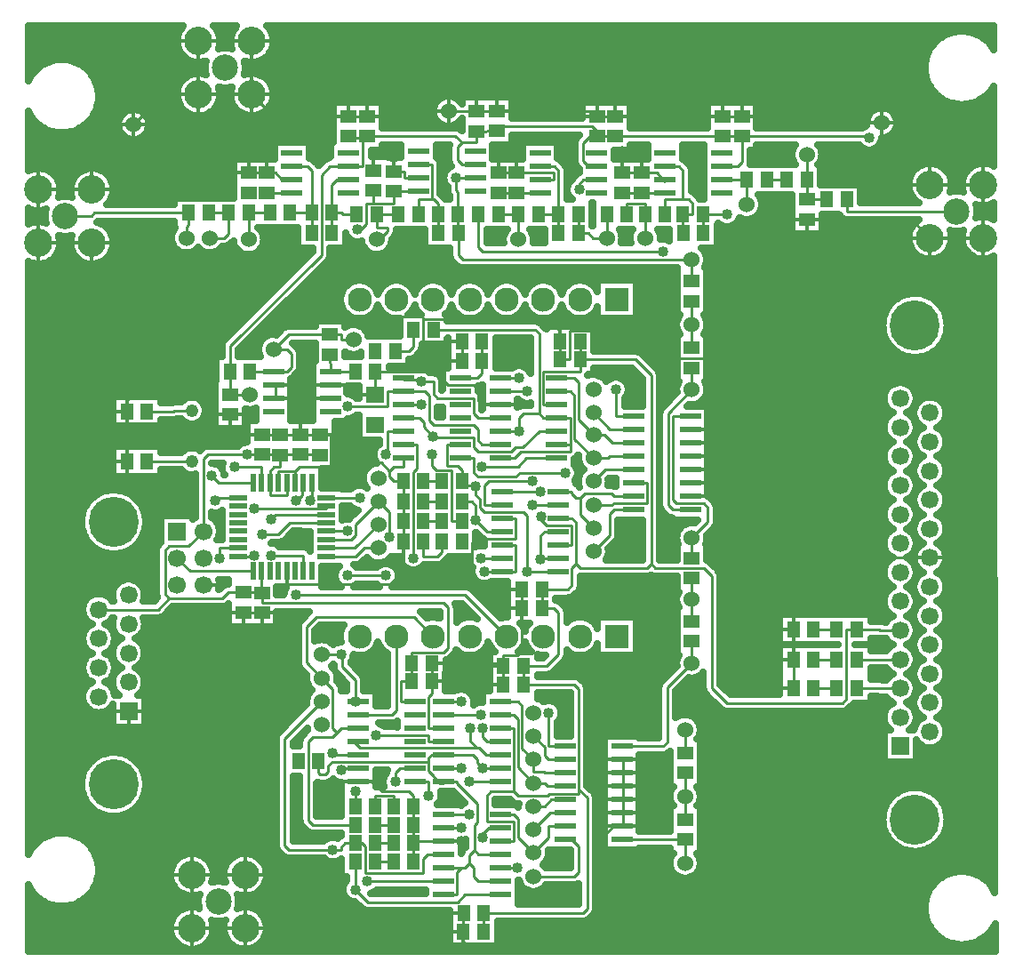
<source format=gbr>
G04 DipTrace 3.3.1.3*
G04 Top.gbr*
%MOIN*%
G04 #@! TF.FileFunction,Copper,L1,Top*
G04 #@! TF.Part,Single*
G04 #@! TA.AperFunction,Conductor*
%ADD12C,0.01*%
G04 #@! TA.AperFunction,CopperBalancing*
%ADD13C,0.025*%
%ADD14C,0.013*%
%ADD15R,0.059055X0.051181*%
%ADD16R,0.051181X0.059055*%
%ADD17R,0.070866X0.062992*%
G04 #@! TA.AperFunction,ComponentPad*
%ADD18C,0.106299*%
%ADD19C,0.098425*%
%ADD20R,0.066535X0.066535*%
%ADD21C,0.066535*%
%ADD22C,0.187402*%
%ADD23R,0.066929X0.066929*%
%ADD24C,0.066929*%
%ADD25R,0.090551X0.090551*%
%ADD26C,0.090551*%
%ADD27C,0.06*%
%ADD28R,0.07874X0.023622*%
%ADD30R,0.019685X0.066929*%
%ADD31R,0.066929X0.019685*%
G04 #@! TA.AperFunction,ComponentPad*
%ADD32C,0.048*%
G04 #@! TA.AperFunction,ViaPad*
%ADD33C,0.04*%
%FSLAX26Y26*%
G04*
G70*
G90*
G75*
G01*
G04 Top*
%LPD*%
X1670163Y3488955D2*
D12*
Y3482508D1*
X1738913D1*
Y3488955D1*
X2601512Y3376258D2*
X2570213D1*
X2550714Y3395756D1*
Y3463011D1*
X2576560Y3488856D1*
X2603098D1*
X1738913Y3488955D2*
X2070788D1*
X2094892Y3464851D1*
X2151364D1*
Y3507607D1*
X3145213Y3488955D2*
Y3392260D1*
X3129210Y3376258D1*
X3070262D1*
X3738967Y1527361D2*
X3663246D1*
X3662142Y1526258D1*
X3576266D1*
X3145213Y3488955D2*
X3617012D1*
X3623210Y3482756D1*
X3071847Y3488856D2*
X3145213Y3488955D1*
X2670212D2*
X3071847Y3488856D1*
X2603098D2*
X2670212Y3488955D1*
X2226462Y3507705D2*
Y3525447D1*
X2583524D1*
X2603098Y3505873D1*
Y3488856D1*
X2151364Y3507607D2*
X2226462Y3507705D1*
X2094892Y3464851D2*
X2078892Y3448851D1*
Y3398508D1*
X2094892Y3382508D1*
X2145262D1*
X1226461Y2520008D2*
X1301461D1*
X1226462Y2607508D2*
X1226461Y2520008D1*
X1670212Y3376258D2*
X1601462D1*
X1569258Y3344053D1*
Y3044256D1*
X1226462Y2701461D1*
Y2607508D1*
X1738913Y3488955D2*
X1723435D1*
Y3376258D1*
X1670212D1*
X2255462Y3433851D2*
X2232712Y3411100D1*
Y3351258D1*
X1307712Y3645008D2*
X1388962Y3563758D1*
X1670163D1*
X1406728Y2188758D2*
Y2233225D1*
X1469720D1*
X1485003Y2248508D1*
X1604490D1*
Y2264508D1*
Y2368276D1*
X1563962D1*
X2245212Y2057508D2*
X2295585D1*
Y1980319D1*
X2147608D1*
X2131608Y1964319D1*
Y1841016D1*
X2115608Y1825016D1*
X2151867Y1788758D1*
X2320212D1*
X2091833Y845008D2*
X2026462D1*
X2238913Y2482508D2*
X2171431D1*
X2155431Y2498508D1*
Y2539319D1*
X2139431Y2555319D1*
X2041557D1*
X2025557Y2571319D1*
Y2591508D1*
Y2629008D1*
X2041557Y2645008D1*
X2095212D1*
X2025557Y2591508D2*
X2009557Y2607508D1*
X1770212D1*
X3339159Y1420008D2*
X3338962Y1526258D1*
X1995212Y513759D2*
X2030613D1*
X2036864Y507508D1*
X2101462D1*
X4051462Y3107508D2*
X3851462D1*
X1107712Y3645008D2*
X976462D1*
X863962Y3532508D1*
X2251462Y1432508D2*
Y1501259D1*
X2115608Y1825016D2*
X1892462D1*
X1876462Y1841016D1*
X1857360D1*
X1825364Y1809020D1*
X1438224D1*
Y1858049D1*
X1913764Y770008D2*
Y838758D1*
X839158Y2457508D2*
Y2270008D1*
X1876462Y1841016D2*
Y1970008D1*
X1457613Y3326258D2*
X1420213D1*
X1395213Y3351258D1*
X1363913D1*
X1469720Y2233225D2*
Y2188758D1*
X2463962Y2651259D2*
X2500553D1*
Y2760536D1*
X2794451D1*
X2898191Y2656796D1*
X3038962D1*
Y2395571D1*
Y2338758D1*
Y2288758D1*
X2951561D1*
X1763962Y3359241D2*
Y3409099D1*
X1838962D1*
X1876462Y2195008D2*
X1839714D1*
X1823714Y2211008D1*
Y2232508D1*
X1791714Y2264508D1*
X1604490D1*
X3338962Y1638759D2*
Y1827729D1*
X3285474Y1881217D1*
X3030323Y2136369D1*
X3038962Y2127729D1*
Y2188758D1*
X2951561D1*
X2101462Y507508D2*
Y576259D1*
X2103196D1*
X3030323Y2136369D2*
Y2138758D1*
X2951561D1*
X3038962Y2395571D2*
X3032149Y2388758D1*
X2951561D1*
X1601561Y2557508D2*
X1538962D1*
X1488962Y2507508D1*
Y2541508D1*
X1472962Y2557508D1*
X1395212D1*
Y2507508D1*
X1388962D1*
X1082713Y720008D2*
X1282713D1*
X1307712Y3845008D2*
X1107712D1*
X1488962Y2370008D2*
Y2507508D1*
X1581069D1*
X1601561D1*
X2301462Y3351258D2*
X2439285D1*
Y3326258D1*
X2388914D1*
X2232712Y3351258D2*
X2301462D1*
X3145213Y3563758D2*
X3579714D1*
X3604713Y3538759D1*
X3670212D1*
X3071847Y3563659D2*
X3145213Y3563758D1*
X2670212D2*
X2924801D1*
X2924899Y3563659D1*
X3071847D1*
X2603098D2*
X2670212Y3563758D1*
X2226462Y3582508D2*
X2603098D1*
Y3563659D1*
X2151364Y3582410D2*
X2226462Y3582508D1*
X2045163D2*
X2151364Y3582410D1*
X1738913Y3563758D2*
X1891566D1*
X1910317Y3582508D1*
X2045163D1*
X1670163Y3563758D2*
X1738913D1*
X707713Y3088758D2*
X507713D1*
X839158Y2457508D2*
X723714D1*
X707713Y2473510D1*
Y3088758D1*
X1226461Y2445205D2*
X1169931D1*
X1101100Y2514036D1*
X855158D1*
X839158Y2498036D1*
Y2457508D1*
X1345212Y2370008D2*
X1242462D1*
X1226461Y2386010D1*
Y2445205D1*
X1413961Y2368276D2*
Y2370008D1*
X1345212D1*
X1488962D2*
X1413961D1*
X1563962Y2368276D2*
Y2370008D1*
X1488962D1*
X1982712Y1445008D2*
Y1398835D1*
X1970683Y1386806D1*
Y1270008D1*
X2026462D1*
X1982909Y1513759D2*
X1982712Y1445008D1*
X2251462Y1501259D2*
Y1513759D1*
X1982909D1*
X2320212Y1720008D2*
Y1557788D1*
X2304212Y1541788D1*
X2251462D1*
Y1501259D1*
X2320212Y1788758D2*
Y1720008D1*
X1913961Y976259D2*
Y1016787D1*
X1897960Y1032788D1*
X1795305D1*
X1758085Y1070008D1*
X1707713D1*
X1913961Y907508D2*
Y976259D1*
X1913764Y838758D2*
X1913961Y907508D1*
X2026462Y845008D2*
X1913764D1*
Y838758D1*
X3038962Y2288758D2*
Y2238758D1*
X2951561D1*
X3038962Y2338758D2*
X2951561D1*
X2463962Y2720008D2*
Y2651259D1*
X2095212Y2720008D2*
X1950750D1*
Y2804288D1*
X2420210D1*
X2463962Y2760536D1*
Y2720008D1*
X2095212Y2645008D2*
Y2720008D1*
X1395212Y2557508D2*
X1388962D1*
X1770212Y2517745D2*
Y2523508D1*
X1651931D1*
Y2557508D1*
X1601561D1*
X1770212Y2607508D2*
Y2517745D1*
X3038962Y2288758D2*
Y2188758D1*
X3338962Y1526258D2*
Y1638759D1*
X2695312Y1101258D2*
X2701462D1*
Y1151258D1*
X2695312D1*
Y1051258D2*
X2701462D1*
Y1101258D1*
X2695312Y1001258D2*
X2701462D1*
Y1051258D1*
X2695312Y951258D2*
X2701462D1*
Y1001258D1*
X2695312Y901258D2*
X2701462D1*
Y951258D1*
X2101462Y507508D2*
Y470008D1*
X2126462Y445008D1*
X2590970D1*
X2628943Y482981D1*
Y866239D1*
X2663961Y901258D1*
X2695312D1*
X3851462Y3107508D2*
X3782712Y3176259D1*
X3388913D1*
X839158Y2270008D2*
X684604D1*
X668604Y2254008D1*
Y1348508D1*
X684604Y1332508D1*
X845212D1*
X1276461Y1702993D2*
Y1664928D1*
X1235935Y1624402D1*
X1345210Y1701260D2*
Y1702993D1*
X1276461D1*
X1823714Y2232508D2*
X1839714Y2248508D1*
X1876462D1*
Y2282508D1*
Y2120008D2*
Y2195008D1*
Y2045008D2*
Y2120008D1*
Y1970008D2*
Y2045008D1*
X1295163Y3351258D2*
Y3413759D1*
X1301462D1*
X1363913Y3351258D2*
X1295163D1*
X1838962Y3357508D2*
X1879490D1*
Y3332508D1*
X1932663D1*
X1838962Y3409099D2*
Y3357508D1*
X2770213Y3351258D2*
X2826464D1*
X2857663Y3320058D1*
Y3326258D1*
X2695312Y3351356D2*
X2770213Y3351258D1*
X2695313Y3433851D2*
X2695312Y3351356D1*
X1563962Y2368276D2*
D3*
X1851462Y2795008D2*
Y2801258D1*
X1863962Y2813758D1*
X1945257D1*
X1950750Y2808265D1*
Y2804288D1*
X3850778Y1907821D2*
X3312078D1*
X3285474Y1881217D1*
X1376414Y3201258D2*
X1294966D1*
X1295163Y3101258D1*
X3388913Y3251062D2*
X3463914Y3251258D1*
X3388814Y3326258D2*
X3388913Y3251062D1*
Y3420008D2*
X3388814Y3326258D1*
X1704462Y3139481D2*
X1718057D1*
X1738057Y3159481D1*
Y3235536D1*
X1763962D1*
X1838962D1*
Y3282705D1*
X3738967Y1418661D2*
X3663367D1*
X3662019Y1420008D1*
X3576266D1*
X1363913Y3276455D2*
X1436926D1*
X1437123Y3276258D1*
X1457613D1*
X2695312Y3276553D2*
X2770213Y3276455D1*
X1838962Y3282705D2*
X1911978D1*
X1912175Y3282508D1*
X1932663D1*
X1763962Y3235536D2*
Y3284438D1*
X2301462Y3276455D2*
X2368226D1*
X2368423Y3276258D1*
X2388914D1*
X2232712Y3276455D2*
X2301462D1*
X2770213D2*
X2836978D1*
X2837175Y3276258D1*
X2857663D1*
X2232712Y3276455D2*
D3*
X2695312Y3276553D2*
D3*
X1363913Y3276455D2*
D3*
X1295163D2*
D3*
X2145262Y3332508D2*
X2073671D1*
X2957713Y3026258D2*
Y2945008D1*
X2082516Y3126259D2*
Y3042260D1*
X2098519Y3026258D1*
X2957713D1*
X2080881Y3195008D2*
Y3126259D1*
X2082516D1*
X2073671Y3332508D2*
Y3285289D1*
X2080881Y3278079D1*
Y3195008D1*
X2857615D2*
Y3251536D1*
X2924829D1*
Y3360256D1*
X2908827Y3376258D1*
X2857663D1*
X2924829Y3251536D2*
X2945423D1*
X2961423Y3235536D1*
Y3195008D1*
X2924829D1*
Y3126258D1*
X2926462D1*
X1144966Y3201258D2*
X1181561D1*
X1220163D1*
Y3123510D1*
X1204162Y3107508D1*
X1149680D1*
X1857713Y3195008D2*
X1812860D1*
X1776266D1*
Y3147264D1*
X1817462D1*
Y3131258D1*
X1787462Y3101258D1*
X1776462D1*
X1378588Y2051973D2*
X1397263Y2070648D1*
X1587830D1*
X2536140Y3288449D2*
Y3310935D1*
X2551462Y3326258D1*
X2601512D1*
X2638962Y3107508D2*
Y3195008D1*
X2532516Y3126258D2*
X2569107D1*
X2587856Y3107508D1*
X2638962D1*
X2532516Y3195008D2*
Y3126258D1*
X2382516Y3195008D2*
X2457713D1*
Y3360256D1*
X2441712Y3376258D1*
X2388914D1*
X2457713Y3126258D2*
Y3195008D1*
X1932516D2*
Y3251536D1*
X1983033D1*
Y3382508D1*
X1932663D1*
X2006078Y3195008D2*
Y3235536D1*
X1990078Y3251536D1*
X1983033D1*
X2007713Y3126259D2*
X2006078D1*
Y3195008D1*
X1951266Y2195008D2*
X2020212D1*
X3090100Y3195008D2*
X2999632D1*
X3070262Y3326258D2*
X3163914D1*
X2999632Y3195008D2*
X3001266D1*
Y3126258D1*
X3163914Y3326258D2*
X3163913Y3232508D1*
X2232516Y3195008D2*
X2307713D1*
X2307712Y3101258D1*
X2782713Y3107508D2*
X2782812Y3195008D1*
Y3235536D1*
X2713766D1*
Y3195008D1*
X3314011Y3326258D2*
X3238717D1*
X1062180Y3107508D2*
Y3148508D1*
X1070163Y3156491D1*
Y3201258D1*
X717470D1*
X704970Y3188758D1*
X607713D1*
X1701462Y3195008D2*
X1650305D1*
X1644056Y3201258D1*
X1607466D1*
Y3126258D1*
Y3201258D2*
Y3307263D1*
X1626461Y3326258D1*
X1670212D1*
X1451217Y3201258D2*
X1487809D1*
X1532663D1*
Y3360256D1*
X1516662Y3376258D1*
X1457613D1*
X1532663Y3126258D2*
Y3201258D1*
X2957713Y1907508D2*
X2957712Y1982508D1*
X3017931Y2042728D1*
Y2095571D1*
X3001931Y2111571D1*
X2901191D1*
X2885191Y2127571D1*
Y2438758D1*
X2951561D1*
X2026462Y645008D2*
X2076833D1*
Y729008D1*
X2092833Y745008D1*
X2107478D1*
X2123478Y761008D1*
Y792800D1*
X2141687Y811008D1*
Y904938D1*
X2153833Y917083D1*
Y984508D1*
X2076833Y1061508D1*
Y1070008D1*
X2026462D1*
Y1063758D1*
X2013964D1*
X1984902Y1092819D1*
X1986683D1*
X1970683Y1108819D1*
Y1144197D1*
Y1157978D1*
X1982713Y1170008D1*
X2026462D1*
X2172687Y1269760D2*
Y1236008D1*
X2188687Y1220008D1*
X2239061D1*
X2123478Y761008D2*
X2139481Y745006D1*
Y711008D1*
X2155481Y695008D1*
X2239061D1*
X2141687Y811008D2*
X2157687Y795008D1*
X2239061D1*
X2092833Y745008D2*
X2026462D1*
X2173687Y1120008D2*
X2239061D1*
X2026462Y1170008D2*
X2137833D1*
X2153833Y1154008D1*
Y1139863D1*
X2173687Y1120008D1*
X1557712Y1145008D2*
Y1101259D1*
X1563962Y1095008D1*
X1584833D1*
X1594305Y1104481D1*
Y1128197D1*
X1610305Y1144197D1*
X1970683D1*
X2457810Y1857508D2*
X2341077D1*
X1587830Y2007655D2*
X1665896Y2007658D1*
X1810360Y1841016D2*
X1665896D1*
X2095015Y2195008D2*
Y2235536D1*
X2079015Y2251536D1*
X2038687D1*
Y2332508D1*
X2089061D1*
X2147608Y2175536D2*
X2142608Y2180536D1*
X2095015D1*
Y2195008D1*
X2341077Y1857508D2*
Y2064319D1*
X2325077Y2080319D1*
X2179608D1*
X2163608Y2096319D1*
Y2128008D1*
X2147608Y2144008D1*
Y2175536D1*
X1773085Y1242819D2*
X1970683D1*
Y1220008D1*
X2026462D1*
X1587830Y2133640D2*
X1711896Y2133638D1*
X1695407Y976259D2*
Y1031788D1*
X1642210Y1545008D2*
X1570210D1*
X1695407Y1370012D2*
Y1450312D1*
X1647210Y1498508D1*
Y1540008D1*
X1642210Y1545008D1*
X1707713Y1370008D2*
X1695407Y1370012D1*
X2095015Y2120008D2*
X2131608D1*
X2147608Y2104008D1*
Y2049319D1*
X1587830Y1976159D2*
X1680893D1*
X1696896Y1992162D1*
Y2034191D1*
X1782713Y2120008D1*
X2147608Y2049319D2*
X2189419Y2007508D1*
X2245212D1*
X1811088Y2295508D2*
X1816648Y2301067D1*
Y2382508D1*
X1876462D1*
X1782713Y2120008D2*
X1823714Y2079007D1*
Y1986008D1*
X1987485Y1613758D2*
X1915207Y1686036D1*
X1548741D1*
X1513210Y1650506D1*
Y1514508D1*
X1570210Y1457508D1*
X2122833Y1070008D2*
X2239061D1*
X1570210Y1457508D2*
X1611210Y1416508D1*
Y1270012D1*
X1627214Y1254008D1*
X1609214Y1236008D1*
X1535502D1*
X1519502Y1220008D1*
Y923508D1*
X1535502Y907508D1*
X1695407D1*
X1627214Y1254008D2*
X1643214Y1270008D1*
X1707713D1*
X1527376Y2123304D2*
X1532712Y2128640D1*
Y2188758D1*
X1983624Y2296536D2*
Y2251536D1*
X1999624Y2235536D1*
X2056805D1*
Y2045008D1*
X2095015D1*
X1782713Y2032510D2*
X1694867Y1944663D1*
X1587830D1*
X2170431Y2250536D2*
X2305297D1*
X2337270Y2282508D1*
X2451511D1*
X1941833Y2482508D2*
X1876462D1*
X1474226Y1768851D2*
X2107982D1*
X2263075Y1613758D1*
X1570210Y1370008D2*
X1430317Y1230115D1*
Y830233D1*
X1446317Y814233D1*
X1611210D1*
X1695407Y838759D2*
X1720212D1*
X1731998Y826973D1*
Y726008D1*
X1950356D1*
Y779008D1*
X1966356Y795008D1*
X2026462D1*
X1611210Y814233D2*
X1642210D1*
Y822759D1*
X1658210Y838759D1*
X1695407D1*
X1611210Y1176008D2*
X1617210Y1170008D1*
X1707713D1*
X1474226Y2123304D2*
X1476372D1*
X1496372Y2143304D1*
Y2188758D1*
X1501216D1*
X1782713Y1945010D2*
X1728896D1*
X1697053Y1913167D1*
X1587830D1*
X1941836Y2570323D2*
X1988833D1*
Y2521319D1*
X2004833Y2505319D1*
X2139431D1*
Y2448508D1*
X2155431Y2432508D1*
X2238913D1*
X1876462Y2582508D2*
Y2575323D1*
X1936836D1*
X1941836Y2570323D1*
X2095015Y1970008D2*
D3*
X2020212Y2120008D2*
X1951266D1*
X2020212Y2045008D2*
X1951266D1*
X2020212Y1970008D2*
Y1929480D1*
X2004213Y1913481D1*
X1951266D1*
Y1970008D1*
X2957713Y2620205D2*
Y2538758D1*
X2869191Y2450235D1*
Y2104760D1*
X2885193Y2088758D1*
X2951561D1*
X2957713Y2695008D2*
Y2782508D1*
Y2870205D1*
X2538766Y2720008D2*
Y2651259D1*
X2176266Y507508D2*
Y576259D1*
X2177999D1*
X2239061Y845008D2*
X2289431D1*
Y917819D1*
X2188687D1*
Y1017260D1*
X2204687Y1033260D1*
X2289431D1*
Y1270008D1*
X2239061D1*
X2538766Y2651259D2*
Y2605319D1*
X2401140D1*
Y2482508D1*
X2451511D1*
X2177999Y576259D2*
X2549085D1*
X2565085Y592259D1*
Y1008071D1*
X2533085Y1040071D1*
Y1416508D1*
X2517085Y1432508D1*
X2326266D1*
X2538766Y2651259D2*
X2745212D1*
X2805333Y2591138D1*
Y1885296D1*
X2821333Y1869296D1*
X3002175D1*
X3032712Y1838759D1*
Y1420010D1*
X3089241Y1363481D1*
X3522057D1*
X3538057Y1379481D1*
Y1638759D1*
X3576266D1*
X3661342D1*
X3664039Y1636062D1*
X3738967D1*
X2395015Y1788758D2*
X2492183D1*
X2508183Y1804758D1*
Y1869296D1*
X2524183Y1885296D1*
Y2041508D1*
X2508183Y2057508D1*
X2457810D1*
X2805333Y1885296D2*
X2789333Y1869296D1*
X2540183D1*
X2524183Y1885296D1*
X2395015Y1720008D2*
Y1788758D1*
X2326266Y1501259D2*
X2413964D1*
X2457148Y1544443D1*
Y1704008D1*
X2441148Y1720008D1*
X2395015D1*
X2326266Y1432508D2*
Y1501259D1*
X2289431Y1033260D2*
X2305431Y1017260D1*
X2417557D1*
X2424368Y1024071D1*
X2533085D1*
Y1040071D1*
X1316588Y2092304D2*
X1587830D1*
Y2102144D1*
X1242683Y2248225D2*
X1343735D1*
Y2188758D1*
X1082712Y2460008D2*
X1016962D1*
X1014462Y2457508D1*
X913961D1*
X1157462Y2215701D2*
X1184406Y2188758D1*
X1312239D1*
X1082712Y2270008D2*
X913961D1*
X1316588Y1917516D2*
X1312239Y1913167D1*
X1257121D1*
X1026461Y1907508D2*
X1075920Y1858049D1*
X1312239D1*
X1185927Y1907508D2*
Y1944663D1*
X1257121D1*
X1347588Y1997004D2*
X1408108D1*
X1450255Y2039151D1*
X1587830D1*
X1695407Y770008D2*
Y664012D1*
X1845844Y1068142D2*
Y1104008D1*
X1861844Y1120008D1*
X1920312D1*
X1695407Y664012D2*
X1742632Y616788D1*
X2078722D1*
X2106943Y645008D1*
X2239061D1*
X1170927Y2123304D2*
X1181263Y2133640D1*
X1257121D1*
X1666931Y2475249D2*
X1816648D1*
Y2532508D1*
X1876462D1*
X1956833D1*
X1972833Y2516508D1*
Y2421319D1*
X1988833Y2405319D1*
X2139431D1*
X2155431Y2389319D1*
Y2348508D1*
X2171431Y2332508D1*
X2238913D1*
X1876462Y2432508D2*
X1936628D1*
X1952628Y2416508D1*
Y2398367D1*
X1987486Y2363508D1*
X1991297Y2359697D1*
X2139431D1*
Y2321319D1*
X2155431Y2305319D1*
X2281285D1*
X2297285Y2321319D1*
X2323951D1*
X2385140Y2382508D1*
X2451511D1*
X1913057Y1907508D2*
Y2228646D1*
X1926833Y2242422D1*
Y2332508D1*
X1876462D1*
X2167608Y1907508D2*
X2245212D1*
X2483010Y2226008D2*
X2312789D1*
X2297789Y2211008D1*
X2155431D1*
X2139431Y2227008D1*
Y2282508D1*
X2089061D1*
X2392439Y2061512D2*
Y2050319D1*
X2412439Y2030319D1*
X2508183D1*
Y1957508D1*
X2457810D1*
X2673592Y2538756D2*
Y2438758D1*
X2738962D1*
X2341077Y2532508D2*
X2238913D1*
X2588962Y2451258D2*
X2651462Y2388758D1*
X2738962D1*
X2310077Y2582508D2*
X2238913D1*
X1378588Y1917516D2*
X1501216D1*
Y1858049D1*
X1838961Y770008D2*
X1770210D1*
Y838759D2*
X1838961Y838758D1*
X1839158Y907508D2*
X1770210D1*
Y976259D2*
Y1016788D1*
X1839158D1*
Y976259D1*
X2738962Y2338758D2*
X2661213D1*
X2629962Y2370008D1*
X2588962D1*
X2533884Y2425087D1*
Y2566508D1*
X2517884Y2582508D1*
X2451511D1*
X3951462Y3207508D2*
X3538717D1*
Y3251258D1*
X2848565Y3057260D2*
X2173714D1*
X2157713Y3073262D1*
Y3195008D1*
X2932713Y1263759D2*
Y1176258D1*
Y851455D2*
X2715999D1*
X2715802Y851258D1*
X2695312D1*
X2932712Y763759D2*
X2932713Y851455D1*
X2738962Y2288758D2*
X2649905D1*
X2643655Y2282508D1*
X2588962D1*
X2517884Y2353587D1*
Y2516508D1*
X2501884Y2532508D1*
X2451511D1*
X2588962Y2195008D2*
X2632712Y2238758D1*
X2738962D1*
X2358384Y2195008D2*
X2195608D1*
X2179608Y2179008D1*
Y2107508D1*
X2245212D1*
X2588962D2*
X2659930D1*
X2663990Y2111569D1*
X2789333D1*
Y2188758D1*
X2738962D1*
X2390911Y2157508D2*
X2245212D1*
X2738962Y2138758D2*
X2665898D1*
X2656144Y2148512D1*
X2556187D1*
X2540187Y2132512D1*
Y2068784D1*
X2588962Y2020008D1*
X2540187Y2132512D2*
X2524183D1*
X2508183Y2148512D1*
Y2157508D1*
X2457810D1*
X2588962Y1932508D2*
X2649990Y1993536D1*
Y2072756D1*
X2665991Y2088758D1*
X2738962D1*
X2359911Y2107508D2*
X2457810D1*
X1849690Y1613758D2*
Y1336008D1*
X1833690Y1320008D1*
X1707713D1*
X2091833Y1120008D2*
X2026462D1*
X2239061Y1170008D2*
X2185431D1*
X2160431Y1195008D1*
X2151462D1*
X2120167D1*
X2122356Y1197197D1*
X1711773D1*
X1688962Y1220008D1*
X1707713D1*
X2151462Y1195008D2*
X2125281Y1221190D1*
Y1269760D1*
X1741407Y695008D2*
X2026462D1*
X1642210Y1113197D2*
X1647210Y1118197D1*
X1707713D1*
Y1120008D1*
X1970683Y1017260D2*
Y1070008D1*
X1920312D1*
X2304431Y745008D2*
X2239061D1*
X2420962Y1326256D2*
Y1201258D1*
X2482713D1*
X2165561Y1320008D2*
X2026462D1*
X2363961Y1238758D2*
X2404962Y1197756D1*
Y1167260D1*
X2420965Y1151258D1*
X2482713D1*
X2093364Y1370008D2*
X2026462D1*
X2482713Y1101258D2*
X2406713D1*
X2403210Y1104760D1*
X2363961D1*
Y1151258D1*
X2321431Y1193788D1*
Y1354008D1*
X2305431Y1370008D1*
X2239061D1*
X2482713Y1051258D2*
X2417462D1*
X2404962Y1063758D1*
X2363961D1*
X2305431Y1122288D1*
Y1304008D1*
X2289431Y1320008D1*
X2239061D1*
X2363961Y976258D2*
X2404962D1*
X2429962Y1001258D1*
X2482713D1*
X2091833Y895008D2*
X2026462D1*
X2363961Y888758D2*
X2426461Y951258D1*
X2482713D1*
X2122833Y945008D2*
X2026462D1*
X2482713Y901258D2*
X2420962D1*
Y858259D1*
X2363961Y801258D1*
X2305431Y859788D1*
Y929008D1*
X2289431Y945008D1*
X2239061D1*
X2363961Y713758D2*
X2517085D1*
X2533085Y729758D1*
Y825886D1*
X2507713Y851258D1*
X2482713D1*
X2172687Y857756D2*
Y872483D1*
X2195212Y895008D1*
X2239061D1*
X1988961Y2763758D2*
X2369138D1*
X2385140Y2747756D1*
Y2448510D1*
X2401141Y2432508D1*
X2451511D1*
X2501884D1*
Y2332508D1*
Y2305319D1*
X2316691D1*
X2293880Y2282508D1*
X2238913D1*
X2179840Y1857508D2*
X2245212D1*
X2385140Y2448510D2*
X2326078D1*
X2310077Y2432508D1*
Y2382508D1*
X2501884Y2332508D2*
X2451511D1*
X2390911Y1901508D2*
Y1991508D1*
X2406911Y2007508D1*
X2457810D1*
Y1907508D2*
X2396911D1*
X2390911Y1901508D1*
X2245212Y1857508D2*
X2295585D1*
Y1957508D1*
X2245212D1*
X2310077Y2382508D2*
X2238913D1*
X1688962Y2726259D2*
X1641990D1*
Y2744812D1*
X1601462D1*
X1388962Y2607508D2*
X1301266D1*
X1388962Y2688758D2*
X1439333D1*
X1455333Y2672758D1*
Y2623508D1*
X1439333Y2607508D1*
X1388962D1*
X1601462Y2744812D2*
X1445016D1*
X1388962Y2688758D1*
X1770212Y2407508D2*
D3*
Y2682508D2*
X1770213D1*
X1601561Y2607508D2*
X1601462Y2670008D1*
X1695409Y2607508D2*
X1651931D1*
X1601561D1*
X1845015Y2682508D2*
X1898155D1*
X1914158Y2698511D1*
Y2763758D1*
X1845015Y2682508D2*
D3*
X1482909Y1145008D2*
D3*
X2957713Y1595205D2*
Y1513758D1*
X2865903Y1421948D1*
Y1217260D1*
X2849901Y1201258D1*
X2695312D1*
X2957713Y1670008D2*
Y1751258D1*
Y1832705D1*
X2932713Y926258D2*
Y1013759D1*
Y1101455D1*
X1343735Y1858049D2*
Y1776064D1*
X1345210D1*
X2170015Y2720008D2*
Y2645008D1*
X1126461Y2007508D2*
X1070926Y1951973D1*
X997994D1*
X981994Y1935973D1*
Y1773205D1*
X997994Y1757205D1*
X954990Y1714201D1*
X733401D1*
X1289683Y2295205D2*
X1142461D1*
X1126461Y2279205D1*
Y2007508D1*
X1345212Y2295205D2*
X1289683D1*
X1413961Y2293473D2*
Y2295205D1*
X1345212D1*
X1488962D2*
X1413961D1*
X1563962Y2293473D2*
Y2295205D1*
X1488962D1*
X1907909Y1445008D2*
X1865691D1*
Y1370008D1*
X1920312D1*
X1908106Y1513759D2*
X1907909Y1445008D1*
X1345210Y1776064D2*
Y1737851D1*
X2027762D1*
X2043762Y1721851D1*
Y1570288D1*
X2027762Y1554288D1*
X1908106D1*
Y1513759D1*
X1276461Y1777796D2*
X1218710D1*
X1198120Y1757205D1*
X997994D1*
X1345210Y1776064D2*
Y1777796D1*
X1276461D1*
X2170015Y2645008D2*
Y2598508D1*
X2154015Y2582508D1*
X2089061D1*
X1375231Y2188758D2*
Y2144292D1*
X1438224D1*
Y2188758D1*
X1413961Y2293473D2*
Y2249225D1*
X1391234D1*
X1375231Y2233222D1*
Y2188758D1*
X2170015Y2645008D2*
D3*
X3413962Y1420008D2*
X3501462D1*
X3413766Y1526258D2*
X3501462D1*
X3413766Y1638759D2*
X3450359D1*
X3501462D1*
D33*
X1563962Y2368276D3*
X1851462Y2795008D3*
X3623210Y3482756D3*
X1235935Y1624402D3*
X1995212Y513759D3*
X1301462Y3413759D3*
X2695313Y3433851D3*
X2255462D3*
X1838962Y3409099D3*
X2091833Y845008D3*
X2695312Y3276553D3*
X1295163Y3276455D3*
X1704462Y3139481D3*
X1363913Y3276455D3*
X2232712D3*
X2073671Y3332508D3*
X2536140Y3288449D3*
X3090100Y3195008D3*
X1665896Y2007658D3*
Y1841016D3*
X1810360D3*
X2147608Y2175536D3*
X2341077Y1857508D3*
X1642210Y1545008D3*
X1711896Y2133638D3*
X1695407Y1031788D3*
Y1370012D3*
X1773085Y1242819D3*
X1811088Y2295508D3*
X1823714Y1986008D3*
X2147608Y2049319D3*
X1527376Y2123304D3*
X2122833Y1070008D3*
X1983624Y2296536D3*
X2170431Y2250536D3*
X1941833Y2482508D3*
X1611210Y1176008D3*
X1474226Y2123304D3*
X1611210Y814233D3*
X1474226Y1768851D3*
X2095015Y1970008D3*
X1941836Y2570323D3*
X1289683Y2295205D3*
X2170015Y2645008D3*
X1378588Y2051973D3*
X1316588Y2092304D3*
X1242683Y2248225D3*
X1157462Y2215701D3*
X1316588Y1917516D3*
X1185927Y1907508D3*
X1347588Y1997004D3*
X1666931Y2475249D3*
X1987486Y2363508D3*
X1913057Y1907508D3*
X2167608D3*
X2483010Y2226008D3*
X2392439Y2061512D3*
X2673592Y2538756D3*
X2341077Y2532508D3*
X2310077Y2582508D3*
X1378588Y1917516D3*
X1845844Y1068142D3*
X1170927Y2123304D3*
X1695407Y664012D3*
X2358384Y2195008D3*
X2390911Y2157508D3*
X2359911Y2107508D3*
X2091833Y1120008D3*
X2125281Y1269760D3*
X1741407Y695008D3*
X1642210Y1113197D3*
X1970683Y1017260D3*
X2304431Y745008D3*
X2420962Y1326256D3*
X2165561Y1320008D3*
X2093364Y1370008D3*
X2091833Y895008D3*
X2122833Y945008D3*
X2172687Y857756D3*
X2179840Y1857508D3*
X2310077Y2382508D3*
X2390911Y1901508D3*
X1770212Y2407508D3*
X1770213Y2682508D3*
X2173687Y1120008D3*
X2172687Y1269760D3*
X1482909Y1145008D3*
X1845015Y2682508D3*
X2848565Y3057260D3*
X472730Y3876389D2*
D13*
X1032009D1*
X1183417D2*
X1231992D1*
X1383435D2*
X3926715D1*
X4013710D2*
X4086543D1*
X472730Y3851520D2*
X1025837D1*
X1189589D2*
X1225820D1*
X1389607D2*
X3880532D1*
X4059893D2*
X4086579D1*
X472730Y3826651D2*
X1027703D1*
X1187723D2*
X1227722D1*
X1387705D2*
X3856920D1*
X472730Y3801783D2*
X1038325D1*
X1377120D2*
X3842351D1*
X472730Y3776914D2*
X1063910D1*
X1351534D2*
X3833847D1*
X472730Y3752045D2*
X514559D1*
X675871D2*
X1129830D1*
X1285579D2*
X3830258D1*
X472730Y3727176D2*
X487251D1*
X703179D2*
X1131624D1*
X1283785D2*
X3831227D1*
X719793Y3702308D2*
X1049880D1*
X1365529D2*
X3836861D1*
X729805Y3677439D2*
X1032476D1*
X1382969D2*
X3847805D1*
X734649Y3652570D2*
X1025909D1*
X1189517D2*
X1225927D1*
X1389500D2*
X3865748D1*
X4074677D2*
X4086896D1*
X734900Y3627701D2*
X1027452D1*
X1187974D2*
X1227470D1*
X1387957D2*
X2008741D1*
X2081562D2*
X2092860D1*
X2284989D2*
X3895747D1*
X4044678D2*
X4086974D1*
X730558Y3602833D2*
X1037643D1*
X1177783D2*
X1237662D1*
X1377765D2*
X1611647D1*
X1797431D2*
X1989938D1*
X2284989D2*
X2544564D1*
X2728733D2*
X3013319D1*
X3203732D2*
X4087009D1*
X721193Y3577964D2*
X827900D1*
X900003D2*
X1062224D1*
X1153202D2*
X1262206D1*
X1353221D2*
X1611647D1*
X1797431D2*
X1986349D1*
X2284989D2*
X2544564D1*
X2728733D2*
X3013319D1*
X3203732D2*
X3627010D1*
X3713395D2*
X4087081D1*
X472730Y3553095D2*
X484974D1*
X705439D2*
X808845D1*
X919094D2*
X1611647D1*
X1797431D2*
X1994423D1*
X2728733D2*
X3013319D1*
X3203732D2*
X3613051D1*
X3727354D2*
X4087117D1*
X472730Y3528226D2*
X510720D1*
X679710D2*
X805114D1*
X922790D2*
X1611647D1*
X1797431D2*
X2027006D1*
X2063333D2*
X2092853D1*
X2728733D2*
X3013319D1*
X3203732D2*
X3610970D1*
X3728216D2*
X4087153D1*
X472730Y3503357D2*
X568027D1*
X622403D2*
X813080D1*
X914859D2*
X1611647D1*
X3716733D2*
X4087189D1*
X472730Y3478489D2*
X844909D1*
X883030D2*
X1611647D1*
X2284989D2*
X2520772D1*
X3672021D2*
X4087225D1*
X472730Y3453620D2*
X1389236D1*
X1525967D2*
X1601850D1*
X1797431D2*
X1864307D1*
X2001038D2*
X2045271D1*
X2213616D2*
X2320539D1*
X2457269D2*
X2516717D1*
X2728733D2*
X2789294D1*
X2926025D2*
X3001908D1*
X3203732D2*
X3341013D1*
X3436836D2*
X3584487D1*
X3661937D2*
X4087297D1*
X472730Y3428751D2*
X1389236D1*
X1525967D2*
X1601850D1*
X1757420D2*
X1864307D1*
X2001038D2*
X2044876D1*
X2213616D2*
X2320539D1*
X2457269D2*
X2516717D1*
X2669883D2*
X2789294D1*
X2926025D2*
X3001908D1*
X3179223D2*
X3330607D1*
X3447242D2*
X4087332D1*
X472730Y3403882D2*
X1389236D1*
X1534292D2*
X1583836D1*
X2008681D2*
X2044876D1*
X2213616D2*
X2320539D1*
X2459351D2*
X2516717D1*
X2669883D2*
X2789294D1*
X2926455D2*
X3001908D1*
X3179223D2*
X3332257D1*
X3445556D2*
X4087368D1*
X472730Y3379014D2*
X1236621D1*
X2017042D2*
X2051658D1*
X2485510D2*
X2521526D1*
X2952651D2*
X3001908D1*
X3443403D2*
X3813859D1*
X3889048D2*
X4013877D1*
X555695Y3354145D2*
X659747D1*
X755677D2*
X1236621D1*
X2017042D2*
X2030020D1*
X2491718D2*
X2533152D1*
X2958823D2*
X3001908D1*
X3443403D2*
X3784398D1*
X3918545D2*
X3984381D1*
X578804Y3329276D2*
X636637D1*
X778787D2*
X1236621D1*
X2017042D2*
X2024750D1*
X2491718D2*
X2508033D1*
X2958823D2*
X3001908D1*
X3443403D2*
X3772341D1*
X3930566D2*
X3972359D1*
X588313Y3304407D2*
X627128D1*
X788296D2*
X1236621D1*
X2017042D2*
X2034111D1*
X2958823D2*
X3001908D1*
X3593291D2*
X3769363D1*
X3933545D2*
X3969381D1*
X589318Y3279539D2*
X626087D1*
X789337D2*
X1236621D1*
X2017042D2*
X2040211D1*
X2962339D2*
X3001908D1*
X3593291D2*
X3774386D1*
X782196Y3254670D2*
X1015574D1*
X2033585D2*
X2046886D1*
X2491718D2*
X2501682D1*
X2988930D2*
X3001908D1*
X3218373D2*
X3330391D1*
X3593291D2*
X3789350D1*
X3222859Y3229801D2*
X3330391D1*
X4071448D2*
X4087691D1*
X472730Y3204932D2*
X531245D1*
X3215718D2*
X3330391D1*
X4029643D2*
X4087727D1*
X472730Y3180064D2*
X529989D1*
X3187441D2*
X3330391D1*
X3447458D2*
X3520757D1*
X754134Y3155195D2*
X1015574D1*
X3055854D2*
X3063593D1*
X3116641D2*
X3330391D1*
X3447458D2*
X3785152D1*
X778141Y3130326D2*
X1008003D1*
X1346116D2*
X1478086D1*
X1851437D2*
X1953120D1*
X2191726D2*
X2256772D1*
X2358660D2*
X2403108D1*
X2693136D2*
X2728542D1*
X2836888D2*
X2871863D1*
X3055854D2*
X3330391D1*
X3447458D2*
X3772664D1*
X3930279D2*
X3972647D1*
X588098Y3105457D2*
X627343D1*
X788081D2*
X1003230D1*
X1354010D2*
X1478086D1*
X1662040D2*
X1670272D1*
X1838698D2*
X1953120D1*
X2191726D2*
X2248878D1*
X2366554D2*
X2403108D1*
X2697909D2*
X2723733D1*
X2841661D2*
X2871863D1*
X3055854D2*
X3769327D1*
X3933581D2*
X3969345D1*
X589426Y3080588D2*
X625980D1*
X789444D2*
X1010012D1*
X1223033D2*
X1240066D1*
X1350242D2*
X1478086D1*
X1662040D2*
X1721380D1*
X1831557D2*
X1953120D1*
X3055854D2*
X3773992D1*
X3928916D2*
X3974010D1*
X582680Y3055720D2*
X632726D1*
X782698D2*
X1037105D1*
X1087283D2*
X1124590D1*
X1174769D2*
X1259228D1*
X1331116D2*
X1533670D1*
X1603262D2*
X1740507D1*
X1812395D2*
X2048501D1*
X3008415D2*
X3788453D1*
X3914490D2*
X3988436D1*
X564917Y3030851D2*
X650524D1*
X764899D2*
X1508802D1*
X1600247D2*
X2050654D1*
X3016524D2*
X3827351D1*
X3875592D2*
X4027334D1*
X4075574D2*
X4088050D1*
X472730Y3005982D2*
X1483935D1*
X1578035D2*
X2071754D1*
X3012936D2*
X4088086D1*
X472730Y2981113D2*
X1459067D1*
X1553167D2*
X2899171D1*
X3016237D2*
X4088122D1*
X472730Y2956245D2*
X1434199D1*
X1528300D2*
X2899171D1*
X3016237D2*
X4088194D1*
X472730Y2931376D2*
X1409331D1*
X1503432D2*
X1663427D1*
X1760363D2*
X1801223D1*
X1898158D2*
X1939018D1*
X2035953D2*
X2076813D1*
X2173748D2*
X2214608D1*
X2311544D2*
X2352404D1*
X2449339D2*
X2490199D1*
X2587134D2*
X2602194D1*
X2750730D2*
X2899171D1*
X3016237D2*
X4088230D1*
X472730Y2906507D2*
X1384464D1*
X1478564D2*
X1644301D1*
X2750730D2*
X2899171D1*
X3016237D2*
X4088265D1*
X472730Y2881638D2*
X1359596D1*
X1453696D2*
X1637806D1*
X2750730D2*
X2899171D1*
X3016237D2*
X3728706D1*
X3861023D2*
X4088301D1*
X472730Y2856770D2*
X1334728D1*
X1428829D2*
X1640318D1*
X2750730D2*
X2899171D1*
X3016237D2*
X3700142D1*
X3889587D2*
X4088337D1*
X472730Y2831901D2*
X1309860D1*
X1403961D2*
X1652949D1*
X1770805D2*
X1790744D1*
X1908600D2*
X1928540D1*
X2046396D2*
X2066335D1*
X2184191D2*
X2204130D1*
X2321986D2*
X2341926D1*
X2459781D2*
X2479721D1*
X2750730D2*
X2899171D1*
X3016237D2*
X3684102D1*
X3905627D2*
X4088409D1*
X472730Y2807032D2*
X1284993D1*
X1379093D2*
X1690448D1*
X1733342D2*
X1828243D1*
X2043561D2*
X2103834D1*
X2146728D2*
X2241629D1*
X2284523D2*
X2379425D1*
X2422318D2*
X2517220D1*
X2560114D2*
X2602194D1*
X2750730D2*
X2904303D1*
X3011106D2*
X3675310D1*
X3914419D2*
X4088445D1*
X472730Y2782163D2*
X1260125D1*
X1354225D2*
X1542928D1*
X1659995D2*
X1678283D1*
X1699647D2*
X1859570D1*
X2397773D2*
X2898705D1*
X3016704D2*
X3672188D1*
X3917541D2*
X4088481D1*
X472730Y2757294D2*
X1235257D1*
X1329358D2*
X1410444D1*
X1738689D2*
X1859570D1*
X2593342D2*
X2904661D1*
X3010783D2*
X3674270D1*
X3915459D2*
X4088517D1*
X472730Y2732426D2*
X1210390D1*
X1304490D2*
X1350625D1*
X2593342D2*
X2899171D1*
X3016237D2*
X3681841D1*
X3907888D2*
X4088588D1*
X472730Y2707557D2*
X1193057D1*
X1279622D2*
X1333185D1*
X1467584D2*
X1542928D1*
X1948145D2*
X2040606D1*
X2224596D2*
X2351148D1*
X2593342D2*
X2899171D1*
X3016237D2*
X3696231D1*
X3893534D2*
X4088624D1*
X472730Y2682688D2*
X1192447D1*
X1260460D2*
X1330279D1*
X1487715D2*
X1542928D1*
X1943910D2*
X2040606D1*
X2224596D2*
X2351148D1*
X2749833D2*
X2899171D1*
X3016237D2*
X3721385D1*
X3868379D2*
X4088660D1*
X472730Y2657819D2*
X1171886D1*
X1489329D2*
X1542928D1*
X1920227D2*
X2040606D1*
X2224596D2*
X2351148D1*
X2785682D2*
X2899171D1*
X3016237D2*
X4088696D1*
X472730Y2632951D2*
X1171886D1*
X1489329D2*
X1533204D1*
X1899593D2*
X2040606D1*
X2224596D2*
X2351148D1*
X2810585D2*
X2899171D1*
X3016237D2*
X4088768D1*
X472730Y2608082D2*
X1171886D1*
X1485310D2*
X1533204D1*
X1971469D2*
X2020690D1*
X2593342D2*
X2741352D1*
X2834376D2*
X2899171D1*
X3016237D2*
X4088804D1*
X472730Y2583213D2*
X1171886D1*
X1461878D2*
X1533204D1*
X2626320D2*
X2657455D1*
X2689727D2*
X2766220D1*
X2839328D2*
X2899171D1*
X3016237D2*
X4088840D1*
X472730Y2558344D2*
X1167939D1*
X1457321D2*
X1533204D1*
X2718255D2*
X2771316D1*
X2839328D2*
X2902221D1*
X3013223D2*
X3708216D1*
X3769698D2*
X4088875D1*
X472730Y2533476D2*
X1167939D1*
X1457321D2*
X1533204D1*
X1669935D2*
X1705771D1*
X2157421D2*
X2170543D1*
X2722274D2*
X2771316D1*
X2839328D2*
X2898956D1*
X3016453D2*
X3683564D1*
X3794386D2*
X4088947D1*
X472730Y2508607D2*
X784552D1*
X968542D2*
X1066494D1*
X1098945D2*
X1167939D1*
X1457321D2*
X1533204D1*
X2711509D2*
X2771316D1*
X2839328D2*
X2880511D1*
X3007984D2*
X3676781D1*
X3801168D2*
X3831227D1*
X3870353D2*
X4088983D1*
X472730Y2483738D2*
X784552D1*
X1129806D2*
X1167939D1*
X1457321D2*
X1533204D1*
X2307274D2*
X2351148D1*
X2707598D2*
X2771316D1*
X2839328D2*
X2855644D1*
X2973069D2*
X3680872D1*
X3903510D2*
X4089019D1*
X472730Y2458869D2*
X784552D1*
X1135691D2*
X1167939D1*
X1285005D2*
X1320590D1*
X1457321D2*
X1533204D1*
X2006815D2*
X2020690D1*
X3019933D2*
X3699281D1*
X3778633D2*
X3788991D1*
X3912553D2*
X4089055D1*
X472730Y2434001D2*
X784552D1*
X1128514D2*
X1167939D1*
X1285005D2*
X1320590D1*
X1457321D2*
X1533204D1*
X1690891D2*
X1705771D1*
X3019933D2*
X3689556D1*
X3910471D2*
X4089127D1*
X472730Y2409132D2*
X784552D1*
X968542D2*
X1167939D1*
X1622496D2*
X1705771D1*
X3019933D2*
X3677966D1*
X3895615D2*
X4089162D1*
X472730Y2384263D2*
X1286679D1*
X1622496D2*
X1705771D1*
X3019933D2*
X3678073D1*
X3896154D2*
X4089198D1*
X472730Y2359394D2*
X1286679D1*
X1622496D2*
X1705771D1*
X3019933D2*
X3689987D1*
X3910651D2*
X4089234D1*
X472730Y2334525D2*
X1262350D1*
X1622496D2*
X1782635D1*
X3019933D2*
X3698635D1*
X3779315D2*
X3789063D1*
X3912481D2*
X4089270D1*
X472730Y2309657D2*
X784552D1*
X968542D2*
X1048947D1*
X1622496D2*
X1764298D1*
X3019933D2*
X3680657D1*
X3903115D2*
X4089342D1*
X472730Y2284788D2*
X784552D1*
X1622496D2*
X1763329D1*
X3019933D2*
X3676817D1*
X3801132D2*
X3816909D1*
X3884671D2*
X4089378D1*
X472730Y2259919D2*
X784552D1*
X1174338D2*
X1195175D1*
X1622496D2*
X1759095D1*
X2519887D2*
X2534660D1*
X3019933D2*
X3683851D1*
X3907098D2*
X4089414D1*
X472730Y2235050D2*
X784552D1*
X968542D2*
X1043779D1*
X1571540D2*
X1730890D1*
X2531119D2*
X2546609D1*
X3019933D2*
X3709257D1*
X3768657D2*
X3788525D1*
X3913019D2*
X4089450D1*
X472730Y2210182D2*
X1092474D1*
X1571540D2*
X1723785D1*
X3019933D2*
X3685142D1*
X3908139D2*
X4089521D1*
X472730Y2185313D2*
X1092474D1*
X1571540D2*
X1728270D1*
X2647133D2*
X2670589D1*
X3019933D2*
X3676961D1*
X3800953D2*
X3813500D1*
X3888044D2*
X4089557D1*
X472730Y2160444D2*
X763380D1*
X815245D2*
X1092474D1*
X3019933D2*
X3679832D1*
X3901572D2*
X4089593D1*
X472730Y2135575D2*
X710702D1*
X867923D2*
X1092474D1*
X3024814D2*
X3696015D1*
X3912158D2*
X4089629D1*
X472730Y2110707D2*
X687808D1*
X890817D2*
X1092474D1*
X3048067D2*
X3691925D1*
X3911261D2*
X4089701D1*
X472730Y2085838D2*
X674675D1*
X903951D2*
X1092474D1*
X1650306D2*
X1701501D1*
X3051942D2*
X3678612D1*
X3898235D2*
X4089737D1*
X472730Y2060969D2*
X668036D1*
X910589D2*
X964009D1*
X1160451D2*
X1194672D1*
X1650306D2*
X1676633D1*
X2839328D2*
X2867844D1*
X3051942D2*
X3677535D1*
X3800415D2*
X3808300D1*
X3893247D2*
X4089773D1*
X472730Y2036100D2*
X666780D1*
X911845D2*
X964009D1*
X1181658D2*
X1194672D1*
X2683986D2*
X2771316D1*
X2839328D2*
X2937316D1*
X3051225D2*
X3687834D1*
X3909754D2*
X4089808D1*
X472730Y2011231D2*
X670763D1*
X907862D2*
X964009D1*
X2683986D2*
X2771316D1*
X2839328D2*
X2906563D1*
X3033498D2*
X3702331D1*
X3775583D2*
X3788740D1*
X3912804D2*
X4089880D1*
X472730Y1986363D2*
X680560D1*
X898066D2*
X964009D1*
X1185067D2*
X1194672D1*
X1444510D2*
X1525381D1*
X2149598D2*
X2163509D1*
X2683160D2*
X2771316D1*
X2839328D2*
X2898848D1*
X3016596D2*
X3681805D1*
X3904873D2*
X4089916D1*
X472730Y1961494D2*
X698035D1*
X880554D2*
X960456D1*
X1396210D2*
X1525381D1*
X2149598D2*
X2176858D1*
X2665003D2*
X2771316D1*
X2839328D2*
X2902760D1*
X3012649D2*
X3676710D1*
X3801240D2*
X3821969D1*
X3879575D2*
X4089952D1*
X472730Y1936625D2*
X729972D1*
X848617D2*
X948004D1*
X2647814D2*
X2771316D1*
X2839328D2*
X2899171D1*
X3016237D2*
X3682415D1*
X3905663D2*
X4089988D1*
X472730Y1911756D2*
X948004D1*
X1830875D2*
X1864235D1*
X2048764D2*
X2118798D1*
X2644011D2*
X2771316D1*
X2839328D2*
X2899171D1*
X3016237D2*
X3704340D1*
X3773573D2*
X3788632D1*
X3912911D2*
X4090060D1*
X472730Y1886888D2*
X948004D1*
X1716907D2*
X1800254D1*
X1820491D2*
X1868864D1*
X2023609D2*
X2123427D1*
X3031632D2*
X3686937D1*
X3909251D2*
X4090095D1*
X472730Y1862019D2*
X948004D1*
X1571540D2*
X1621909D1*
X1854343D2*
X1900909D1*
X1925215D2*
X2131070D1*
X3056499D2*
X3677320D1*
X3800630D2*
X3809897D1*
X3891668D2*
X4090131D1*
X472730Y1837150D2*
X948004D1*
X1571540D2*
X1617065D1*
X1859188D2*
X2135520D1*
X2542171D2*
X2899171D1*
X3066726D2*
X3678970D1*
X3899383D2*
X4090167D1*
X472730Y1812281D2*
X801776D1*
X888628D2*
X948004D1*
X1188728D2*
X1217925D1*
X1571540D2*
X1626826D1*
X1849427D2*
X2166524D1*
X2193162D2*
X2265636D1*
X2542171D2*
X2899171D1*
X3066726D2*
X3693145D1*
X3911584D2*
X4090239D1*
X472730Y1787413D2*
X785951D1*
X904489D2*
X948004D1*
X1403746D2*
X1429104D1*
X2136465D2*
X2265636D1*
X2536968D2*
X2899171D1*
X3066726D2*
X3694580D1*
X3911871D2*
X4090275D1*
X472730Y1762544D2*
X695739D1*
X771036D2*
X783260D1*
X907144D2*
X949870D1*
X2161333D2*
X2265636D1*
X2512136D2*
X2899853D1*
X3066726D2*
X3679401D1*
X3900531D2*
X4090311D1*
X472730Y1737675D2*
X675930D1*
X2186200D2*
X2265636D1*
X2470547D2*
X2900355D1*
X3066726D2*
X3677104D1*
X3800809D2*
X3811670D1*
X3889874D2*
X4090347D1*
X472730Y1712806D2*
X671158D1*
X1000659D2*
X1217925D1*
X2077758D2*
X2116968D1*
X2211068D2*
X2265636D1*
X2489888D2*
X2899171D1*
X3066726D2*
X3685968D1*
X3908677D2*
X4090383D1*
X472730Y1687938D2*
X677222D1*
X974894D2*
X1217925D1*
X1403746D2*
X1503599D1*
X1960345D2*
X2009746D1*
X2077758D2*
X2141835D1*
X2235936D2*
X2265636D1*
X2491144D2*
X2899171D1*
X3066726D2*
X3284388D1*
X3630862D2*
X3706781D1*
X3771169D2*
X3788561D1*
X3912983D2*
X4090454D1*
X472730Y1663069D2*
X699973D1*
X766837D2*
X783045D1*
X907396D2*
X1217925D1*
X1403746D2*
X1481818D1*
X2317716D2*
X2346232D1*
X2593306D2*
X2602194D1*
X2750730D2*
X2899171D1*
X3066726D2*
X3284388D1*
X3906416D2*
X4090490D1*
X472730Y1638200D2*
X681098D1*
X903484D2*
X1479198D1*
X1547964D2*
X1641897D1*
X2750730D2*
X2899171D1*
X3066726D2*
X3284388D1*
X3801204D2*
X3819206D1*
X3882338D2*
X4090526D1*
X472730Y1613331D2*
X671696D1*
X795114D2*
X804977D1*
X885470D2*
X1479198D1*
X1547211D2*
X1637627D1*
X2750730D2*
X2899171D1*
X3066726D2*
X3284388D1*
X3904012D2*
X4090562D1*
X472730Y1588462D2*
X673526D1*
X893975D2*
X1479198D1*
X1608824D2*
X1623165D1*
X2750730D2*
X2899171D1*
X3066726D2*
X3284388D1*
X3630862D2*
X3700321D1*
X3777628D2*
X3788884D1*
X3912660D2*
X4090634D1*
X472730Y1563594D2*
X687952D1*
X906068D2*
X1479198D1*
X1765745D2*
X1795840D1*
X2179131D2*
X2209226D1*
X2316926D2*
X2347021D1*
X2592517D2*
X2602194D1*
X2750730D2*
X2899171D1*
X3066726D2*
X3284388D1*
X3630862D2*
X3688946D1*
X3910220D2*
X4090670D1*
X472730Y1538725D2*
X689028D1*
X906283D2*
X1479198D1*
X1690783D2*
X1815684D1*
X2059242D2*
X2196882D1*
X2380872D2*
X2404364D1*
X2490642D2*
X2904518D1*
X3066726D2*
X3284388D1*
X3894790D2*
X4090706D1*
X472730Y1513856D2*
X673849D1*
X894836D2*
X1479234D1*
X1681202D2*
X1815684D1*
X2037496D2*
X2196882D1*
X2473597D2*
X2898705D1*
X3066726D2*
X3284388D1*
X3896907D2*
X4090741D1*
X472730Y1488987D2*
X671553D1*
X795257D2*
X806354D1*
X884071D2*
X1491686D1*
X1703773D2*
X1815684D1*
X2037496D2*
X2196882D1*
X2448729D2*
X2885894D1*
X3066726D2*
X3284388D1*
X3630862D2*
X3690633D1*
X3910866D2*
X4090813D1*
X472730Y1464119D2*
X680416D1*
X903054D2*
X1511601D1*
X1726237D2*
X1815684D1*
X2037496D2*
X2196882D1*
X2380872D2*
X2861026D1*
X2987207D2*
X2998714D1*
X3066726D2*
X3284567D1*
X3630862D2*
X3697666D1*
X3780284D2*
X3789154D1*
X3912373D2*
X4090849D1*
X472730Y1439250D2*
X701803D1*
X764971D2*
X782973D1*
X907431D2*
X1514257D1*
X1635522D2*
X1659408D1*
X1729395D2*
X1815684D1*
X2037317D2*
X2196882D1*
X2557386D2*
X2837091D1*
X2930259D2*
X2998714D1*
X3066726D2*
X3284567D1*
X3902577D2*
X4090885D1*
X472730Y1414381D2*
X677761D1*
X900936D2*
X1531194D1*
X1645210D2*
X1661418D1*
X1729395D2*
X1815684D1*
X2037317D2*
X2076957D1*
X2109767D2*
X2196882D1*
X2567075D2*
X2831888D1*
X2905391D2*
X2999216D1*
X3085386D2*
X3284567D1*
X3801096D2*
X3815617D1*
X3885927D2*
X4090921D1*
X472730Y1389512D2*
X671194D1*
X907467D2*
X1514687D1*
X1776080D2*
X1815684D1*
X2138080D2*
X2170686D1*
X2380872D2*
X2499098D1*
X2567075D2*
X2831888D1*
X2899901D2*
X3016154D1*
X3907493D2*
X4090993D1*
X472730Y1364644D2*
X675500D1*
X907467D2*
X1511458D1*
X1776080D2*
X1815684D1*
X2142063D2*
X2150017D1*
X2449698D2*
X2499098D1*
X2567075D2*
X2831888D1*
X2899901D2*
X3041021D1*
X3630862D2*
X3710871D1*
X3767042D2*
X3788525D1*
X3913055D2*
X4091028D1*
X472730Y1339775D2*
X694303D1*
X772471D2*
X782937D1*
X907467D2*
X1492942D1*
X2467963D2*
X2499098D1*
X2567075D2*
X2831888D1*
X2899901D2*
X3065997D1*
X3545314D2*
X3684676D1*
X3907780D2*
X4091064D1*
X472730Y1314906D2*
X782937D1*
X907467D2*
X1468074D1*
X2468573D2*
X2499098D1*
X2567075D2*
X2831888D1*
X2959217D2*
X3676889D1*
X3801025D2*
X3814648D1*
X3886895D2*
X4091100D1*
X472730Y1290037D2*
X782937D1*
X907467D2*
X1443206D1*
X2454973D2*
X2499098D1*
X2567075D2*
X2831888D1*
X2985233D2*
X3680119D1*
X3902146D2*
X4091172D1*
X472730Y1265169D2*
X1418338D1*
X2454973D2*
X2499098D1*
X2567075D2*
X2831888D1*
X2991693D2*
X3696912D1*
X3781037D2*
X3789256D1*
X3912266D2*
X4091208D1*
X472730Y1240300D2*
X1397992D1*
X2454973D2*
X2499098D1*
X2567075D2*
X2831888D1*
X2986597D2*
X3676710D1*
X3911045D2*
X4091244D1*
X472730Y1215431D2*
X1396305D1*
X1464318D2*
X1485514D1*
X2567075D2*
X2626954D1*
X2991226D2*
X3676710D1*
X3897517D2*
X4091280D1*
X472730Y1190562D2*
X1396305D1*
X2567075D2*
X2626954D1*
X2991226D2*
X3676710D1*
X3801240D2*
X4091351D1*
X472730Y1165693D2*
X732053D1*
X846572D2*
X1396305D1*
X2567075D2*
X2626954D1*
X2763685D2*
X2874196D1*
X2991226D2*
X3676710D1*
X3801240D2*
X4091387D1*
X472730Y1140825D2*
X699040D1*
X879585D2*
X1396305D1*
X2567075D2*
X2626954D1*
X2763685D2*
X2874196D1*
X2991226D2*
X4091423D1*
X472730Y1115956D2*
X681134D1*
X897492D2*
X1396305D1*
X2567075D2*
X2626954D1*
X2763685D2*
X2874196D1*
X2991226D2*
X4091459D1*
X472730Y1091087D2*
X671050D1*
X907575D2*
X1396305D1*
X1776080D2*
X1802909D1*
X2567075D2*
X2626954D1*
X2763685D2*
X2874196D1*
X2991226D2*
X4091495D1*
X472730Y1066218D2*
X666852D1*
X911773D2*
X1396305D1*
X1464318D2*
X1485514D1*
X1600104D2*
X1639349D1*
X1776080D2*
X1796881D1*
X2567075D2*
X2626954D1*
X2763685D2*
X2874196D1*
X2991226D2*
X4091567D1*
X472730Y1041350D2*
X667857D1*
X910733D2*
X1396305D1*
X1464318D2*
X1485514D1*
X1553490D2*
X1639349D1*
X2578845D2*
X2626954D1*
X2763685D2*
X2880906D1*
X2984516D2*
X3754578D1*
X3835150D2*
X4091603D1*
X472730Y1016481D2*
X674244D1*
X904345D2*
X1396305D1*
X1464318D2*
X1485514D1*
X1553490D2*
X1640820D1*
X2019662D2*
X2074804D1*
X2597935D2*
X2626954D1*
X2763685D2*
X2873765D1*
X2991657D2*
X3711840D1*
X3877889D2*
X4091639D1*
X472730Y991612D2*
X687055D1*
X891535D2*
X1396305D1*
X1464318D2*
X1485514D1*
X1553490D2*
X1640820D1*
X2011983D2*
X2099671D1*
X2222695D2*
X2284654D1*
X2599084D2*
X2626954D1*
X2763685D2*
X2878251D1*
X2987207D2*
X3690848D1*
X3898881D2*
X4091674D1*
X472730Y966743D2*
X709375D1*
X869215D2*
X1396305D1*
X1464318D2*
X1485514D1*
X1553490D2*
X1640820D1*
X2599084D2*
X2626954D1*
X2763685D2*
X2874196D1*
X2991226D2*
X3678863D1*
X3910902D2*
X4091746D1*
X472730Y941875D2*
X758464D1*
X820125D2*
X1396305D1*
X1464318D2*
X1485514D1*
X1553490D2*
X1640820D1*
X2599084D2*
X2626954D1*
X2763685D2*
X2874196D1*
X2991226D2*
X3673049D1*
X3916679D2*
X4091782D1*
X472730Y917006D2*
X1396305D1*
X1464318D2*
X1486195D1*
X2599084D2*
X2626954D1*
X2763685D2*
X2874196D1*
X2991226D2*
X3672619D1*
X3917146D2*
X4091818D1*
X472730Y892137D2*
X1396305D1*
X1464318D2*
X1503815D1*
X2599084D2*
X2626954D1*
X2763685D2*
X2874196D1*
X2991226D2*
X3677427D1*
X3912337D2*
X4091854D1*
X472730Y867268D2*
X543446D1*
X646984D2*
X1396305D1*
X1464318D2*
X1640820D1*
X2599084D2*
X2626954D1*
X2991226D2*
X3688193D1*
X3901536D2*
X4091926D1*
X472730Y842399D2*
X502143D1*
X688287D2*
X1396305D1*
X2094839D2*
X2107674D1*
X2599084D2*
X2626954D1*
X2991226D2*
X3707211D1*
X3882518D2*
X4091961D1*
X710571Y817531D2*
X1398997D1*
X2599084D2*
X2626954D1*
X2763685D2*
X2874196D1*
X2991226D2*
X3743275D1*
X3846490D2*
X4091997D1*
X724350Y792662D2*
X1047583D1*
X1117856D2*
X1247566D1*
X1317839D2*
X1420850D1*
X2422318D2*
X2499098D1*
X2599084D2*
X2881660D1*
X2983762D2*
X4092033D1*
X732245Y767793D2*
X1016507D1*
X1148932D2*
X1216490D1*
X1348950D2*
X1606336D1*
X1616077D2*
X1640820D1*
X2411984D2*
X2499098D1*
X2599084D2*
X2873873D1*
X2991585D2*
X4092105D1*
X735295Y742924D2*
X1003948D1*
X1161491D2*
X1203930D1*
X1361510D2*
X1640820D1*
X2599084D2*
X2877676D1*
X2987745D2*
X4092141D1*
X733788Y718056D2*
X1000575D1*
X1164829D2*
X1200593D1*
X1364847D2*
X1640820D1*
X2599084D2*
X2896982D1*
X2968440D2*
X3906045D1*
X4034379D2*
X4092177D1*
X727580Y693187D2*
X1005204D1*
X1360218D2*
X1656681D1*
X2599084D2*
X3871274D1*
X4069151D2*
X4092213D1*
X715953Y668318D2*
X1019629D1*
X1345829D2*
X1646598D1*
X2307417D2*
X2327895D1*
X2400034D2*
X2531071D1*
X2599084D2*
X3851214D1*
X472730Y643449D2*
X493423D1*
X697007D2*
X1058241D1*
X1307181D2*
X1651191D1*
X2307417D2*
X2531071D1*
X2599084D2*
X3838870D1*
X472730Y618581D2*
X525647D1*
X664783D2*
X1104531D1*
X1260927D2*
X1682984D1*
X2307417D2*
X2531071D1*
X2599084D2*
X3832124D1*
X472730Y593712D2*
X1050023D1*
X1315399D2*
X1718689D1*
X2599084D2*
X3830079D1*
X472730Y568843D2*
X1017297D1*
X1348125D2*
X2048608D1*
X2588713D2*
X3832591D1*
X472730Y543974D2*
X1004271D1*
X1161169D2*
X1204253D1*
X1361187D2*
X2046886D1*
X2232599D2*
X3839875D1*
X472730Y519106D2*
X1000575D1*
X1164865D2*
X1200557D1*
X1364847D2*
X2046886D1*
X2230840D2*
X3852901D1*
X472730Y494237D2*
X1004845D1*
X1160594D2*
X1204863D1*
X1360577D2*
X2046886D1*
X2230840D2*
X3873965D1*
X4066460D2*
X4092571D1*
X472730Y469368D2*
X1018732D1*
X1146707D2*
X1218751D1*
X1346690D2*
X2046886D1*
X2230840D2*
X3911536D1*
X4028889D2*
X4092607D1*
X472730Y444499D2*
X1054867D1*
X1110572D2*
X1254850D1*
X1310554D2*
X4092679D1*
X3017657Y3615750D2*
X3201241Y3615848D1*
Y3520483D1*
X3595954Y3520455D1*
X3602100Y3524188D1*
X3608841Y3526981D1*
X3614650Y3528508D1*
X3613789Y3535801D1*
X3613882Y3543144D1*
X3614927Y3550414D1*
X3616906Y3557486D1*
X3619785Y3564242D1*
X3623516Y3570567D1*
X3628036Y3576355D1*
X3633269Y3581508D1*
X3639126Y3585939D1*
X3645508Y3589572D1*
X3652307Y3592347D1*
X3659409Y3594217D1*
X3666694Y3595149D1*
X3674038Y3595129D1*
X3681317Y3594157D1*
X3688408Y3592249D1*
X3695193Y3589437D1*
X3701555Y3585768D1*
X3707387Y3581306D1*
X3712592Y3576124D1*
X3717080Y3570312D1*
X3720777Y3563966D1*
X3723619Y3557195D1*
X3725560Y3550112D1*
X3726564Y3542837D1*
X3726592Y3535087D1*
X3725640Y3527805D1*
X3723751Y3520708D1*
X3720957Y3513917D1*
X3717306Y3507544D1*
X3712860Y3501700D1*
X3707693Y3496481D1*
X3701892Y3491977D1*
X3695557Y3488263D1*
X3688793Y3485402D1*
X3681715Y3483443D1*
X3674443Y3482418D1*
X3669704Y3482269D1*
X3669138Y3475482D1*
X3667435Y3468387D1*
X3664642Y3461646D1*
X3660830Y3455424D1*
X3656091Y3449876D1*
X3650543Y3445137D1*
X3644321Y3441325D1*
X3637580Y3438532D1*
X3630485Y3436829D1*
X3623210Y3436256D1*
X3615936Y3436829D1*
X3608841Y3438532D1*
X3602100Y3441325D1*
X3595878Y3445137D1*
X3590330Y3449876D1*
X3585591Y3455424D1*
X3584236Y3457452D1*
X3431240Y3457454D1*
X3434622Y3453218D1*
X3439254Y3445659D1*
X3442647Y3437468D1*
X3444717Y3428847D1*
X3445413Y3420008D1*
X3444717Y3411170D1*
X3442647Y3402549D1*
X3439254Y3394358D1*
X3434622Y3386799D1*
X3430923Y3382284D1*
X3440905Y3382285D1*
Y3307251D1*
X3590808Y3307285D1*
Y3238998D1*
X3810827Y3239008D1*
X3803665Y3243795D1*
X3796650Y3249719D1*
X3790364Y3256410D1*
X3784889Y3263781D1*
X3780300Y3271733D1*
X3776655Y3280160D1*
X3774005Y3288950D1*
X3772384Y3297987D1*
X3771814Y3307151D1*
X3772302Y3316319D1*
X3773841Y3325370D1*
X3776413Y3334184D1*
X3779981Y3342643D1*
X3784499Y3350636D1*
X3789907Y3358055D1*
X3796133Y3364803D1*
X3803094Y3370790D1*
X3810698Y3375936D1*
X3818843Y3380172D1*
X3827422Y3383443D1*
X3836320Y3385705D1*
X3845420Y3386928D1*
X3854599Y3387096D1*
X3863737Y3386206D1*
X3872712Y3384271D1*
X3881405Y3381316D1*
X3889700Y3377380D1*
X3897486Y3372515D1*
X3904662Y3366787D1*
X3911130Y3360271D1*
X3916805Y3353054D1*
X3921612Y3345232D1*
X3925488Y3336908D1*
X3928379Y3328194D1*
X3930249Y3319205D1*
X3931071Y3310061D1*
X3930921Y3302001D1*
X3929760Y3292894D1*
X3927558Y3283980D1*
X3925725Y3278715D1*
X3933788Y3281129D1*
X3939618Y3282289D1*
X3945522Y3282988D1*
X3951462Y3283221D1*
X3957403Y3282988D1*
X3963307Y3282289D1*
X3969137Y3281129D1*
X3977234Y3278639D1*
X3974454Y3287168D1*
X3972625Y3296166D1*
X3971843Y3305314D1*
X3972119Y3314491D1*
X3973450Y3323575D1*
X3975817Y3332446D1*
X3979190Y3340985D1*
X3983522Y3349080D1*
X3988758Y3356622D1*
X3994826Y3363512D1*
X4001647Y3369658D1*
X4009130Y3374977D1*
X4017176Y3379401D1*
X4025677Y3382869D1*
X4034521Y3385335D1*
X4043589Y3386768D1*
X4052763Y3387147D1*
X4061919Y3386469D1*
X4070936Y3384741D1*
X4079695Y3381987D1*
X4088078Y3378243D1*
X4089919Y3377256D1*
X4089388Y3676148D1*
X4083748Y3667215D1*
X4078307Y3659815D1*
X4072384Y3652796D1*
X4066006Y3646186D1*
X4059202Y3640017D1*
X4052001Y3634316D1*
X4044436Y3629107D1*
X4036541Y3624415D1*
X4028350Y3620259D1*
X4019900Y3616660D1*
X4011229Y3613631D1*
X4002375Y3611188D1*
X3993378Y3609341D1*
X3984278Y3608098D1*
X3975115Y3607465D1*
X3965931Y3607444D1*
X3956765Y3608036D1*
X3947659Y3609237D1*
X3938654Y3611044D1*
X3929790Y3613447D1*
X3921105Y3616436D1*
X3912639Y3619998D1*
X3904429Y3624116D1*
X3896513Y3628773D1*
X3888924Y3633947D1*
X3881698Y3639616D1*
X3874866Y3645754D1*
X3868458Y3652334D1*
X3862503Y3659327D1*
X3857029Y3666702D1*
X3852058Y3674425D1*
X3847613Y3682463D1*
X3843715Y3690779D1*
X3840379Y3699337D1*
X3837622Y3708098D1*
X3835456Y3717023D1*
X3833889Y3726073D1*
X3832930Y3735208D1*
X3832582Y3744386D1*
X3832847Y3753566D1*
X3833724Y3762709D1*
X3835208Y3771773D1*
X3837294Y3780718D1*
X3839971Y3789503D1*
X3843229Y3798091D1*
X3847052Y3806442D1*
X3851424Y3814520D1*
X3856325Y3822288D1*
X3861732Y3829711D1*
X3867623Y3836758D1*
X3873971Y3843396D1*
X3880748Y3849596D1*
X3887922Y3855330D1*
X3895464Y3860573D1*
X3903338Y3865301D1*
X3911510Y3869493D1*
X3919943Y3873131D1*
X3928601Y3876199D1*
X3937443Y3878682D1*
X3946432Y3880570D1*
X3955526Y3881854D1*
X3964686Y3882529D1*
X3973870Y3882591D1*
X3983039Y3882041D1*
X3992150Y3880880D1*
X4001163Y3879114D1*
X4010038Y3876751D1*
X4018737Y3873802D1*
X4027219Y3870278D1*
X4035447Y3866197D1*
X4043384Y3861577D1*
X4050996Y3856437D1*
X4058248Y3850801D1*
X4065108Y3844693D1*
X4071545Y3838142D1*
X4077531Y3831176D1*
X4083040Y3823826D1*
X4089148Y3814153D1*
X4088985Y3901285D1*
X1364110Y3901258D1*
X1369749Y3894963D1*
X1375085Y3887492D1*
X1379527Y3879456D1*
X1383014Y3870963D1*
X1385501Y3862125D1*
X1386953Y3853059D1*
X1387361Y3845008D1*
X1386832Y3835842D1*
X1385252Y3826798D1*
X1382641Y3817996D1*
X1379035Y3809553D1*
X1374481Y3801580D1*
X1369039Y3794185D1*
X1362783Y3787465D1*
X1355795Y3781510D1*
X1348169Y3776399D1*
X1340004Y3772199D1*
X1331411Y3768966D1*
X1322503Y3766744D1*
X1313398Y3765562D1*
X1304217Y3765435D1*
X1295083Y3766366D1*
X1286117Y3768342D1*
X1278912Y3770751D1*
X1281332Y3762683D1*
X1282492Y3756852D1*
X1283191Y3750949D1*
X1283424Y3745008D1*
X1283191Y3739068D1*
X1282492Y3733164D1*
X1281332Y3727334D1*
X1278843Y3719237D1*
X1287199Y3721971D1*
X1296192Y3723821D1*
X1305338Y3724623D1*
X1314516Y3724367D1*
X1323603Y3723057D1*
X1332479Y3720709D1*
X1341026Y3717356D1*
X1349131Y3713042D1*
X1356685Y3707823D1*
X1363588Y3701770D1*
X1369749Y3694963D1*
X1375085Y3687492D1*
X1379527Y3679456D1*
X1383014Y3670963D1*
X1385501Y3662125D1*
X1386953Y3653059D1*
X1387361Y3645008D1*
X1386832Y3635842D1*
X1385252Y3626798D1*
X1382641Y3617996D1*
X1379035Y3609553D1*
X1374481Y3601580D1*
X1369039Y3594185D1*
X1362783Y3587465D1*
X1355795Y3581510D1*
X1348169Y3576399D1*
X1340004Y3572199D1*
X1331411Y3568966D1*
X1322503Y3566744D1*
X1313398Y3565562D1*
X1304217Y3565435D1*
X1295083Y3566366D1*
X1286117Y3568342D1*
X1277438Y3571336D1*
X1269161Y3575310D1*
X1261396Y3580209D1*
X1254247Y3585970D1*
X1247808Y3592515D1*
X1242165Y3599757D1*
X1237393Y3607601D1*
X1233555Y3615941D1*
X1230703Y3624668D1*
X1228874Y3633666D1*
X1228092Y3642814D1*
X1228369Y3651991D1*
X1229699Y3661075D1*
X1232067Y3669946D1*
X1233453Y3673802D1*
X1225387Y3671388D1*
X1219556Y3670228D1*
X1213652Y3669529D1*
X1207712Y3669296D1*
X1201771Y3669529D1*
X1195868Y3670228D1*
X1190037Y3671388D1*
X1181941Y3673878D1*
X1184628Y3665694D1*
X1186498Y3656705D1*
X1187321Y3647561D1*
X1187171Y3639501D1*
X1186009Y3630394D1*
X1183807Y3621480D1*
X1180594Y3612880D1*
X1176412Y3604706D1*
X1171318Y3597068D1*
X1165378Y3590066D1*
X1158673Y3583795D1*
X1151290Y3578337D1*
X1143328Y3573765D1*
X1134893Y3570140D1*
X1126096Y3567510D1*
X1117056Y3565909D1*
X1107891Y3565359D1*
X1098724Y3565868D1*
X1089676Y3567428D1*
X1080868Y3570019D1*
X1072416Y3573606D1*
X1064434Y3578142D1*
X1057027Y3583567D1*
X1050293Y3589808D1*
X1044322Y3596782D1*
X1039193Y3604398D1*
X1034975Y3612552D1*
X1031723Y3621139D1*
X1029481Y3630042D1*
X1028278Y3639144D1*
X1028131Y3648324D1*
X1029042Y3657460D1*
X1030997Y3666431D1*
X1033972Y3675117D1*
X1037927Y3683403D1*
X1042809Y3691178D1*
X1048553Y3698340D1*
X1055084Y3704794D1*
X1062313Y3710453D1*
X1070146Y3715243D1*
X1078478Y3719099D1*
X1087199Y3721971D1*
X1096192Y3723821D1*
X1105338Y3724623D1*
X1114516Y3724367D1*
X1123603Y3723057D1*
X1132479Y3720709D1*
X1136512Y3719264D1*
X1134091Y3727334D1*
X1132931Y3733164D1*
X1132233Y3739068D1*
X1131999Y3745008D1*
X1132233Y3750949D1*
X1132931Y3756852D1*
X1134091Y3762683D1*
X1136581Y3770780D1*
X1127879Y3767954D1*
X1118877Y3766145D1*
X1109728Y3765384D1*
X1100551Y3765681D1*
X1091470Y3767032D1*
X1082605Y3769419D1*
X1074073Y3772811D1*
X1065988Y3777162D1*
X1058457Y3782414D1*
X1051581Y3788498D1*
X1045451Y3795333D1*
X1040148Y3802828D1*
X1035743Y3810883D1*
X1032294Y3819392D1*
X1029847Y3828241D1*
X1028435Y3837313D1*
X1028076Y3846488D1*
X1028775Y3855642D1*
X1030523Y3864656D1*
X1033297Y3873408D1*
X1037060Y3881783D1*
X1041761Y3889669D1*
X1047339Y3896962D1*
X1051326Y3901259D1*
X470235Y3901258D1*
X470213Y3696335D1*
X476424Y3708269D1*
X481325Y3716037D1*
X486732Y3723461D1*
X492623Y3730507D1*
X498971Y3737145D1*
X505748Y3743345D1*
X512922Y3749079D1*
X520464Y3754322D1*
X528338Y3759050D1*
X536510Y3763242D1*
X544943Y3766880D1*
X553601Y3769948D1*
X562443Y3772431D1*
X571432Y3774319D1*
X580526Y3775603D1*
X589686Y3776278D1*
X598870Y3776340D1*
X608039Y3775790D1*
X617150Y3774629D1*
X626163Y3772864D1*
X635038Y3770501D1*
X643737Y3767551D1*
X652219Y3764028D1*
X660447Y3759947D1*
X668384Y3755326D1*
X675996Y3750186D1*
X683248Y3744550D1*
X690108Y3738443D1*
X696545Y3731891D1*
X702531Y3724925D1*
X708040Y3717576D1*
X713045Y3709875D1*
X717526Y3701857D1*
X721462Y3693559D1*
X724836Y3685017D1*
X727633Y3676268D1*
X729840Y3667352D1*
X731447Y3658310D1*
X732448Y3649180D1*
X732843Y3638758D1*
X732537Y3629578D1*
X731619Y3620440D1*
X730093Y3611382D1*
X727967Y3602447D1*
X725249Y3593674D1*
X721953Y3585101D1*
X718092Y3576767D1*
X713684Y3568710D1*
X708748Y3560964D1*
X703307Y3553565D1*
X697384Y3546545D1*
X691006Y3539936D1*
X684202Y3533767D1*
X677001Y3528065D1*
X669436Y3522857D1*
X661541Y3518164D1*
X653350Y3514009D1*
X644900Y3510409D1*
X636229Y3507381D1*
X627375Y3504937D1*
X618378Y3503090D1*
X609278Y3501847D1*
X600115Y3501214D1*
X590931Y3501193D1*
X581765Y3501785D1*
X572659Y3502987D1*
X563654Y3504793D1*
X554790Y3507196D1*
X546105Y3510185D1*
X537639Y3513747D1*
X529429Y3517865D1*
X521513Y3522522D1*
X513924Y3527696D1*
X506698Y3533365D1*
X499866Y3539503D1*
X493458Y3546084D1*
X487503Y3553077D1*
X482029Y3560451D1*
X477058Y3568174D1*
X472613Y3576212D1*
X470222Y3581312D1*
X470213Y3359024D1*
X478480Y3362849D1*
X487200Y3365721D1*
X496193Y3367570D1*
X505339Y3368372D1*
X514517Y3368116D1*
X523604Y3366806D1*
X532481Y3364459D1*
X541028Y3361106D1*
X549132Y3356791D1*
X556686Y3351573D1*
X563589Y3345520D1*
X569750Y3338712D1*
X575087Y3331241D1*
X579528Y3323206D1*
X583015Y3314712D1*
X585502Y3305874D1*
X586955Y3296809D1*
X587363Y3288758D1*
X586834Y3279592D1*
X585253Y3270548D1*
X582642Y3261745D1*
X581975Y3259964D1*
X590038Y3262378D1*
X595869Y3263538D1*
X601773Y3264237D1*
X607713Y3264470D1*
X613653Y3264237D1*
X619557Y3263538D1*
X625388Y3262378D1*
X633484Y3259889D1*
X630704Y3268418D1*
X628875Y3277415D1*
X628094Y3286563D1*
X628370Y3295740D1*
X629701Y3304824D1*
X632068Y3313695D1*
X635440Y3322235D1*
X639773Y3330329D1*
X645008Y3337872D1*
X651077Y3344761D1*
X657898Y3350907D1*
X665381Y3356227D1*
X673427Y3360650D1*
X681928Y3364118D1*
X690771Y3366585D1*
X699840Y3368017D1*
X709014Y3368397D1*
X718170Y3367718D1*
X727187Y3365990D1*
X735945Y3363236D1*
X744329Y3359492D1*
X752225Y3354809D1*
X759531Y3349247D1*
X766148Y3342882D1*
X771988Y3335798D1*
X776974Y3328089D1*
X781040Y3319857D1*
X784132Y3311212D1*
X786208Y3302269D1*
X787242Y3293146D1*
X787278Y3285085D1*
X786327Y3275953D1*
X784331Y3266991D1*
X781317Y3258318D1*
X777325Y3250050D1*
X772408Y3242297D1*
X766632Y3235160D1*
X764353Y3232762D1*
X1018072Y3232758D1*
X1018073Y3257285D1*
X1239159D1*
X1239136Y3403348D1*
X1391747D1*
X1391743Y3464569D1*
X1523484D1*
Y3406997D1*
X1528717Y3405360D1*
X1533121Y3403116D1*
X1537120Y3400211D1*
X1554937Y3382530D1*
X1558153Y3378764D1*
X1559975Y3379318D1*
X1581005Y3400211D1*
X1585004Y3403116D1*
X1589408Y3405360D1*
X1594109Y3406888D1*
X1598991Y3407661D1*
X1601472Y3407757D1*
X1604342Y3411437D1*
Y3464569D1*
X1614138D1*
X1614136Y3615848D1*
X1794940D1*
Y3520483D1*
X2073259Y3520358D1*
X2078141Y3519584D1*
X2082842Y3518057D1*
X2087247Y3515813D1*
X2091246Y3512907D1*
X2095320Y3508970D1*
X2095337Y3556536D1*
X2091218Y3549779D1*
X2086584Y3544082D1*
X2081250Y3539034D1*
X2075306Y3534721D1*
X2068853Y3531215D1*
X2062000Y3528575D1*
X2054862Y3526847D1*
X2047561Y3526059D1*
X2040219Y3526225D1*
X2032960Y3527342D1*
X2025908Y3529391D1*
X2019181Y3532337D1*
X2012893Y3536131D1*
X2007150Y3540708D1*
X2002049Y3545992D1*
X1997677Y3551892D1*
X1994107Y3558310D1*
X1991400Y3565137D1*
X1989601Y3572257D1*
X1988741Y3579550D1*
X1988834Y3586894D1*
X1989878Y3594163D1*
X1991857Y3601235D1*
X1994736Y3607991D1*
X1998468Y3614317D1*
X2002988Y3620105D1*
X2008220Y3625257D1*
X2014077Y3629688D1*
X2020459Y3633321D1*
X2027259Y3636096D1*
X2034361Y3637966D1*
X2041645Y3638899D1*
X2048989Y3638879D1*
X2056268Y3637906D1*
X2063360Y3635998D1*
X2070144Y3633186D1*
X2076506Y3629518D1*
X2082339Y3625055D1*
X2087543Y3619874D1*
X2092032Y3614061D1*
X2095335Y3608474D1*
X2095337Y3634500D1*
X2282490Y3634599D1*
Y3556961D1*
X2547088Y3556947D1*
X2547070Y3615750D1*
X2726239Y3615848D1*
Y3520412D1*
X3015820Y3520370D1*
X3015819Y3615750D1*
X3017657D1*
X3201241Y3457471D2*
Y3436864D1*
X3176732D1*
X3176616Y3389789D1*
X3175843Y3384907D1*
X3175168Y3382517D1*
X3185314Y3382285D1*
X3346859D1*
X3343203Y3386799D1*
X3338571Y3394358D1*
X3335178Y3402549D1*
X3333108Y3411170D1*
X3332413Y3420008D1*
X3333108Y3428847D1*
X3335178Y3437468D1*
X3338571Y3445659D1*
X3343203Y3453218D1*
X3346644Y3457453D1*
X3201222Y3457454D1*
X1020115Y3145230D2*
X1018073D1*
Y3169739D1*
X730519Y3169758D1*
X727237Y3166477D1*
X727187Y3165990D1*
X735945Y3163236D1*
X744329Y3159492D1*
X752225Y3154809D1*
X759531Y3149247D1*
X766148Y3142882D1*
X771988Y3135798D1*
X776974Y3128089D1*
X781040Y3119857D1*
X784132Y3111212D1*
X786208Y3102269D1*
X787242Y3093146D1*
X787278Y3085085D1*
X786327Y3075953D1*
X784331Y3066991D1*
X781317Y3058318D1*
X777325Y3050050D1*
X772408Y3042297D1*
X766632Y3035160D1*
X760072Y3028736D1*
X752817Y3023110D1*
X744963Y3018355D1*
X736613Y3014536D1*
X727880Y3011704D1*
X718879Y3009895D1*
X709729Y3009134D1*
X700553Y3009431D1*
X691471Y3010782D1*
X682606Y3013169D1*
X674074Y3016560D1*
X665989Y3020911D1*
X658459Y3026163D1*
X651582Y3032248D1*
X645452Y3039082D1*
X640149Y3046577D1*
X635744Y3054633D1*
X632295Y3063142D1*
X629848Y3071991D1*
X628436Y3081063D1*
X628077Y3090237D1*
X628777Y3099392D1*
X630525Y3108405D1*
X633299Y3117157D1*
X633454Y3117551D1*
X625388Y3115137D1*
X619557Y3113977D1*
X613653Y3113279D1*
X607713Y3113045D1*
X601773Y3113279D1*
X595869Y3113977D1*
X590038Y3115137D1*
X581942Y3117627D1*
X584630Y3109444D1*
X586499Y3100455D1*
X587322Y3091310D1*
X587172Y3083250D1*
X586010Y3074143D1*
X583808Y3065230D1*
X580595Y3056629D1*
X576414Y3048455D1*
X571319Y3040817D1*
X565380Y3033816D1*
X558674Y3027545D1*
X551291Y3022087D1*
X543329Y3017515D1*
X534894Y3013889D1*
X526097Y3011259D1*
X517057Y3009658D1*
X507892Y3009108D1*
X498725Y3009617D1*
X489677Y3011177D1*
X480869Y3013768D1*
X472418Y3017355D1*
X470218Y3018491D1*
X470213Y796391D1*
X476424Y808270D1*
X481325Y816038D1*
X486732Y823462D1*
X492623Y830509D1*
X498971Y837147D1*
X505748Y843346D1*
X512922Y849081D1*
X520464Y854323D1*
X528338Y859051D1*
X536510Y863244D1*
X544943Y866882D1*
X553601Y869949D1*
X562443Y872432D1*
X571432Y874320D1*
X580526Y875605D1*
X589686Y876279D1*
X598870Y876342D1*
X608039Y875791D1*
X617150Y874631D1*
X626163Y872865D1*
X635038Y870502D1*
X643737Y867552D1*
X652219Y864029D1*
X660447Y859948D1*
X668384Y855327D1*
X675996Y850187D1*
X683248Y844551D1*
X690108Y838444D1*
X696545Y831893D1*
X702531Y824927D1*
X708040Y817577D1*
X713045Y809876D1*
X717526Y801859D1*
X721462Y793560D1*
X724836Y785018D1*
X727633Y776269D1*
X729840Y767354D1*
X731447Y758311D1*
X732448Y749181D1*
X732843Y738759D1*
X732537Y729580D1*
X731619Y720441D1*
X730093Y711384D1*
X727967Y702449D1*
X725249Y693675D1*
X721953Y685102D1*
X718092Y676769D1*
X713684Y668711D1*
X708748Y660965D1*
X703307Y653566D1*
X697384Y646546D1*
X691006Y639937D1*
X684202Y633768D1*
X677001Y628066D1*
X669436Y622858D1*
X661541Y618165D1*
X653350Y614010D1*
X644900Y610410D1*
X636229Y607382D1*
X627375Y604939D1*
X618378Y603092D1*
X609278Y601849D1*
X600115Y601215D1*
X590931Y601194D1*
X581765Y601786D1*
X572659Y602988D1*
X563654Y604795D1*
X554790Y607198D1*
X546105Y610187D1*
X537639Y613748D1*
X529429Y617866D1*
X521513Y622523D1*
X513924Y627697D1*
X506698Y633366D1*
X499866Y639505D1*
X493458Y646085D1*
X487503Y653078D1*
X482029Y660452D1*
X477058Y668176D1*
X472613Y676213D1*
X470222Y681314D1*
X470213Y432525D1*
X4095185Y432508D1*
X4095003Y536932D1*
X4088684Y524960D1*
X4083748Y517215D1*
X4078307Y509815D1*
X4072384Y502796D1*
X4066006Y496186D1*
X4059202Y490017D1*
X4052001Y484316D1*
X4044436Y479107D1*
X4036541Y474415D1*
X4028350Y470259D1*
X4019900Y466660D1*
X4011229Y463631D1*
X4002375Y461188D1*
X3993378Y459341D1*
X3984278Y458098D1*
X3975115Y457465D1*
X3965931Y457444D1*
X3956765Y458036D1*
X3947659Y459237D1*
X3938654Y461044D1*
X3929790Y463447D1*
X3921105Y466436D1*
X3912639Y469998D1*
X3904429Y474116D1*
X3896513Y478773D1*
X3888924Y483947D1*
X3881698Y489616D1*
X3874866Y495754D1*
X3868458Y502334D1*
X3862503Y509327D1*
X3857029Y516702D1*
X3852058Y524425D1*
X3847613Y532463D1*
X3843715Y540779D1*
X3840379Y549337D1*
X3837622Y558098D1*
X3835456Y567023D1*
X3833889Y576073D1*
X3832930Y585208D1*
X3832582Y594386D1*
X3832847Y603566D1*
X3833724Y612709D1*
X3835208Y621773D1*
X3837294Y630718D1*
X3839971Y639503D1*
X3843229Y648091D1*
X3847052Y656442D1*
X3851424Y664520D1*
X3856325Y672288D1*
X3861732Y679711D1*
X3867623Y686758D1*
X3873971Y693396D1*
X3880748Y699596D1*
X3887922Y705330D1*
X3895464Y710573D1*
X3903338Y715301D1*
X3911510Y719493D1*
X3919943Y723131D1*
X3928601Y726199D1*
X3937443Y728682D1*
X3946432Y730570D1*
X3955526Y731854D1*
X3964686Y732529D1*
X3973870Y732591D1*
X3983039Y732041D1*
X3992150Y730880D1*
X4001163Y729114D1*
X4010038Y726751D1*
X4018737Y723802D1*
X4027219Y720278D1*
X4035447Y716197D1*
X4043384Y711577D1*
X4050996Y706437D1*
X4058248Y700801D1*
X4065108Y694693D1*
X4071545Y688142D1*
X4077531Y681176D1*
X4083040Y673826D1*
X4088045Y666126D1*
X4094786Y653343D1*
X4090529Y3038128D1*
X4083755Y3034699D1*
X4075162Y3031466D1*
X4066253Y3029244D1*
X4057148Y3028062D1*
X4047968Y3027935D1*
X4038834Y3028866D1*
X4029868Y3030842D1*
X4021189Y3033836D1*
X4012912Y3037810D1*
X4005147Y3042709D1*
X3997998Y3048470D1*
X3991559Y3055015D1*
X3985916Y3062257D1*
X3981144Y3070101D1*
X3977306Y3078441D1*
X3974454Y3087168D1*
X3972625Y3096166D1*
X3971843Y3105314D1*
X3972119Y3114491D1*
X3973450Y3123575D1*
X3975817Y3132446D1*
X3977203Y3136302D1*
X3969137Y3133888D1*
X3963307Y3132728D1*
X3957403Y3132029D1*
X3951462Y3131796D1*
X3945522Y3132029D1*
X3939618Y3132728D1*
X3933788Y3133888D1*
X3925691Y3136378D1*
X3928379Y3128194D1*
X3930249Y3119205D1*
X3931071Y3110061D1*
X3930921Y3102001D1*
X3929760Y3092894D1*
X3927558Y3083980D1*
X3924345Y3075380D1*
X3920163Y3067206D1*
X3915069Y3059568D1*
X3909129Y3052566D1*
X3902423Y3046295D1*
X3895040Y3040837D1*
X3887078Y3036265D1*
X3878643Y3032640D1*
X3869847Y3030010D1*
X3860806Y3028409D1*
X3851641Y3027859D1*
X3842474Y3028368D1*
X3833426Y3029928D1*
X3824618Y3032519D1*
X3816167Y3036106D1*
X3808185Y3040642D1*
X3800777Y3046067D1*
X3794043Y3052308D1*
X3788072Y3059282D1*
X3782944Y3066898D1*
X3778725Y3075052D1*
X3775474Y3083639D1*
X3773232Y3092542D1*
X3772029Y3101644D1*
X3771882Y3110824D1*
X3772792Y3119960D1*
X3774748Y3128931D1*
X3777723Y3137617D1*
X3781677Y3145903D1*
X3786559Y3153678D1*
X3792304Y3160840D1*
X3798834Y3167294D1*
X3806064Y3172953D1*
X3810828Y3176011D1*
X3536246Y3176105D1*
X3531364Y3176879D1*
X3526663Y3178406D1*
X3522258Y3180650D1*
X3518259Y3183556D1*
X3514764Y3187051D1*
X3511859Y3191050D1*
X3510646Y3193216D1*
X3508131Y3195230D1*
X3444918D1*
X3444940Y3124168D1*
X3332885D1*
Y3270202D1*
X3205942Y3270230D1*
X3209622Y3265718D1*
X3214254Y3258159D1*
X3217647Y3249968D1*
X3219717Y3241347D1*
X3220413Y3232508D1*
X3219717Y3223670D1*
X3217647Y3215049D1*
X3214254Y3206858D1*
X3209622Y3199299D1*
X3203864Y3192557D1*
X3197122Y3186799D1*
X3189563Y3182167D1*
X3181372Y3178774D1*
X3172751Y3176704D1*
X3163913Y3176008D1*
X3155074Y3176704D1*
X3146453Y3178774D1*
X3138262Y3182167D1*
X3135253Y3183852D1*
X3133061Y3177214D1*
X3129748Y3170712D1*
X3125459Y3164809D1*
X3120300Y3159650D1*
X3114396Y3155361D1*
X3107895Y3152048D1*
X3100955Y3149793D1*
X3093749Y3148652D1*
X3086452D1*
X3079245Y3149793D1*
X3072305Y3152048D1*
X3065804Y3155361D1*
X3059901Y3159650D1*
X3055952Y3163500D1*
X3053356Y3154726D1*
Y3070230D1*
X2993179D1*
X2997665Y3066209D1*
X3003423Y3059468D1*
X3008055Y3051908D1*
X3011448Y3043717D1*
X3013518Y3035096D1*
X3014213Y3026258D1*
X3013518Y3017419D1*
X3011448Y3008798D1*
X3008055Y3000607D1*
X3006082Y2997084D1*
X3013741Y2997099D1*
Y2818115D1*
X3001576D1*
X3005887Y2812030D1*
X3009912Y2804130D1*
X3012652Y2795698D1*
X3014039Y2786941D1*
Y2778075D1*
X3012652Y2769319D1*
X3009912Y2760887D1*
X3005887Y2752987D1*
X3001695Y2747107D1*
X3013741Y2747099D1*
Y2568115D1*
X3005954D1*
X3009912Y2560379D1*
X3012652Y2551947D1*
X3014039Y2543191D1*
Y2534325D1*
X3012652Y2525568D1*
X3009912Y2517136D1*
X3005887Y2509237D1*
X3000676Y2502064D1*
X2994407Y2495795D1*
X2987234Y2490584D1*
X2979335Y2486559D1*
X2970903Y2483819D1*
X2962146Y2482432D1*
X2953280D1*
X2946852Y2483356D1*
X2940809Y2477068D1*
X3017431D1*
Y2138995D1*
X3022389Y2135524D1*
X3040205Y2117845D1*
X3043415Y2114087D1*
X3045998Y2109872D1*
X3047889Y2105305D1*
X3049043Y2100499D1*
X3049431Y2095562D1*
X3049334Y2040256D1*
X3048561Y2035374D1*
X3047033Y2030673D1*
X3044789Y2026269D1*
X3041884Y2022270D1*
X3013131Y1993380D1*
X3014038Y1986941D1*
Y1978075D1*
X3012651Y1969319D1*
X3009911Y1960887D1*
X3009323Y1959612D1*
X3013741Y1959599D1*
Y1898632D1*
X3018634Y1896154D1*
X3022633Y1893249D1*
X3054986Y1861033D1*
X3058196Y1857274D1*
X3060779Y1853060D1*
X3062670Y1848493D1*
X3063824Y1843687D1*
X3064212Y1838759D1*
Y1433088D1*
X3102308Y1394961D1*
X3287070Y1394981D1*
X3286872Y1481254D1*
Y1582285D1*
X3506536D1*
X3498435Y1582731D1*
X3286872D1*
Y1694786D1*
X3628356Y1694787D1*
Y1670278D1*
X3663813Y1670162D1*
X3668695Y1669389D1*
X3673405Y1667857D1*
X3688189Y1667562D1*
X3693520Y1674878D1*
X3700151Y1681510D1*
X3707739Y1687023D1*
X3714147Y1690382D1*
X3707739Y1693803D1*
X3700151Y1699315D1*
X3693520Y1705947D1*
X3688007Y1713534D1*
X3683749Y1721891D1*
X3680851Y1730810D1*
X3679384Y1740074D1*
Y1749452D1*
X3680851Y1758715D1*
X3683749Y1767635D1*
X3688007Y1775992D1*
X3693520Y1783579D1*
X3700151Y1790211D1*
X3707739Y1795723D1*
X3714147Y1799083D1*
X3707739Y1802503D1*
X3700151Y1808016D1*
X3693520Y1814648D1*
X3688007Y1822235D1*
X3683749Y1830592D1*
X3680851Y1839511D1*
X3679384Y1848774D1*
Y1858153D1*
X3680851Y1867416D1*
X3683749Y1876336D1*
X3688007Y1884692D1*
X3693520Y1892280D1*
X3700151Y1898912D1*
X3707739Y1904424D1*
X3714147Y1907784D1*
X3707739Y1911204D1*
X3700151Y1916717D1*
X3693520Y1923349D1*
X3688007Y1930936D1*
X3683749Y1939292D1*
X3680851Y1948212D1*
X3679384Y1957475D1*
Y1966854D1*
X3680851Y1976117D1*
X3683749Y1985037D1*
X3688007Y1993393D1*
X3693520Y2000981D1*
X3700151Y2007612D1*
X3707739Y2013125D1*
X3714147Y2016485D1*
X3707739Y2019905D1*
X3700151Y2025418D1*
X3693520Y2032049D1*
X3688007Y2039637D1*
X3683749Y2047993D1*
X3680851Y2056913D1*
X3679384Y2066176D1*
Y2075555D1*
X3680851Y2084818D1*
X3683749Y2093737D1*
X3688007Y2102094D1*
X3693520Y2109681D1*
X3700151Y2116313D1*
X3707739Y2121826D1*
X3714147Y2125186D1*
X3707739Y2128606D1*
X3700151Y2134118D1*
X3693520Y2140750D1*
X3688007Y2148338D1*
X3683749Y2156694D1*
X3680851Y2165614D1*
X3679384Y2174877D1*
Y2184255D1*
X3680851Y2193519D1*
X3683749Y2202438D1*
X3688007Y2210795D1*
X3693520Y2218382D1*
X3700151Y2225014D1*
X3707739Y2230526D1*
X3714147Y2233886D1*
X3707739Y2237307D1*
X3700151Y2242819D1*
X3693520Y2249451D1*
X3688007Y2257038D1*
X3683749Y2265395D1*
X3680851Y2274314D1*
X3679384Y2283578D1*
Y2292956D1*
X3680851Y2302219D1*
X3683749Y2311139D1*
X3688007Y2319495D1*
X3693520Y2327083D1*
X3700151Y2333715D1*
X3707739Y2339227D1*
X3714147Y2342587D1*
X3707739Y2346007D1*
X3700151Y2351520D1*
X3693520Y2358152D1*
X3688007Y2365739D1*
X3683749Y2374096D1*
X3680851Y2383015D1*
X3679384Y2392278D1*
Y2401657D1*
X3680851Y2410920D1*
X3683749Y2419840D1*
X3688007Y2428196D1*
X3693520Y2435784D1*
X3700151Y2442415D1*
X3707739Y2447928D1*
X3714147Y2451288D1*
X3707739Y2454708D1*
X3700151Y2460221D1*
X3693520Y2466852D1*
X3688007Y2474440D1*
X3683749Y2482796D1*
X3680851Y2491716D1*
X3679384Y2500979D1*
Y2510358D1*
X3680851Y2519621D1*
X3683749Y2528541D1*
X3688007Y2536897D1*
X3693520Y2544485D1*
X3700151Y2551116D1*
X3707739Y2556629D1*
X3716095Y2560887D1*
X3725015Y2563785D1*
X3734278Y2565252D1*
X3743657D1*
X3752920Y2563785D1*
X3761839Y2560887D1*
X3770196Y2556629D1*
X3777783Y2551116D1*
X3784415Y2544485D1*
X3789928Y2536897D1*
X3794185Y2528541D1*
X3797084Y2519621D1*
X3798551Y2510358D1*
Y2500979D1*
X3797084Y2491716D1*
X3794185Y2482796D1*
X3789928Y2474440D1*
X3784415Y2466852D1*
X3777783Y2460221D1*
X3770196Y2454708D1*
X3763787Y2451348D1*
X3770196Y2447928D1*
X3777783Y2442415D1*
X3784415Y2435784D1*
X3789928Y2428196D1*
X3794185Y2419840D1*
X3797084Y2410920D1*
X3798551Y2401657D1*
Y2392278D1*
X3797084Y2383015D1*
X3794185Y2374096D1*
X3789928Y2365739D1*
X3784415Y2358152D1*
X3777783Y2351520D1*
X3770196Y2346007D1*
X3763787Y2342647D1*
X3770196Y2339227D1*
X3777783Y2333715D1*
X3784415Y2327083D1*
X3789928Y2319495D1*
X3794185Y2311139D1*
X3797084Y2302219D1*
X3798551Y2292956D1*
Y2283578D1*
X3797084Y2274314D1*
X3794185Y2265395D1*
X3789928Y2257038D1*
X3784415Y2249451D1*
X3777783Y2242819D1*
X3770196Y2237307D1*
X3763787Y2233947D1*
X3770196Y2230526D1*
X3777783Y2225014D1*
X3784415Y2218382D1*
X3789928Y2210795D1*
X3794185Y2202438D1*
X3797084Y2193519D1*
X3798551Y2184255D1*
Y2174877D1*
X3797084Y2165614D1*
X3794185Y2156694D1*
X3789928Y2148338D1*
X3784415Y2140750D1*
X3777783Y2134118D1*
X3770196Y2128606D1*
X3763787Y2125246D1*
X3770196Y2121826D1*
X3777783Y2116313D1*
X3784415Y2109681D1*
X3789928Y2102094D1*
X3794185Y2093737D1*
X3797084Y2084818D1*
X3798551Y2075555D1*
Y2066176D1*
X3797084Y2056913D1*
X3794185Y2047993D1*
X3789928Y2039637D1*
X3784415Y2032049D1*
X3777783Y2025418D1*
X3770196Y2019905D1*
X3763787Y2016545D1*
X3770196Y2013125D1*
X3777783Y2007612D1*
X3784415Y2000981D1*
X3789928Y1993393D1*
X3794185Y1985037D1*
X3797084Y1976117D1*
X3798551Y1966854D1*
Y1957475D1*
X3797084Y1948212D1*
X3794185Y1939292D1*
X3789928Y1930936D1*
X3784415Y1923349D1*
X3777783Y1916717D1*
X3770196Y1911204D1*
X3763787Y1907844D1*
X3770196Y1904424D1*
X3777783Y1898912D1*
X3784415Y1892280D1*
X3789928Y1884692D1*
X3794185Y1876336D1*
X3797084Y1867416D1*
X3798551Y1858153D1*
Y1848774D1*
X3797084Y1839511D1*
X3794185Y1830592D1*
X3789928Y1822235D1*
X3784415Y1814648D1*
X3777783Y1808016D1*
X3770196Y1802503D1*
X3763787Y1799144D1*
X3770196Y1795723D1*
X3777783Y1790211D1*
X3784415Y1783579D1*
X3789928Y1775992D1*
X3794185Y1767635D1*
X3797084Y1758715D1*
X3798551Y1749452D1*
Y1740074D1*
X3797084Y1730810D1*
X3794185Y1721891D1*
X3789928Y1713534D1*
X3784415Y1705947D1*
X3777783Y1699315D1*
X3770196Y1693803D1*
X3763787Y1690443D1*
X3770196Y1687023D1*
X3777783Y1681510D1*
X3784415Y1674878D1*
X3789928Y1667291D1*
X3794185Y1658934D1*
X3797084Y1650015D1*
X3798551Y1640752D1*
Y1631373D1*
X3797084Y1622110D1*
X3794185Y1613190D1*
X3789928Y1604834D1*
X3784415Y1597246D1*
X3777783Y1590614D1*
X3770196Y1585102D1*
X3763787Y1581742D1*
X3770196Y1578322D1*
X3777783Y1572809D1*
X3784415Y1566177D1*
X3789928Y1558590D1*
X3794185Y1550234D1*
X3797084Y1541314D1*
X3798551Y1532051D1*
Y1522672D1*
X3797084Y1513409D1*
X3794185Y1504489D1*
X3789928Y1496133D1*
X3784415Y1488545D1*
X3777783Y1481914D1*
X3770196Y1476401D1*
X3763787Y1473041D1*
X3770196Y1469621D1*
X3777783Y1464108D1*
X3784415Y1457477D1*
X3789928Y1449889D1*
X3794185Y1441533D1*
X3797084Y1432613D1*
X3798551Y1423350D1*
Y1413971D1*
X3797084Y1404708D1*
X3794185Y1395789D1*
X3789928Y1387432D1*
X3784415Y1379845D1*
X3777783Y1373213D1*
X3770196Y1367700D1*
X3763787Y1364340D1*
X3770196Y1360920D1*
X3777783Y1355408D1*
X3784415Y1348776D1*
X3789928Y1341188D1*
X3794185Y1332832D1*
X3797084Y1323912D1*
X3798551Y1314649D1*
Y1305271D1*
X3797084Y1296007D1*
X3794185Y1287088D1*
X3789928Y1278731D1*
X3784415Y1271144D1*
X3777783Y1264512D1*
X3773229Y1261026D1*
X3791266Y1261027D1*
X3792662Y1269569D1*
X3795560Y1278488D1*
X3799818Y1286845D1*
X3805331Y1294432D1*
X3811962Y1301064D1*
X3819550Y1306576D1*
X3825958Y1309936D1*
X3819550Y1313356D1*
X3811962Y1318869D1*
X3805331Y1325501D1*
X3799818Y1333088D1*
X3795560Y1341445D1*
X3792662Y1350364D1*
X3791195Y1359627D1*
Y1369006D1*
X3792662Y1378269D1*
X3795560Y1387189D1*
X3799818Y1395545D1*
X3805331Y1403133D1*
X3811962Y1409765D1*
X3819550Y1415277D1*
X3825958Y1418637D1*
X3819550Y1422057D1*
X3811962Y1427570D1*
X3805331Y1434202D1*
X3799818Y1441789D1*
X3795560Y1450145D1*
X3792662Y1459065D1*
X3791195Y1468328D1*
Y1477707D1*
X3792662Y1486970D1*
X3795560Y1495890D1*
X3799818Y1504246D1*
X3805331Y1511834D1*
X3811962Y1518465D1*
X3819550Y1523978D1*
X3825958Y1527338D1*
X3819550Y1530758D1*
X3811962Y1536271D1*
X3805331Y1542902D1*
X3799818Y1550490D1*
X3795560Y1558846D1*
X3792662Y1567766D1*
X3791195Y1577029D1*
Y1586408D1*
X3792662Y1595671D1*
X3795560Y1604590D1*
X3799818Y1612947D1*
X3805331Y1620534D1*
X3811962Y1627166D1*
X3819550Y1632679D1*
X3825958Y1636039D1*
X3819550Y1639459D1*
X3811962Y1644971D1*
X3805331Y1651603D1*
X3799818Y1659191D1*
X3795560Y1667547D1*
X3792662Y1676467D1*
X3791195Y1685730D1*
Y1695108D1*
X3792662Y1704372D1*
X3795560Y1713291D1*
X3799818Y1721648D1*
X3805331Y1729235D1*
X3811962Y1735867D1*
X3819550Y1741380D1*
X3825958Y1744739D1*
X3819550Y1748160D1*
X3811962Y1753672D1*
X3805331Y1760304D1*
X3799818Y1767891D1*
X3795560Y1776248D1*
X3792662Y1785167D1*
X3791195Y1794431D1*
Y1803809D1*
X3792662Y1813072D1*
X3795560Y1821992D1*
X3799818Y1830348D1*
X3805331Y1837936D1*
X3811962Y1844568D1*
X3819550Y1850080D1*
X3825958Y1853440D1*
X3819524Y1856876D1*
X3813512Y1861094D1*
X3808062Y1866017D1*
X3803257Y1871572D1*
X3799170Y1877674D1*
X3795863Y1884232D1*
X3793384Y1891145D1*
X3791772Y1898311D1*
X3791051Y1905620D1*
X3791232Y1912962D1*
X3792312Y1920227D1*
X3794275Y1927304D1*
X3797091Y1934087D1*
X3800718Y1940473D1*
X3805101Y1946367D1*
X3810174Y1951678D1*
X3815859Y1956327D1*
X3822072Y1960244D1*
X3825917Y1962165D1*
X3819550Y1965561D1*
X3811962Y1971074D1*
X3805331Y1977705D1*
X3799818Y1985293D1*
X3795560Y1993649D1*
X3792662Y2002569D1*
X3791195Y2011832D1*
Y2021211D1*
X3792662Y2030474D1*
X3795560Y2039394D1*
X3799818Y2047750D1*
X3805331Y2055338D1*
X3811962Y2061969D1*
X3819550Y2067482D1*
X3825958Y2070842D1*
X3819550Y2074262D1*
X3811962Y2079775D1*
X3805331Y2086406D1*
X3799818Y2093994D1*
X3795560Y2102350D1*
X3792662Y2111270D1*
X3791195Y2120533D1*
Y2129912D1*
X3792662Y2139175D1*
X3795560Y2148094D1*
X3799818Y2156451D1*
X3805331Y2164038D1*
X3811962Y2170670D1*
X3819550Y2176183D1*
X3825958Y2179543D1*
X3819550Y2182963D1*
X3811962Y2188475D1*
X3805331Y2195107D1*
X3799818Y2202695D1*
X3795560Y2211051D1*
X3792662Y2219971D1*
X3791195Y2229234D1*
Y2238612D1*
X3792662Y2247876D1*
X3795560Y2256795D1*
X3799818Y2265152D1*
X3805331Y2272739D1*
X3811962Y2279371D1*
X3819550Y2284883D1*
X3825958Y2288243D1*
X3819550Y2291664D1*
X3811962Y2297176D1*
X3805331Y2303808D1*
X3799818Y2311395D1*
X3795560Y2319752D1*
X3792662Y2328671D1*
X3791195Y2337935D1*
Y2347313D1*
X3792662Y2356576D1*
X3795560Y2365496D1*
X3799818Y2373852D1*
X3805331Y2381440D1*
X3811962Y2388072D1*
X3819550Y2393584D1*
X3825958Y2396944D1*
X3819550Y2400364D1*
X3811962Y2405877D1*
X3805331Y2412509D1*
X3799818Y2420096D1*
X3795560Y2428453D1*
X3792662Y2437372D1*
X3791195Y2446635D1*
Y2456014D1*
X3792662Y2465277D1*
X3795560Y2474197D1*
X3799818Y2482553D1*
X3805331Y2490141D1*
X3811962Y2496772D1*
X3819550Y2502285D1*
X3827906Y2506543D1*
X3836826Y2509441D1*
X3846089Y2510908D1*
X3855468D1*
X3864731Y2509441D1*
X3873650Y2506543D1*
X3882007Y2502285D1*
X3889594Y2496772D1*
X3896226Y2490141D1*
X3901739Y2482553D1*
X3905996Y2474197D1*
X3908895Y2465277D1*
X3910362Y2456014D1*
Y2446635D1*
X3908895Y2437372D1*
X3905996Y2428453D1*
X3901739Y2420096D1*
X3896226Y2412509D1*
X3889594Y2405877D1*
X3882007Y2400364D1*
X3875598Y2397004D1*
X3882007Y2393584D1*
X3889594Y2388072D1*
X3896226Y2381440D1*
X3901739Y2373852D1*
X3905996Y2365496D1*
X3908895Y2356576D1*
X3910362Y2347313D1*
Y2337935D1*
X3908895Y2328671D1*
X3905996Y2319752D1*
X3901739Y2311395D1*
X3896226Y2303808D1*
X3889594Y2297176D1*
X3882007Y2291664D1*
X3875598Y2288304D1*
X3882007Y2284883D1*
X3889594Y2279371D1*
X3896226Y2272739D1*
X3901739Y2265152D1*
X3905996Y2256795D1*
X3908895Y2247876D1*
X3910362Y2238612D1*
Y2229234D1*
X3908895Y2219971D1*
X3905996Y2211051D1*
X3901739Y2202695D1*
X3896226Y2195107D1*
X3889594Y2188475D1*
X3882007Y2182963D1*
X3875598Y2179603D1*
X3882007Y2176183D1*
X3889594Y2170670D1*
X3896226Y2164038D1*
X3901739Y2156451D1*
X3905996Y2148094D1*
X3908895Y2139175D1*
X3910362Y2129912D1*
Y2120533D1*
X3908895Y2111270D1*
X3905996Y2102350D1*
X3901739Y2093994D1*
X3896226Y2086406D1*
X3889594Y2079775D1*
X3882007Y2074262D1*
X3875598Y2070902D1*
X3882007Y2067482D1*
X3889594Y2061969D1*
X3896226Y2055338D1*
X3901739Y2047750D1*
X3905996Y2039394D1*
X3908895Y2030474D1*
X3910362Y2021211D1*
Y2011832D1*
X3908895Y2002569D1*
X3905996Y1993649D1*
X3901739Y1985293D1*
X3896226Y1977705D1*
X3889594Y1971074D1*
X3882007Y1965561D1*
X3875598Y1962201D1*
X3881721Y1958955D1*
X3887759Y1954774D1*
X3893239Y1949884D1*
X3898077Y1944358D1*
X3902202Y1938281D1*
X3905549Y1931744D1*
X3908070Y1924846D1*
X3909725Y1917690D1*
X3910491Y1910386D1*
X3910292Y1902317D1*
X3909168Y1895059D1*
X3907162Y1887994D1*
X3904304Y1881228D1*
X3900638Y1874864D1*
X3896220Y1868997D1*
X3891115Y1863717D1*
X3885401Y1859103D1*
X3879164Y1855224D1*
X3875636Y1853471D1*
X3882007Y1850080D1*
X3889594Y1844568D1*
X3896226Y1837936D1*
X3901739Y1830348D1*
X3905996Y1821992D1*
X3908895Y1813072D1*
X3910362Y1803809D1*
Y1794431D1*
X3908895Y1785167D1*
X3905996Y1776248D1*
X3901739Y1767891D1*
X3896226Y1760304D1*
X3889594Y1753672D1*
X3882007Y1748160D1*
X3875598Y1744800D1*
X3882007Y1741380D1*
X3889594Y1735867D1*
X3896226Y1729235D1*
X3901739Y1721648D1*
X3905996Y1713291D1*
X3908895Y1704372D1*
X3910362Y1695108D1*
Y1685730D1*
X3908895Y1676467D1*
X3905996Y1667547D1*
X3901739Y1659191D1*
X3896226Y1651603D1*
X3889594Y1644971D1*
X3882007Y1639459D1*
X3875598Y1636099D1*
X3882007Y1632679D1*
X3889594Y1627166D1*
X3896226Y1620534D1*
X3901739Y1612947D1*
X3905996Y1604590D1*
X3908895Y1595671D1*
X3910362Y1586408D1*
Y1577029D1*
X3908895Y1567766D1*
X3905996Y1558846D1*
X3901739Y1550490D1*
X3896226Y1542902D1*
X3889594Y1536271D1*
X3882007Y1530758D1*
X3875598Y1527398D1*
X3882007Y1523978D1*
X3889594Y1518465D1*
X3896226Y1511834D1*
X3901739Y1504246D1*
X3905996Y1495890D1*
X3908895Y1486970D1*
X3910362Y1477707D1*
Y1468328D1*
X3908895Y1459065D1*
X3905996Y1450145D1*
X3901739Y1441789D1*
X3896226Y1434202D1*
X3889594Y1427570D1*
X3882007Y1422057D1*
X3875598Y1418697D1*
X3882007Y1415277D1*
X3889594Y1409765D1*
X3896226Y1403133D1*
X3901739Y1395545D1*
X3905996Y1387189D1*
X3908895Y1378269D1*
X3910362Y1369006D1*
Y1359627D1*
X3908895Y1350364D1*
X3905996Y1341445D1*
X3901739Y1333088D1*
X3896226Y1325501D1*
X3889594Y1318869D1*
X3882007Y1313356D1*
X3875598Y1309997D1*
X3882007Y1306576D1*
X3889594Y1301064D1*
X3896226Y1294432D1*
X3901739Y1286845D1*
X3905996Y1278488D1*
X3908895Y1269569D1*
X3910362Y1260305D1*
Y1250927D1*
X3908895Y1241664D1*
X3905996Y1232744D1*
X3901739Y1224387D1*
X3896226Y1216800D1*
X3889594Y1210168D1*
X3882007Y1204656D1*
X3873650Y1200398D1*
X3864731Y1197500D1*
X3855468Y1196033D1*
X3846089D1*
X3836826Y1197500D1*
X3827906Y1200398D1*
X3819550Y1204656D1*
X3811962Y1210168D1*
X3805331Y1216800D1*
X3799818Y1224387D1*
X3798734Y1226323D1*
X3798735Y1141491D1*
X3679200D1*
Y1261027D1*
X3704642D1*
X3700151Y1264512D1*
X3693520Y1271144D1*
X3688007Y1278731D1*
X3683749Y1287088D1*
X3680851Y1296007D1*
X3679384Y1305271D1*
Y1314649D1*
X3680851Y1323912D1*
X3683749Y1332832D1*
X3688007Y1341188D1*
X3693520Y1348776D1*
X3700151Y1355408D1*
X3707739Y1360920D1*
X3714147Y1364280D1*
X3707739Y1367700D1*
X3700151Y1373213D1*
X3693520Y1379845D1*
X3688180Y1387173D1*
X3660895Y1387258D1*
X3652833Y1388508D1*
X3628324D1*
X3628356Y1363981D1*
X3565451D1*
X3562010Y1359023D1*
X3544331Y1341207D1*
X3540572Y1337997D1*
X3536358Y1335414D1*
X3531791Y1333522D1*
X3526985Y1332369D1*
X3522047Y1331981D1*
X3086769Y1332078D1*
X3081887Y1332851D1*
X3077186Y1334379D1*
X3072782Y1336623D1*
X3068783Y1339528D1*
X3021497Y1386677D1*
X3008759Y1399552D1*
X3005854Y1403551D1*
X3003610Y1407955D1*
X3002082Y1412656D1*
X3001309Y1417538D1*
X3001212Y1477676D1*
X2994407Y1470795D1*
X2987234Y1465584D1*
X2979335Y1461559D1*
X2970903Y1458819D1*
X2962146Y1457432D1*
X2953280D1*
X2946852Y1458356D1*
X2897395Y1408892D1*
X2897403Y1307872D1*
X2903192Y1311933D1*
X2911092Y1315958D1*
X2919523Y1318698D1*
X2928280Y1320085D1*
X2937146D1*
X2945903Y1318698D1*
X2954335Y1315958D1*
X2962234Y1311933D1*
X2969407Y1306722D1*
X2975676Y1300453D1*
X2980887Y1293280D1*
X2984912Y1285381D1*
X2987652Y1276949D1*
X2989039Y1268192D1*
Y1259326D1*
X2987652Y1250569D1*
X2984912Y1242137D1*
X2980887Y1234238D1*
X2976695Y1228358D1*
X2988741Y1228348D1*
Y1049364D1*
X2976576D1*
X2980887Y1043280D1*
X2984912Y1035381D1*
X2987652Y1026949D1*
X2989039Y1018192D1*
Y1009326D1*
X2987652Y1000569D1*
X2984912Y992137D1*
X2980887Y984238D1*
X2976695Y978358D1*
X2988741Y978348D1*
Y799364D1*
X2976576D1*
X2980886Y793280D1*
X2984911Y785381D1*
X2987651Y776949D1*
X2989038Y768192D1*
Y759326D1*
X2987651Y750569D1*
X2984911Y742137D1*
X2980886Y734238D1*
X2975675Y727065D1*
X2969406Y720796D1*
X2962233Y715585D1*
X2954333Y711560D1*
X2945901Y708820D1*
X2937145Y707433D1*
X2928279D1*
X2919522Y708820D1*
X2911090Y711560D1*
X2903191Y715585D1*
X2896018Y720796D1*
X2889749Y727065D1*
X2884538Y734238D1*
X2880513Y742137D1*
X2877773Y750569D1*
X2876386Y759326D1*
Y768192D1*
X2877773Y776949D1*
X2880513Y785381D1*
X2884538Y793280D1*
X2888880Y799351D1*
X2876686Y799364D1*
Y819925D1*
X2761151Y819955D1*
X2761182Y812947D1*
X2629442D1*
Y1239569D1*
X2761182D1*
Y1232786D1*
X2834435Y1232758D1*
X2834500Y1424419D1*
X2835274Y1429302D1*
X2836801Y1434003D1*
X2839045Y1438407D1*
X2841951Y1442406D1*
X2889100Y1489692D1*
X2902269Y1502861D1*
X2901387Y1509325D1*
Y1518191D1*
X2902774Y1526947D1*
X2905514Y1535379D1*
X2909446Y1543113D1*
X2901686Y1543115D1*
Y1722099D1*
X2909329D1*
X2905514Y1729636D1*
X2902774Y1738068D1*
X2901387Y1746825D1*
Y1755691D1*
X2902774Y1764447D1*
X2905514Y1772879D1*
X2909446Y1780613D1*
X2901686Y1780615D1*
Y1837778D1*
X2818861Y1837893D1*
X2813979Y1838666D1*
X2809278Y1840194D1*
X2807023Y1841234D1*
X2803633Y1841229D1*
X2799067Y1839337D1*
X2794260Y1838184D1*
X2789333Y1837796D1*
X2540173D1*
X2539683Y1832550D1*
X2539586Y1802286D1*
X2538813Y1797404D1*
X2537285Y1792703D1*
X2535041Y1788299D1*
X2532136Y1784300D1*
X2514457Y1766484D1*
X2510698Y1763274D1*
X2506484Y1760691D1*
X2501917Y1758799D1*
X2497111Y1757645D1*
X2492173Y1757258D1*
X2447077D1*
X2447106Y1750948D1*
X2453202Y1749111D1*
X2457606Y1746867D1*
X2461605Y1743961D1*
X2479421Y1726282D1*
X2482632Y1722524D1*
X2485214Y1718309D1*
X2487106Y1713742D1*
X2488260Y1708936D1*
X2488647Y1703999D1*
X2488648Y1665218D1*
X2496477Y1671825D1*
X2506080Y1677710D1*
X2516486Y1682020D1*
X2527438Y1684650D1*
X2538666Y1685533D1*
X2549894Y1684650D1*
X2560846Y1682020D1*
X2571251Y1677710D1*
X2580855Y1671825D1*
X2589419Y1664511D1*
X2596734Y1655946D1*
X2602618Y1646343D1*
X2604692Y1641845D1*
X2604686Y1685533D1*
X2748237D1*
Y1541982D1*
X2604686D1*
Y1585581D1*
X2599865Y1576255D1*
X2593244Y1567143D1*
X2585280Y1559179D1*
X2576169Y1552559D1*
X2566133Y1547446D1*
X2555422Y1543965D1*
X2544297Y1542203D1*
X2533034D1*
X2521910Y1543965D1*
X2511199Y1547446D1*
X2501163Y1552559D1*
X2492051Y1559179D1*
X2488640Y1562332D1*
X2488550Y1541971D1*
X2487777Y1537089D1*
X2486250Y1532388D1*
X2484006Y1527984D1*
X2481100Y1523985D1*
X2436238Y1478985D1*
X2432479Y1475775D1*
X2428265Y1473192D1*
X2423698Y1471301D1*
X2418891Y1470147D1*
X2413954Y1469759D1*
X2378331D1*
X2378356Y1464023D1*
X2519556Y1463911D1*
X2524438Y1463138D1*
X2529139Y1461611D1*
X2533543Y1459367D1*
X2537542Y1456461D1*
X2555358Y1438782D1*
X2558569Y1435024D1*
X2561151Y1430809D1*
X2563043Y1426242D1*
X2564197Y1421436D1*
X2564584Y1416499D1*
X2564585Y1053109D1*
X2589037Y1028529D1*
X2591943Y1024530D1*
X2594187Y1020126D1*
X2595714Y1015425D1*
X2596488Y1010543D1*
X2596585Y943767D1*
X2596488Y589788D1*
X2595714Y584905D1*
X2594187Y580204D1*
X2591943Y575800D1*
X2589037Y571801D1*
X2571358Y553985D1*
X2567600Y550775D1*
X2563385Y548192D1*
X2558819Y546301D1*
X2554012Y545147D1*
X2549075Y544759D1*
X2230110D1*
X2230090Y520231D1*
X2228331D1*
X2228356Y451481D1*
X2049372D1*
Y563536D1*
X2051102D1*
X2051106Y585289D1*
X1740160Y585385D1*
X1735278Y586158D1*
X1730577Y587686D1*
X1726173Y589930D1*
X1722174Y592835D1*
X1697344Y617528D1*
X1691759Y617656D1*
X1684552Y618797D1*
X1677613Y621052D1*
X1671111Y624365D1*
X1665208Y628653D1*
X1660048Y633813D1*
X1655760Y639716D1*
X1652447Y646218D1*
X1650192Y653157D1*
X1649051Y660364D1*
Y667661D1*
X1650192Y674868D1*
X1652447Y681807D1*
X1655760Y688309D1*
X1660048Y694212D1*
X1663899Y698161D1*
X1663907Y713999D1*
X1643317Y713981D1*
Y780617D1*
X1638543Y776614D1*
X1632321Y772801D1*
X1625580Y770009D1*
X1618485Y768305D1*
X1611210Y767733D1*
X1603936Y768305D1*
X1596841Y770009D1*
X1590100Y772801D1*
X1583878Y776614D1*
X1578330Y781352D1*
X1577062Y782724D1*
X1443845Y782830D1*
X1438963Y783603D1*
X1434262Y785130D1*
X1429858Y787375D1*
X1425859Y790280D1*
X1408043Y807959D1*
X1404833Y811717D1*
X1402250Y815932D1*
X1400358Y820499D1*
X1399204Y825305D1*
X1398817Y830242D1*
X1398914Y1232586D1*
X1399687Y1237468D1*
X1401214Y1242169D1*
X1403459Y1246573D1*
X1406364Y1250572D1*
X1453513Y1297859D1*
X1514791Y1359137D1*
X1513885Y1365575D1*
Y1374441D1*
X1515272Y1383198D1*
X1518011Y1391630D1*
X1522036Y1399530D1*
X1527248Y1406702D1*
X1533517Y1412971D1*
X1534483Y1413733D1*
X1530259Y1417557D1*
X1524501Y1424299D1*
X1519869Y1431858D1*
X1516476Y1440049D1*
X1514406Y1448670D1*
X1513710Y1457508D1*
X1514406Y1466347D1*
X1514808Y1468370D1*
X1489258Y1494051D1*
X1486352Y1498050D1*
X1484108Y1502454D1*
X1482581Y1507155D1*
X1481808Y1512037D1*
X1481710Y1578813D1*
X1481808Y1652977D1*
X1482581Y1657859D1*
X1484108Y1662560D1*
X1486352Y1666965D1*
X1489258Y1670963D1*
X1524500Y1706343D1*
X1401260Y1706351D1*
X1401238Y1649170D1*
X1289183D1*
Y1650899D1*
X1220434Y1650902D1*
X1220394Y1734931D1*
X1216635Y1731721D1*
X1212421Y1729138D1*
X1207854Y1727247D1*
X1203048Y1726093D1*
X1198120Y1725705D1*
X1011056D1*
X975448Y1690248D1*
X971449Y1687343D1*
X967045Y1685099D1*
X962344Y1683572D1*
X957461Y1682798D1*
X900338Y1682701D1*
X902055Y1678143D1*
X904244Y1669023D1*
X904980Y1659674D1*
X904244Y1650324D1*
X902055Y1641205D1*
X898466Y1632540D1*
X893565Y1624543D1*
X887474Y1617412D1*
X880343Y1611321D1*
X872346Y1606420D1*
X869633Y1605169D1*
X876441Y1601579D1*
X884028Y1596066D1*
X890660Y1589435D1*
X896173Y1581847D1*
X900430Y1573491D1*
X903329Y1564571D1*
X904796Y1555308D1*
Y1545929D1*
X903329Y1536666D1*
X900430Y1527747D1*
X896173Y1519390D1*
X890660Y1511803D1*
X884028Y1505171D1*
X876441Y1499658D1*
X869633Y1496114D1*
X876441Y1492524D1*
X884028Y1487011D1*
X890660Y1480380D1*
X896173Y1472792D1*
X900430Y1464436D1*
X903329Y1455516D1*
X904796Y1446253D1*
Y1436874D1*
X903329Y1427611D1*
X900430Y1418691D1*
X896173Y1410335D1*
X890660Y1402747D1*
X884028Y1396116D1*
X879145Y1392276D1*
X904980D1*
Y1272741D1*
X785444D1*
Y1357650D1*
X781754Y1351905D1*
X775663Y1344774D1*
X768532Y1338683D1*
X760535Y1333783D1*
X751870Y1330193D1*
X742751Y1328004D1*
X733401Y1327268D1*
X724051Y1328004D1*
X714932Y1330193D1*
X706267Y1333783D1*
X698271Y1338683D1*
X691139Y1344774D1*
X685048Y1351905D1*
X680148Y1359902D1*
X676559Y1368567D1*
X674369Y1377686D1*
X673633Y1387036D1*
X674369Y1396386D1*
X676559Y1405505D1*
X680148Y1414170D1*
X685048Y1422167D1*
X691139Y1429298D1*
X698271Y1435389D1*
X706267Y1440289D1*
X708981Y1441540D1*
X702173Y1445131D1*
X694585Y1450643D1*
X687953Y1457275D1*
X682441Y1464863D1*
X678183Y1473219D1*
X675285Y1482139D1*
X673818Y1491402D1*
Y1500780D1*
X675285Y1510044D1*
X678183Y1518963D1*
X682441Y1527320D1*
X687953Y1534907D1*
X694585Y1541539D1*
X702173Y1547051D1*
X708981Y1550595D1*
X702173Y1554186D1*
X694585Y1559698D1*
X687953Y1566330D1*
X682441Y1573918D1*
X678183Y1582274D1*
X675285Y1591194D1*
X673818Y1600457D1*
Y1609836D1*
X675285Y1619099D1*
X678183Y1628018D1*
X682441Y1636375D1*
X687953Y1643962D1*
X694585Y1650594D1*
X702173Y1656107D1*
X708981Y1659651D1*
X702173Y1663241D1*
X694585Y1668754D1*
X687953Y1675385D1*
X682441Y1682973D1*
X678183Y1691329D1*
X675285Y1700249D1*
X673818Y1709512D1*
Y1718891D1*
X675285Y1728154D1*
X678183Y1737073D1*
X682441Y1745430D1*
X687953Y1753017D1*
X694585Y1759649D1*
X702173Y1765162D1*
X710529Y1769419D1*
X719449Y1772318D1*
X728712Y1773785D1*
X738090D1*
X747354Y1772318D1*
X756273Y1769419D1*
X764630Y1765162D1*
X772217Y1759649D1*
X778849Y1753017D1*
X784188Y1745689D1*
X789994Y1745857D1*
X787096Y1754776D1*
X785629Y1764040D1*
Y1773418D1*
X787096Y1782681D1*
X789994Y1791601D1*
X794252Y1799957D1*
X799764Y1807545D1*
X806396Y1814177D1*
X813984Y1819689D1*
X822340Y1823947D1*
X831260Y1826845D1*
X840523Y1828312D1*
X849902D1*
X859165Y1826845D1*
X868084Y1823947D1*
X876441Y1819689D1*
X884028Y1814177D1*
X890660Y1807545D1*
X896173Y1799957D1*
X900430Y1791601D1*
X903329Y1782681D1*
X904796Y1773418D1*
Y1764040D1*
X903329Y1754776D1*
X900361Y1745707D1*
X941924Y1745701D1*
X954360Y1758119D1*
X952036Y1763471D1*
X950882Y1768278D1*
X950494Y1773215D1*
X950591Y1938444D1*
X951364Y1943326D1*
X952892Y1948028D1*
X955136Y1952432D1*
X958041Y1956431D1*
X966495Y1965022D1*
X966497Y2067473D1*
X1086426D1*
Y2052150D1*
X1091215Y2056021D1*
X1094962Y2058524D1*
X1094961Y2220983D1*
X1086674Y2219664D1*
X1078750D1*
X1070923Y2220904D1*
X1063386Y2223352D1*
X1056326Y2226950D1*
X1049915Y2231608D1*
X1044311Y2237211D1*
X1043285Y2238513D1*
X966052Y2238508D1*
Y2213981D1*
X787068D1*
Y2326036D1*
X966052D1*
Y2301527D1*
X1043252Y2301508D1*
X1047003Y2305717D1*
X1053029Y2310864D1*
X1059785Y2315004D1*
X1067106Y2318037D1*
X1074812Y2319887D1*
X1082712Y2320508D1*
X1090612Y2319887D1*
X1098317Y2318037D1*
X1105638Y2315004D1*
X1112395Y2310864D1*
X1113064Y2310336D1*
X1122004Y2319158D1*
X1126002Y2322063D1*
X1130407Y2324308D1*
X1135108Y2325835D1*
X1139990Y2326608D1*
X1206766Y2326705D1*
X1255460D1*
X1259484Y2330564D1*
X1265387Y2334853D1*
X1271888Y2338166D1*
X1278828Y2340420D1*
X1286035Y2341562D1*
X1289184Y2341802D1*
Y2422099D1*
X1323095D1*
X1323083Y2467809D1*
X1314651Y2465069D1*
X1305894Y2463683D1*
X1297028D1*
X1288271Y2465069D1*
X1282490Y2466832D1*
X1282489Y2393115D1*
X1170434D1*
Y2572099D1*
X1174345D1*
X1174372Y2663536D1*
X1194934D1*
X1195059Y2703933D1*
X1195833Y2708815D1*
X1197360Y2713516D1*
X1199604Y2717920D1*
X1202510Y2721919D1*
X1249659Y2769205D1*
X1537780Y3057326D1*
X1537758Y3070201D1*
X1480573Y3070230D1*
Y3145264D1*
X1330658Y3145230D1*
X1335115Y3141209D1*
X1340873Y3134468D1*
X1345505Y3126908D1*
X1348898Y3118717D1*
X1350968Y3110096D1*
X1351663Y3101258D1*
X1350968Y3092419D1*
X1348898Y3083798D1*
X1345505Y3075607D1*
X1340873Y3068048D1*
X1335115Y3061306D1*
X1328373Y3055548D1*
X1320814Y3050916D1*
X1312623Y3047523D1*
X1304002Y3045453D1*
X1295163Y3044758D1*
X1286325Y3045453D1*
X1277704Y3047523D1*
X1269513Y3050916D1*
X1261953Y3055548D1*
X1255212Y3061306D1*
X1249454Y3068048D1*
X1244821Y3075607D1*
X1241429Y3083798D1*
X1239359Y3092419D1*
X1238807Y3097604D1*
X1224620Y3083556D1*
X1220621Y3080650D1*
X1216217Y3078406D1*
X1211515Y3076879D1*
X1206633Y3076105D1*
X1196590Y3076008D1*
X1192643Y3070815D1*
X1186374Y3064545D1*
X1179201Y3059334D1*
X1171302Y3055309D1*
X1162870Y3052569D1*
X1154113Y3051183D1*
X1145247D1*
X1136491Y3052569D1*
X1128059Y3055309D1*
X1120159Y3059334D1*
X1112987Y3064545D1*
X1106717Y3070815D1*
X1105956Y3071781D1*
X1102132Y3067557D1*
X1095390Y3061799D1*
X1087831Y3057167D1*
X1079640Y3053774D1*
X1071019Y3051704D1*
X1062180Y3051008D1*
X1053342Y3051704D1*
X1044721Y3053774D1*
X1036530Y3057167D1*
X1028970Y3061799D1*
X1022229Y3067557D1*
X1016471Y3074299D1*
X1011838Y3081858D1*
X1008446Y3090049D1*
X1006376Y3098670D1*
X1005680Y3107508D1*
X1006376Y3116347D1*
X1008446Y3124968D1*
X1011838Y3133159D1*
X1016471Y3140718D1*
X1020170Y3145233D1*
X2030415Y3070231D2*
X1955623D1*
Y3138950D1*
X1873058Y3138981D1*
X1848980D1*
X1848866Y3128786D1*
X1848092Y3123904D1*
X1846565Y3119203D1*
X1844321Y3114799D1*
X1841415Y3110800D1*
X1832962Y3102209D1*
X1832788Y3096825D1*
X1831401Y3088068D1*
X1828662Y3079636D1*
X1824637Y3071737D1*
X1819425Y3064564D1*
X1813156Y3058295D1*
X1805984Y3053084D1*
X1798084Y3049059D1*
X1789652Y3046319D1*
X1780895Y3044932D1*
X1772030D1*
X1763273Y3046319D1*
X1754841Y3049059D1*
X1746941Y3053084D1*
X1739769Y3058295D1*
X1733500Y3064564D1*
X1728288Y3071737D1*
X1724263Y3079636D1*
X1721524Y3088068D1*
X1720265Y3095741D1*
X1715318Y3094266D1*
X1708111Y3093124D1*
X1700814D1*
X1693607Y3094266D1*
X1686668Y3096520D1*
X1680166Y3099833D1*
X1674263Y3104122D1*
X1669104Y3109282D1*
X1664815Y3115185D1*
X1661502Y3121686D1*
X1659561Y3127514D1*
X1659557Y3070230D1*
X1600743D1*
X1600661Y3041785D1*
X1599888Y3036903D1*
X1598360Y3032202D1*
X1596116Y3027798D1*
X1593211Y3023799D1*
X1546062Y2976512D1*
X1257940Y2688391D1*
X1257963Y2663532D1*
X1338419Y2663536D1*
X1335228Y2671298D1*
X1333158Y2679919D1*
X1332462Y2688758D1*
X1333158Y2697596D1*
X1335228Y2706217D1*
X1338621Y2714408D1*
X1343253Y2721968D1*
X1349011Y2728709D1*
X1355753Y2734467D1*
X1363312Y2739100D1*
X1371503Y2742492D1*
X1380124Y2744562D1*
X1388962Y2745258D1*
X1397801Y2744562D1*
X1399824Y2744160D1*
X1424559Y2768764D1*
X1428558Y2771670D1*
X1432962Y2773914D1*
X1437663Y2775441D1*
X1442545Y2776214D1*
X1509321Y2776312D1*
X1545456D1*
X1545435Y2796902D1*
X1657490D1*
Y2773183D1*
X1663312Y2776601D1*
X1671503Y2779994D1*
X1680124Y2782063D1*
X1688962Y2782759D1*
X1697801Y2782063D1*
X1706422Y2779994D1*
X1714613Y2776601D1*
X1722172Y2771969D1*
X1728914Y2766211D1*
X1734672Y2759469D1*
X1739304Y2751910D1*
X1742697Y2743719D1*
X1744081Y2738548D1*
X1862074Y2738536D1*
X1862067Y2805586D1*
X1855321Y2804703D1*
X1844058D1*
X1832934Y2806465D1*
X1822222Y2809946D1*
X1812187Y2815059D1*
X1803075Y2821679D1*
X1795111Y2829643D1*
X1788491Y2838755D1*
X1783378Y2848790D1*
X1780823Y2856218D1*
X1778206Y2848790D1*
X1773093Y2838755D1*
X1766473Y2829643D1*
X1758509Y2821679D1*
X1749397Y2815059D1*
X1739362Y2809946D1*
X1728650Y2806465D1*
X1717526Y2804703D1*
X1706263D1*
X1695139Y2806465D1*
X1684427Y2809946D1*
X1674392Y2815059D1*
X1665280Y2821679D1*
X1657316Y2829643D1*
X1650695Y2838755D1*
X1645582Y2848790D1*
X1642102Y2859502D1*
X1640340Y2870626D1*
Y2881889D1*
X1642102Y2893013D1*
X1645582Y2903725D1*
X1650695Y2913760D1*
X1657316Y2922872D1*
X1665280Y2930836D1*
X1674392Y2937456D1*
X1684427Y2942570D1*
X1695139Y2946050D1*
X1706263Y2947812D1*
X1717526D1*
X1728650Y2946050D1*
X1739362Y2942570D1*
X1749397Y2937456D1*
X1758509Y2930836D1*
X1766473Y2922872D1*
X1773093Y2913760D1*
X1778206Y2903725D1*
X1780760Y2896298D1*
X1783378Y2903725D1*
X1788491Y2913760D1*
X1795111Y2922872D1*
X1803075Y2930836D1*
X1812187Y2937456D1*
X1822222Y2942570D1*
X1832934Y2946050D1*
X1844058Y2947812D1*
X1855321D1*
X1866445Y2946050D1*
X1877157Y2942570D1*
X1887192Y2937456D1*
X1896304Y2930836D1*
X1904268Y2922872D1*
X1910888Y2913760D1*
X1916002Y2903725D1*
X1918556Y2896298D1*
X1921173Y2903725D1*
X1926286Y2913760D1*
X1932906Y2922872D1*
X1940870Y2930836D1*
X1949982Y2937456D1*
X1960017Y2942570D1*
X1970729Y2946050D1*
X1981853Y2947812D1*
X1993116D1*
X2004240Y2946050D1*
X2014952Y2942570D1*
X2024987Y2937456D1*
X2034099Y2930836D1*
X2042063Y2922872D1*
X2048684Y2913760D1*
X2053797Y2903725D1*
X2056351Y2896298D1*
X2058968Y2903725D1*
X2064081Y2913760D1*
X2070701Y2922872D1*
X2078666Y2930836D1*
X2087777Y2937456D1*
X2097813Y2942570D1*
X2108524Y2946050D1*
X2119649Y2947812D1*
X2130912D1*
X2142036Y2946050D1*
X2152747Y2942570D1*
X2162783Y2937456D1*
X2171895Y2930836D1*
X2179859Y2922872D1*
X2186479Y2913760D1*
X2191592Y2903725D1*
X2194146Y2896298D1*
X2196763Y2903725D1*
X2201877Y2913760D1*
X2208497Y2922872D1*
X2216461Y2930836D1*
X2225573Y2937456D1*
X2235608Y2942570D1*
X2246320Y2946050D1*
X2257444Y2947812D1*
X2268707D1*
X2279831Y2946050D1*
X2290543Y2942570D1*
X2300578Y2937456D1*
X2309690Y2930836D1*
X2317654Y2922872D1*
X2324274Y2913760D1*
X2329387Y2903725D1*
X2331942Y2896298D1*
X2334559Y2903725D1*
X2339672Y2913760D1*
X2346292Y2922872D1*
X2354256Y2930836D1*
X2363368Y2937456D1*
X2373403Y2942570D1*
X2384115Y2946050D1*
X2395239Y2947812D1*
X2406502D1*
X2417626Y2946050D1*
X2428338Y2942570D1*
X2438373Y2937456D1*
X2447485Y2930836D1*
X2455449Y2922872D1*
X2462069Y2913760D1*
X2467183Y2903725D1*
X2469737Y2896298D1*
X2472354Y2903725D1*
X2477467Y2913760D1*
X2484087Y2922872D1*
X2492051Y2930836D1*
X2501163Y2937456D1*
X2511199Y2942570D1*
X2521910Y2946050D1*
X2533034Y2947812D1*
X2544297D1*
X2555422Y2946050D1*
X2566133Y2942570D1*
X2576169Y2937456D1*
X2585280Y2930836D1*
X2593244Y2922872D1*
X2599865Y2913760D1*
X2604692Y2904345D1*
X2604686Y2948033D1*
X2748237D1*
Y2804482D1*
X2604686D1*
Y2848081D1*
X2599865Y2838755D1*
X2593244Y2829643D1*
X2585280Y2821679D1*
X2576169Y2815059D1*
X2566133Y2809946D1*
X2555422Y2806465D1*
X2544297Y2804703D1*
X2533034D1*
X2521910Y2806465D1*
X2511199Y2809946D1*
X2501163Y2815059D1*
X2492051Y2821679D1*
X2484087Y2829643D1*
X2477467Y2838755D1*
X2472354Y2848790D1*
X2469800Y2856218D1*
X2467183Y2848790D1*
X2462069Y2838755D1*
X2455449Y2829643D1*
X2447485Y2821679D1*
X2438373Y2815059D1*
X2428338Y2809946D1*
X2417626Y2806465D1*
X2406502Y2804703D1*
X2395239D1*
X2384115Y2806465D1*
X2373403Y2809946D1*
X2363368Y2815059D1*
X2354256Y2821679D1*
X2346292Y2829643D1*
X2339672Y2838755D1*
X2334559Y2848790D1*
X2332004Y2856218D1*
X2329387Y2848790D1*
X2324274Y2838755D1*
X2317654Y2829643D1*
X2309690Y2821679D1*
X2300578Y2815059D1*
X2290543Y2809946D1*
X2279831Y2806465D1*
X2268707Y2804703D1*
X2257444D1*
X2246320Y2806465D1*
X2235608Y2809946D1*
X2225573Y2815059D1*
X2216461Y2821679D1*
X2208497Y2829643D1*
X2201877Y2838755D1*
X2196763Y2848790D1*
X2194209Y2856218D1*
X2191592Y2848790D1*
X2186479Y2838755D1*
X2179859Y2829643D1*
X2171895Y2821679D1*
X2162783Y2815059D1*
X2152747Y2809946D1*
X2142036Y2806465D1*
X2130912Y2804703D1*
X2119649D1*
X2108524Y2806465D1*
X2097813Y2809946D1*
X2087777Y2815059D1*
X2078666Y2821679D1*
X2070701Y2829643D1*
X2064081Y2838755D1*
X2058968Y2848790D1*
X2056414Y2856218D1*
X2053797Y2848790D1*
X2048684Y2838755D1*
X2042063Y2829643D1*
X2034099Y2821679D1*
X2031696Y2819785D1*
X2041052D1*
Y2795276D1*
X2371610Y2795161D1*
X2376492Y2794387D1*
X2381193Y2792860D1*
X2385597Y2790616D1*
X2389596Y2787711D1*
X2407414Y2770030D1*
X2411872Y2765030D1*
Y2776036D1*
X2590856D1*
Y2682773D1*
X2747683Y2682662D1*
X2752565Y2681889D1*
X2757266Y2680361D1*
X2761671Y2678117D1*
X2765669Y2675212D1*
X2812956Y2628063D1*
X2829285Y2611596D1*
X2832191Y2607597D1*
X2834435Y2603193D1*
X2835962Y2598492D1*
X2836735Y2593610D1*
X2836833Y2526834D1*
Y1900762D1*
X2901677Y1900796D1*
X2901686Y1959599D1*
X2906099D1*
X2903977Y1965049D1*
X2901907Y1973670D1*
X2901212Y1982508D1*
X2901907Y1991347D1*
X2903977Y1999968D1*
X2907370Y2008159D1*
X2912002Y2015718D1*
X2917760Y2022460D1*
X2924502Y2028218D1*
X2932061Y2032850D1*
X2940252Y2036243D1*
X2948873Y2038313D1*
X2957712Y2039008D1*
X2966550Y2038313D1*
X2968573Y2037910D1*
X2981086Y2050430D1*
X2885691Y2050447D1*
Y2057229D1*
X2880266Y2057645D1*
X2875459Y2058799D1*
X2870893Y2060691D1*
X2866678Y2063274D1*
X2862913Y2066491D1*
X2845238Y2084303D1*
X2842333Y2088302D1*
X2840088Y2092706D1*
X2838561Y2097407D1*
X2837788Y2102289D1*
X2837691Y2169065D1*
X2837788Y2452707D1*
X2838561Y2457589D1*
X2840088Y2462290D1*
X2842333Y2466694D1*
X2845238Y2470693D1*
X2892387Y2517980D1*
X2902257Y2527850D1*
X2901387Y2534325D1*
Y2543191D1*
X2902774Y2551947D1*
X2905514Y2560379D1*
X2909446Y2568113D1*
X2901686Y2568115D1*
Y2747099D1*
X2913707D1*
X2909539Y2752987D1*
X2905514Y2760887D1*
X2902774Y2769319D1*
X2901387Y2778075D1*
Y2786941D1*
X2902774Y2795698D1*
X2905514Y2804130D1*
X2909539Y2812030D1*
X2913903Y2818127D1*
X2901686Y2818115D1*
Y2994763D1*
X2096047Y2994855D1*
X2091165Y2995628D1*
X2086464Y2997155D1*
X2082060Y2999399D1*
X2078061Y3002305D1*
X2060242Y3019986D1*
X2057032Y3023745D1*
X2054449Y3027960D1*
X2052558Y3032526D1*
X2051404Y3037333D1*
X2051017Y3042270D1*
X2051016Y3070214D1*
X2030426Y3070267D1*
X2405623Y3088782D2*
Y3139017D1*
X2349741Y3138981D1*
X2353421Y3134468D1*
X2358054Y3126908D1*
X2361447Y3118717D1*
X2363516Y3110096D1*
X2364212Y3101258D1*
X2363516Y3092419D1*
X2362789Y3088765D1*
X2405634Y3088760D1*
X2584595Y3182285D2*
X2584607Y3153685D1*
X2585574Y3153111D1*
X2586872Y3157353D1*
Y3237913D1*
X2584598Y3237947D1*
X2584607Y3182318D1*
X2247272Y3403348D2*
X2323038D1*
X2323044Y3464568D1*
X2454784D1*
Y3404916D1*
X2460227Y3401742D1*
X2463992Y3398525D1*
X2481666Y3380714D1*
X2484571Y3376715D1*
X2486815Y3372311D1*
X2488343Y3367610D1*
X2489116Y3362728D1*
X2489213Y3295952D1*
Y3251061D1*
X2508519Y3251036D1*
X2503259Y3255569D1*
X2498520Y3261117D1*
X2494708Y3267339D1*
X2491916Y3274080D1*
X2490212Y3281175D1*
X2489640Y3288449D1*
X2490212Y3295724D1*
X2491916Y3302819D1*
X2494708Y3309560D1*
X2498520Y3315781D1*
X2503259Y3321330D1*
X2508304Y3325671D1*
X2510656Y3329450D1*
X2513866Y3333209D1*
X2531005Y3350211D1*
X2535012Y3353121D1*
X2535678Y3364569D1*
X2535642Y3366259D1*
X2526762Y3375299D1*
X2523856Y3379298D1*
X2521612Y3383702D1*
X2520085Y3388403D1*
X2519311Y3393285D1*
X2519214Y3463011D1*
X2519602Y3467939D1*
X2520756Y3472745D1*
X2522648Y3477312D1*
X2525230Y3481526D1*
X2528441Y3485285D1*
X2537093Y3493937D1*
X2282492Y3493947D1*
X2282490Y3455615D1*
X2211116D1*
X2211132Y3403321D1*
X2247272Y3403348D1*
X2751340D2*
X2791789D1*
X2791793Y3457454D1*
X2726239Y3457441D1*
Y3436864D1*
X2667353D1*
X2667382Y3403458D1*
X2751339Y3403353D1*
X2874372Y3095959D2*
Y3138948D1*
X2829648Y3138981D1*
X2833055Y3133159D1*
X2836448Y3124968D1*
X2838518Y3116347D1*
X2839213Y3107508D1*
X2839004Y3102783D1*
X2844916Y3103617D1*
X2852213D1*
X2859420Y3102476D1*
X2866360Y3100221D1*
X2872861Y3096908D1*
X2874367Y3095902D1*
X1819989Y3409599D2*
X1866796D1*
X1866793Y3457461D1*
X1794946Y3457455D1*
X1794940Y3436864D1*
X1754930D1*
X1754935Y3411337D1*
X1819990Y3411331D1*
Y3409602D1*
X1619990Y2419197D2*
Y2241382D1*
X1569071D1*
X1569054Y2169956D1*
X1647795Y2169982D1*
Y2165138D1*
X1677720Y2165139D1*
X1681696Y2168997D1*
X1687599Y2173286D1*
X1694101Y2176599D1*
X1701040Y2178854D1*
X1708247Y2179995D1*
X1715544D1*
X1722751Y2178854D1*
X1729690Y2176599D1*
X1736192Y2173286D1*
X1739664Y2170913D1*
X1734539Y2177987D1*
X1730514Y2185887D1*
X1727774Y2194319D1*
X1726387Y2203075D1*
Y2211941D1*
X1727774Y2220698D1*
X1730514Y2229130D1*
X1734539Y2237030D1*
X1739750Y2244202D1*
X1746019Y2250471D1*
X1753192Y2255683D1*
X1761092Y2259708D1*
X1769523Y2262447D1*
X1777162Y2263702D1*
X1773469Y2268176D1*
X1769657Y2274398D1*
X1766864Y2281139D1*
X1765161Y2288234D1*
X1764588Y2295508D1*
X1765161Y2302783D1*
X1766864Y2309878D1*
X1769657Y2316619D1*
X1773469Y2322840D1*
X1778208Y2328389D1*
X1783756Y2333128D1*
X1785144Y2334055D1*
X1785147Y2349547D1*
X1708279Y2349512D1*
Y2443780D1*
X1701136Y2443749D1*
X1697130Y2439890D1*
X1691227Y2435601D1*
X1684726Y2432288D1*
X1677786Y2430033D1*
X1670579Y2428892D1*
X1667430Y2428768D1*
X1667431Y2419197D1*
X1619956D1*
X1454832Y2422099D2*
X1535686D1*
X1535691Y2645819D1*
X1545416D1*
X1545435Y2713334D1*
X1459038Y2713312D1*
X1468102Y2704536D1*
X1479285Y2693215D1*
X1482191Y2689217D1*
X1484435Y2684812D1*
X1485962Y2680111D1*
X1486736Y2675229D1*
X1486833Y2623508D1*
X1486445Y2618581D1*
X1485291Y2613774D1*
X1483399Y2609208D1*
X1480817Y2604993D1*
X1477607Y2601234D1*
X1459790Y2583555D1*
X1455783Y2580645D1*
X1454833Y2579284D1*
Y2422096D1*
X1401238Y1798119D2*
Y1769340D1*
X1427708Y1769351D1*
X1428299Y1776125D1*
X1430002Y1783220D1*
X1432794Y1789961D1*
X1436607Y1796183D1*
X1438099Y1798076D1*
X1401881Y1798092D1*
X1220434Y1809279D2*
X1220376Y1826549D1*
X1183307D1*
X1185024Y1820396D1*
X1186161Y1813140D1*
X1186398Y1805671D1*
X1185723Y1798358D1*
X1184160Y1791182D1*
X1183395Y1788707D1*
X1188838Y1792471D1*
X1198253Y1801749D1*
X1202252Y1804654D1*
X1206656Y1806898D1*
X1211357Y1808426D1*
X1216239Y1809199D1*
X1218720Y1809295D1*
X871057Y2513536D2*
X966052D1*
Y2489027D1*
X1004908Y2489111D1*
X1009609Y2490638D1*
X1014491Y2491411D1*
X1043266Y2491508D1*
X1047003Y2495717D1*
X1053029Y2500864D1*
X1059785Y2505004D1*
X1067106Y2508037D1*
X1074812Y2509887D1*
X1082712Y2510508D1*
X1090612Y2509887D1*
X1098317Y2508037D1*
X1105638Y2505004D1*
X1112395Y2500864D1*
X1118421Y2495717D1*
X1123567Y2489692D1*
X1127708Y2482935D1*
X1130740Y2475614D1*
X1132590Y2467908D1*
X1133212Y2460008D1*
X1132590Y2452108D1*
X1130740Y2444403D1*
X1127708Y2437082D1*
X1123567Y2430325D1*
X1118421Y2424300D1*
X1112395Y2419153D1*
X1105638Y2415013D1*
X1098317Y2411980D1*
X1090612Y2410130D1*
X1082712Y2409508D1*
X1074812Y2410130D1*
X1067106Y2411980D1*
X1059785Y2415013D1*
X1053029Y2419153D1*
X1047003Y2424300D1*
X1043285Y2428513D1*
X1026517Y2428406D1*
X1021816Y2426879D1*
X1016934Y2426105D1*
X966055Y2426008D1*
X966052Y2401481D1*
X787068D1*
Y2513536D1*
X871057D1*
X2034803Y1457738D2*
Y1408318D1*
X2066989Y1408319D1*
X2072253Y1411440D1*
X2078995Y1414233D1*
X2086090Y1415936D1*
X2093364Y1416508D1*
X2100638Y1415936D1*
X2107733Y1414233D1*
X2114475Y1411440D1*
X2120696Y1407628D1*
X2126245Y1402889D1*
X2130983Y1397340D1*
X2134796Y1391119D1*
X2137588Y1384378D1*
X2139292Y1377283D1*
X2139864Y1370008D1*
X2139292Y1362734D1*
X2138229Y1357628D1*
X2144450Y1361440D1*
X2151192Y1364233D1*
X2158287Y1365936D1*
X2165561Y1366508D1*
X2173185Y1365866D1*
X2173191Y1408319D1*
X2199351D1*
X2199372Y1557286D1*
X2218771D1*
X2212322Y1563005D1*
X2205008Y1571569D1*
X2199123Y1581172D1*
X2194813Y1591578D1*
X2194209Y1593718D1*
X2191592Y1586290D1*
X2186479Y1576255D1*
X2179859Y1567143D1*
X2171895Y1559179D1*
X2162783Y1552559D1*
X2152747Y1547446D1*
X2142036Y1543965D1*
X2130912Y1542203D1*
X2119649D1*
X2108524Y1543965D1*
X2097813Y1547446D1*
X2087777Y1552559D1*
X2078666Y1559179D1*
X2074391Y1562934D1*
X2072864Y1558233D1*
X2070620Y1553829D1*
X2067714Y1549830D1*
X2050036Y1532014D1*
X2046277Y1528804D1*
X2042062Y1526221D1*
X2037496Y1524330D1*
X2035106Y1523656D1*
X2034999Y1503645D1*
X2034805Y1457731D1*
X2043126Y2663981D2*
X2043121Y2732254D1*
X2041052Y2727921D1*
Y2707730D1*
X1945636D1*
X1945561Y2696040D1*
X1944788Y2691157D1*
X1943260Y2686456D1*
X1941016Y2682052D1*
X1938111Y2678053D1*
X1920429Y2660235D1*
X1916671Y2657024D1*
X1912456Y2654442D1*
X1907889Y2652550D1*
X1903083Y2651396D1*
X1898146Y2651009D1*
X1897106Y2646672D1*
Y2626481D1*
X1822287D1*
X1822302Y2620812D1*
X1942333Y2620819D1*
Y2616836D1*
X1949111Y2616251D1*
X1956206Y2614547D1*
X1962947Y2611755D1*
X1969168Y2607943D1*
X1974717Y2603204D1*
X1975985Y2601832D1*
X1991304Y2601726D1*
X1996186Y2600953D1*
X2000887Y2599426D1*
X2005291Y2597182D1*
X2009290Y2594276D1*
X2012785Y2590781D1*
X2015691Y2586782D1*
X2017935Y2582378D1*
X2019462Y2577677D1*
X2020236Y2572795D1*
X2020333Y2536843D1*
X2023191Y2540129D1*
Y2620819D1*
X2043107D1*
X2043121Y2663986D1*
X2222106Y2732293D2*
Y2620835D1*
X2283745Y2620819D1*
X2288966Y2623940D1*
X2295707Y2626733D1*
X2302802Y2628436D1*
X2310077Y2629008D1*
X2317351Y2628436D1*
X2324446Y2626733D1*
X2331187Y2623940D1*
X2337409Y2620128D1*
X2342957Y2615389D1*
X2347696Y2609840D1*
X2351508Y2603619D1*
X2353644Y2598657D1*
X2353640Y2732246D1*
X2222121Y2732258D1*
X1867012Y1913981D2*
X1829936D1*
X1825676Y1908316D1*
X1819407Y1902047D1*
X1812234Y1896836D1*
X1804335Y1892811D1*
X1795903Y1890071D1*
X1787146Y1888684D1*
X1778280D1*
X1769523Y1890071D1*
X1761092Y1892811D1*
X1753192Y1896836D1*
X1746019Y1902047D1*
X1739750Y1908316D1*
X1738431Y1909990D1*
X1717511Y1889214D1*
X1713512Y1886309D1*
X1709108Y1884065D1*
X1704407Y1882537D1*
X1699524Y1881764D1*
X1688477Y1881667D1*
X1693228Y1878636D1*
X1698776Y1873897D1*
X1700044Y1872525D1*
X1776168Y1872516D1*
X1780161Y1876375D1*
X1786064Y1880664D1*
X1792565Y1883977D1*
X1799505Y1886231D1*
X1806712Y1887373D1*
X1814008D1*
X1821215Y1886231D1*
X1828155Y1883977D1*
X1834656Y1880664D1*
X1840559Y1876375D1*
X1845719Y1871216D1*
X1850008Y1865312D1*
X1853321Y1858811D1*
X1855575Y1851871D1*
X1856717Y1844665D1*
Y1837368D1*
X1855575Y1830161D1*
X1853321Y1823221D1*
X1850008Y1816720D1*
X1845719Y1810817D1*
X1840559Y1805657D1*
X1834656Y1801369D1*
X1832827Y1800344D1*
X2110454Y1800254D1*
X2115336Y1799481D1*
X2120037Y1797953D1*
X2124441Y1795709D1*
X2128440Y1792804D1*
X2175726Y1745655D1*
X2239745Y1681636D1*
X2246320Y1683550D1*
X2257444Y1685312D1*
X2268113Y1685335D1*
X2268122Y1819204D1*
X2206193Y1819197D1*
X2200951Y1816077D1*
X2194210Y1813284D1*
X2187115Y1811581D1*
X2179840Y1811008D1*
X2172566Y1811581D1*
X2165471Y1813284D1*
X2158730Y1816077D1*
X2152508Y1819889D1*
X2146960Y1824628D1*
X2142221Y1830176D1*
X2138409Y1836398D1*
X2135616Y1843139D1*
X2133913Y1850234D1*
X2133340Y1857508D1*
X2133913Y1864783D1*
X2135616Y1871878D1*
X2136135Y1873283D1*
X2132249Y1877309D1*
X2127960Y1883212D1*
X2124648Y1889714D1*
X2122393Y1896653D1*
X2121251Y1903860D1*
Y1911157D1*
X2121585Y1913975D1*
X2047671Y1913981D1*
X2044165Y1909022D1*
X2026487Y1891207D1*
X2022728Y1887997D1*
X2018514Y1885414D1*
X2013947Y1883522D1*
X2009141Y1882369D1*
X2004213Y1881981D1*
X1951896D1*
X1948416Y1877309D1*
X1943256Y1872150D1*
X1937353Y1867861D1*
X1930852Y1864548D1*
X1923912Y1862293D1*
X1916705Y1861152D1*
X1909409D1*
X1902202Y1862293D1*
X1895262Y1864548D1*
X1888761Y1867861D1*
X1882858Y1872150D1*
X1877698Y1877309D1*
X1873409Y1883212D1*
X1870097Y1889714D1*
X1867842Y1896653D1*
X1866700Y1903860D1*
Y1911157D1*
X1867034Y1913975D1*
X792944Y1392276D2*
X811403D1*
X806396Y1396116D1*
X799764Y1402747D1*
X794252Y1410335D1*
X789994Y1418691D1*
X787096Y1427611D1*
X785629Y1436874D1*
Y1446253D1*
X787096Y1455516D1*
X789994Y1464436D1*
X794252Y1472792D1*
X799764Y1480380D1*
X806396Y1487011D1*
X813984Y1492524D1*
X820792Y1496068D1*
X813984Y1499658D1*
X806396Y1505171D1*
X799764Y1511803D1*
X794252Y1519390D1*
X789994Y1527747D1*
X787096Y1536666D1*
X785629Y1545929D1*
Y1555308D1*
X787096Y1564571D1*
X789994Y1573491D1*
X794252Y1581847D1*
X799764Y1589435D1*
X806396Y1596066D1*
X813984Y1601579D1*
X820792Y1605123D1*
X813984Y1608713D1*
X806396Y1614226D1*
X799764Y1620858D1*
X794252Y1628445D1*
X789994Y1636802D1*
X787096Y1645721D1*
X785629Y1654984D1*
Y1664363D1*
X787096Y1673626D1*
X790063Y1682696D1*
X784217Y1682701D1*
X778849Y1675385D1*
X772217Y1668754D1*
X764630Y1663241D1*
X757822Y1659697D1*
X764630Y1656107D1*
X772217Y1650594D1*
X778849Y1643962D1*
X784362Y1636375D1*
X788619Y1628018D1*
X791517Y1619099D1*
X792985Y1609836D1*
Y1600457D1*
X791517Y1591194D1*
X788619Y1582274D1*
X784362Y1573918D1*
X778849Y1566330D1*
X772217Y1559698D1*
X764630Y1554186D1*
X757822Y1550642D1*
X764630Y1547051D1*
X772217Y1541539D1*
X778849Y1534907D1*
X784362Y1527320D1*
X788619Y1518963D1*
X791517Y1510044D1*
X792985Y1500780D1*
Y1491402D1*
X791517Y1482139D1*
X788619Y1473219D1*
X784362Y1464863D1*
X778849Y1457275D1*
X772217Y1450643D1*
X764630Y1445131D1*
X757822Y1441587D1*
X764630Y1437996D1*
X772217Y1432484D1*
X778849Y1425852D1*
X784362Y1418265D1*
X788619Y1409908D1*
X791517Y1400988D1*
X792918Y1392290D1*
X909157Y1049512D2*
X908106Y1040388D1*
X906362Y1031371D1*
X903935Y1022514D1*
X900838Y1013867D1*
X897090Y1005483D1*
X892713Y997409D1*
X887732Y989692D1*
X882177Y982379D1*
X876080Y975511D1*
X869476Y969129D1*
X862404Y963269D1*
X854905Y957967D1*
X847023Y953252D1*
X838804Y949153D1*
X830297Y945694D1*
X821550Y942894D1*
X812615Y940770D1*
X803543Y939335D1*
X794389Y938596D1*
X785205Y938559D1*
X776045Y939223D1*
X766962Y940584D1*
X758010Y942635D1*
X749241Y945363D1*
X740705Y948753D1*
X732453Y952784D1*
X724533Y957434D1*
X716991Y962675D1*
X709872Y968477D1*
X703216Y974805D1*
X697062Y981623D1*
X691448Y988891D1*
X686404Y996566D1*
X681961Y1004604D1*
X678145Y1012958D1*
X674978Y1021579D1*
X672478Y1030416D1*
X670661Y1039419D1*
X669536Y1048534D1*
X669110Y1057708D1*
X669386Y1066888D1*
X670362Y1076020D1*
X672032Y1085051D1*
X674387Y1093928D1*
X677413Y1102599D1*
X681092Y1111014D1*
X685403Y1119124D1*
X690321Y1126881D1*
X695816Y1134239D1*
X701857Y1141157D1*
X708409Y1147593D1*
X715433Y1153510D1*
X722888Y1158873D1*
X730731Y1163652D1*
X738916Y1167818D1*
X747395Y1171347D1*
X756119Y1174218D1*
X765037Y1176415D1*
X774096Y1177924D1*
X783244Y1178737D1*
X792427Y1178850D1*
X801592Y1178261D1*
X810686Y1176974D1*
X819655Y1174996D1*
X828446Y1172340D1*
X837009Y1169019D1*
X845294Y1165055D1*
X853251Y1160470D1*
X860836Y1155291D1*
X868003Y1149548D1*
X874710Y1143274D1*
X880919Y1136506D1*
X886593Y1129285D1*
X891699Y1121651D1*
X896207Y1113649D1*
X900091Y1105327D1*
X903328Y1096732D1*
X905900Y1087916D1*
X907791Y1078928D1*
X908991Y1069823D1*
X909507Y1058690D1*
X909157Y1049512D1*
Y2033370D2*
X908106Y2024247D1*
X906362Y2015230D1*
X903935Y2006372D1*
X900838Y1997726D1*
X897090Y1989341D1*
X892713Y1981267D1*
X887732Y1973551D1*
X882177Y1966237D1*
X876080Y1959369D1*
X869476Y1952987D1*
X862404Y1947127D1*
X854905Y1941825D1*
X847023Y1937110D1*
X838804Y1933011D1*
X830297Y1929552D1*
X821550Y1926752D1*
X812615Y1924628D1*
X803543Y1923193D1*
X794389Y1922454D1*
X785205Y1922417D1*
X776045Y1923081D1*
X766962Y1924442D1*
X758010Y1926493D1*
X749241Y1929221D1*
X740705Y1932611D1*
X732453Y1936643D1*
X724533Y1941293D1*
X716991Y1946534D1*
X709872Y1952335D1*
X703216Y1958664D1*
X697062Y1965481D1*
X691448Y1972749D1*
X686404Y1980425D1*
X681961Y1988463D1*
X678145Y1996817D1*
X674978Y2005437D1*
X672478Y2014275D1*
X670661Y2023277D1*
X669536Y2032392D1*
X669110Y2041566D1*
X669386Y2050746D1*
X670362Y2059878D1*
X672032Y2068909D1*
X674387Y2077786D1*
X677413Y2086458D1*
X681092Y2094873D1*
X685403Y2102982D1*
X690321Y2110739D1*
X695816Y2118097D1*
X701857Y2125015D1*
X708409Y2131451D1*
X715433Y2137368D1*
X722888Y2142732D1*
X730731Y2147510D1*
X738916Y2151676D1*
X747395Y2155205D1*
X756119Y2158076D1*
X765037Y2160273D1*
X774096Y2161782D1*
X783244Y2162596D1*
X792427Y2162708D1*
X801592Y2162119D1*
X810686Y2160832D1*
X819655Y2158854D1*
X828446Y2156198D1*
X837009Y2152878D1*
X845294Y2148914D1*
X853251Y2144328D1*
X860836Y2139149D1*
X868003Y2133406D1*
X874710Y2127132D1*
X880919Y2120365D1*
X886593Y2113143D1*
X891699Y2105509D1*
X896207Y2097508D1*
X900091Y2089185D1*
X903328Y2080591D1*
X905900Y2071774D1*
X907791Y2062787D1*
X908991Y2053681D1*
X909507Y2042548D1*
X909157Y2033370D1*
X1186241Y2002804D2*
X1184769Y1993510D1*
X1181861Y1984561D1*
X1177589Y1976177D1*
X1176639Y1974755D1*
X1180999Y1975776D1*
X1185927Y1976163D1*
X1197159D1*
X1197157Y2084927D1*
X1192038Y2081872D1*
X1185296Y2079080D1*
X1178201Y2077376D1*
X1170927Y2076804D1*
X1163653Y2077376D1*
X1157972Y2078681D1*
X1157961Y2058553D1*
X1165405Y2053106D1*
X1172059Y2046452D1*
X1177589Y2038840D1*
X1181861Y2030456D1*
X1184769Y2021507D1*
X1186241Y2012213D1*
Y2002804D1*
X4022665Y3181766D2*
X4030950Y3184471D1*
X4039943Y3186321D1*
X4049089Y3187123D1*
X4058266Y3186867D1*
X4067354Y3185557D1*
X4076230Y3183209D1*
X4084777Y3179856D1*
X4090281Y3177052D1*
X4090172Y3237931D1*
X4083755Y3234699D1*
X4075162Y3231466D1*
X4066253Y3229244D1*
X4057148Y3228062D1*
X4047968Y3227935D1*
X4038834Y3228866D1*
X4029868Y3230842D1*
X4022663Y3233251D1*
X4025083Y3225183D1*
X4026243Y3219352D1*
X4026942Y3213449D1*
X4027175Y3207508D1*
X4026942Y3201568D1*
X4026243Y3195664D1*
X4025083Y3189834D1*
X4022593Y3181737D1*
X1233451Y3816217D2*
X1230703Y3824668D1*
X1228874Y3833666D1*
X1228092Y3842814D1*
X1228369Y3851991D1*
X1229699Y3861075D1*
X1232067Y3869946D1*
X1235439Y3878485D1*
X1239772Y3886580D1*
X1245007Y3894122D1*
X1251076Y3901012D1*
X1251326Y3901259D1*
X1164091Y3901258D1*
X1169749Y3894963D1*
X1175085Y3887492D1*
X1179527Y3879456D1*
X1183014Y3870963D1*
X1185501Y3862125D1*
X1186953Y3853059D1*
X1187361Y3845008D1*
X1186832Y3835842D1*
X1185252Y3826798D1*
X1182641Y3817996D1*
X1181974Y3816215D1*
X1190037Y3818629D1*
X1195868Y3819789D1*
X1201771Y3820488D1*
X1207712Y3820721D1*
X1213652Y3820488D1*
X1219556Y3819789D1*
X1225387Y3818629D1*
X1233483Y3816139D1*
X2988844Y3251036D2*
X3004418D1*
X3004392Y3414569D1*
Y3457383D1*
X2923530Y3457392D1*
X2923533Y3404126D1*
X2927343Y3401742D1*
X2931108Y3398525D1*
X2948781Y3380714D1*
X2951687Y3376715D1*
X2953931Y3372311D1*
X2955458Y3367610D1*
X2956232Y3362728D1*
X2956329Y3295952D1*
Y3281060D1*
X2961882Y3278394D1*
X2965881Y3275489D1*
X2983697Y3257810D1*
X2986907Y3254051D1*
X2988286Y3251986D1*
X2265624Y3138981D2*
X2189191D1*
X2189213Y3088755D1*
X2252624Y3088760D1*
X2251386Y3096825D1*
Y3105691D1*
X2252773Y3114447D1*
X2255513Y3122879D1*
X2259538Y3130779D1*
X2264749Y3137952D1*
X2265702Y3138982D1*
X2735821Y3138981D2*
X2685871D1*
X2689304Y3133159D1*
X2692697Y3124968D1*
X2694767Y3116347D1*
X2695462Y3107508D1*
X2694767Y3098670D1*
X2692697Y3090049D1*
X2692223Y3088765D1*
X2729381Y3088760D1*
X2727774Y3094319D1*
X2726387Y3103075D1*
Y3111941D1*
X2727774Y3120698D1*
X2730514Y3129130D1*
X2734539Y3137030D1*
X2735839Y3138975D1*
X2033471Y3251036D2*
X2049404D1*
X2049381Y3265234D1*
X2046813Y3268830D1*
X2044569Y3273235D1*
X2043041Y3277936D1*
X2042268Y3282818D1*
X2042171Y3298315D1*
X2038312Y3302309D1*
X2034023Y3308212D1*
X2030711Y3314714D1*
X2028456Y3321653D1*
X2027314Y3328860D1*
Y3336157D1*
X2028456Y3343364D1*
X2030711Y3350303D1*
X2034023Y3356805D1*
X2038312Y3362708D1*
X2043472Y3367867D1*
X2049375Y3372156D1*
X2055876Y3375469D1*
X2056987Y3375879D1*
X2053407Y3379993D1*
X2050825Y3384208D1*
X2048933Y3388774D1*
X2047779Y3393581D1*
X2047392Y3398518D1*
X2047489Y3451322D1*
X2048264Y3456214D1*
X2043229Y3457455D1*
X1998553D1*
X1998534Y3409946D1*
X2003491Y3406461D1*
X2006986Y3402966D1*
X2009892Y3398967D1*
X2012136Y3394563D1*
X2013663Y3389862D1*
X2014436Y3384980D1*
X2014533Y3318204D1*
Y3271662D1*
X2030031Y3255994D1*
X2032941Y3251986D1*
X2147106Y2002819D2*
Y1949279D1*
X2153239Y1951733D1*
X2160334Y1953436D1*
X2167608Y1954008D1*
X2174882Y1953436D1*
X2179356Y1952472D1*
X2179342Y1977630D1*
X2175118Y1979442D1*
X2170904Y1982024D1*
X2167139Y1985242D1*
X2149510Y2002869D1*
X2147109Y2002839D1*
X1643317Y866521D2*
Y875994D1*
X1533030Y876105D1*
X1528148Y876879D1*
X1523447Y878406D1*
X1519043Y880650D1*
X1515044Y883555D1*
X1497228Y901234D1*
X1494018Y904993D1*
X1491435Y909208D1*
X1489543Y913774D1*
X1488390Y918581D1*
X1488002Y923518D1*
Y1088970D1*
X1461831Y1088981D1*
X1461817Y845759D1*
X1576971Y845733D1*
X1581011Y849592D1*
X1586914Y853881D1*
X1593416Y857193D1*
X1600355Y859448D1*
X1607562Y860589D1*
X1614859D1*
X1622066Y859448D1*
X1629005Y857193D1*
X1631116Y856220D1*
X1637753Y862712D1*
X1641760Y865622D1*
X1643317Y939002D2*
Y1031697D1*
X1641843D1*
Y1066699D1*
X1634936Y1067270D1*
X1627841Y1068973D1*
X1621100Y1071766D1*
X1614878Y1075578D1*
X1612112Y1077759D1*
X1605290Y1071055D1*
X1601291Y1068150D1*
X1596887Y1065906D1*
X1592186Y1064379D1*
X1587304Y1063605D1*
X1561491D1*
X1556609Y1064379D1*
X1551899Y1065910D1*
X1551002Y1063840D1*
Y938999D1*
X1643334Y939009D1*
X920433Y3530671D2*
X919717Y3523362D1*
X918060Y3516208D1*
X915489Y3509329D1*
X912047Y3502841D1*
X907793Y3496855D1*
X902798Y3491471D1*
X897147Y3486781D1*
X890936Y3482863D1*
X884269Y3479784D1*
X877258Y3477595D1*
X870024Y3476334D1*
X862686Y3476023D1*
X855371Y3476665D1*
X848200Y3478252D1*
X841296Y3480754D1*
X834774Y3484132D1*
X828746Y3488326D1*
X823313Y3493267D1*
X818567Y3498871D1*
X814587Y3505043D1*
X811442Y3511680D1*
X809184Y3518668D1*
X807851Y3525890D1*
X807467Y3533224D1*
X808037Y3540545D1*
X809552Y3547731D1*
X811986Y3554660D1*
X815298Y3561215D1*
X819433Y3567284D1*
X824320Y3572766D1*
X829876Y3577568D1*
X836008Y3581609D1*
X842613Y3584820D1*
X849579Y3587147D1*
X856787Y3588551D1*
X864117Y3589008D1*
X871444Y3588511D1*
X878644Y3587067D1*
X885597Y3584702D1*
X892184Y3581455D1*
X898294Y3577381D1*
X903825Y3572549D1*
X908681Y3567041D1*
X912783Y3560949D1*
X916059Y3554376D1*
X918455Y3547434D1*
X919931Y3540240D1*
X920462Y3532508D1*
X920433Y3530671D1*
X2173055Y2544197D2*
X2173043Y2557439D1*
X2168316Y2554442D1*
X2163749Y2552550D1*
X2158943Y2551396D1*
X2156477Y2551105D1*
X2154931Y2547329D1*
Y2532746D1*
X2159889Y2529272D1*
X2163384Y2525777D1*
X2166289Y2521778D1*
X2168533Y2517374D1*
X2170061Y2512673D1*
X2170834Y2507791D1*
X2170931Y2464017D1*
X2173043Y2464407D1*
Y2544184D1*
X2304783Y2501004D2*
Y2471723D1*
X2309619Y2475368D1*
X2314023Y2477612D1*
X2318724Y2479140D1*
X2323606Y2479913D1*
X2353673Y2480010D1*
X2353640Y2487731D1*
X2348351Y2486581D1*
X2341077Y2486008D1*
X2333802Y2486581D1*
X2326707Y2488284D1*
X2319966Y2491077D1*
X2313745Y2494889D1*
X2308196Y2499628D1*
X2306928Y2501000D1*
X2517381Y2277866D2*
Y2257340D1*
X2520629Y2253340D1*
X2524442Y2247119D1*
X2527234Y2240378D1*
X2528937Y2233283D1*
X2529510Y2226008D1*
X2528937Y2218734D1*
X2527234Y2211639D1*
X2524442Y2204898D1*
X2520629Y2198676D1*
X2518377Y2195820D1*
X2523680Y2195819D1*
Y2184946D1*
X2528641Y2181461D1*
X2532136Y2177966D1*
X2535046Y2173959D1*
X2536763Y2173387D1*
X2534024Y2181819D1*
X2532637Y2190575D1*
Y2199441D1*
X2534024Y2208198D1*
X2536763Y2216630D1*
X2540788Y2224530D1*
X2546000Y2231702D1*
X2552269Y2237971D1*
X2553235Y2238733D1*
X2549011Y2242557D1*
X2543253Y2249299D1*
X2538621Y2256858D1*
X2535228Y2265049D1*
X2533158Y2273670D1*
X2532462Y2282508D1*
X2533158Y2291347D1*
X2533560Y2293370D1*
X2530986Y2293265D1*
X2528742Y2288861D1*
X2525837Y2284862D1*
X2522341Y2281367D1*
X2518334Y2278456D1*
X1613356Y1508546D2*
X1606904Y1502045D1*
X1605938Y1501284D1*
X1610162Y1497460D1*
X1615920Y1490718D1*
X1617277Y1488687D1*
X1616098Y1493581D1*
X1615710Y1498508D1*
Y1506798D1*
X1613389Y1508563D1*
X1544702Y1595416D2*
X1552751Y1598743D1*
X1561372Y1600813D1*
X1570210Y1601508D1*
X1579049Y1600813D1*
X1587670Y1598743D1*
X1595861Y1595350D1*
X1603420Y1590718D1*
X1610162Y1584960D1*
X1613356Y1581471D1*
X1617914Y1584656D1*
X1624416Y1587969D1*
X1631355Y1590224D1*
X1638562Y1591365D1*
X1643632Y1591578D1*
X1641002Y1602530D1*
X1640119Y1613758D1*
X1641002Y1624986D1*
X1643632Y1635938D1*
X1647942Y1646343D1*
X1652885Y1654537D1*
X1561783Y1654536D1*
X1544702Y1637449D1*
X1544711Y1595424D1*
X1626536Y1453075D2*
X1625613Y1446647D1*
X1635163Y1436966D1*
X1638069Y1432967D1*
X1640313Y1428563D1*
X1641840Y1423862D1*
X1642613Y1418980D1*
X1642711Y1408291D1*
X1663912Y1408319D1*
X1663907Y1437295D1*
X1623252Y1478058D1*
X1625149Y1470698D1*
X1626536Y1461941D1*
Y1453075D1*
X1517621Y1261944D2*
X1515272Y1269319D1*
X1515072Y1270322D1*
X1461834Y1217084D1*
X1461817Y1201013D1*
X1487982Y1201036D1*
X1488099Y1222480D1*
X1488872Y1227362D1*
X1490400Y1232063D1*
X1492644Y1236467D1*
X1495549Y1240466D1*
X1513228Y1258282D1*
X1516995Y1261498D1*
X2705065Y2477069D2*
X2773819D1*
X2773833Y2578112D1*
X2732184Y2619739D1*
X2590874Y2619759D1*
X2590856Y2595231D1*
X2568572D1*
X2566828Y2591010D1*
X2571503Y2592492D1*
X2580124Y2594562D1*
X2588287Y2595231D1*
X2593395Y2595084D1*
X2602152Y2593697D1*
X2610584Y2590957D1*
X2618484Y2586932D1*
X2625656Y2581721D1*
X2631925Y2575452D1*
X2637348Y2567901D1*
X2640712Y2571637D1*
X2646260Y2576376D1*
X2652482Y2580188D1*
X2659223Y2582981D1*
X2666318Y2584684D1*
X2673592Y2585256D1*
X2680867Y2584684D1*
X2687962Y2582981D1*
X2694703Y2580188D1*
X2700924Y2576376D1*
X2706473Y2571637D1*
X2711212Y2566088D1*
X2715024Y2559867D1*
X2717817Y2553126D1*
X2719520Y2546031D1*
X2720092Y2538756D1*
X2719520Y2531482D1*
X2717817Y2524387D1*
X2715024Y2517646D1*
X2711212Y2511424D1*
X2706473Y2505876D1*
X2705101Y2504608D1*
X2705092Y2477072D1*
X2673105Y2200447D2*
X2673092Y2207229D1*
X2645771Y2207258D1*
X2644767Y2203847D1*
X2645462Y2195008D1*
X2644767Y2186170D1*
X2643389Y2180001D1*
X2658615Y2179915D1*
X2663497Y2179142D1*
X2668198Y2177615D1*
X2672610Y2175365D1*
X2673093Y2178006D1*
Y2200433D1*
X2773865Y2050447D2*
X2681499D1*
X2681393Y1991064D1*
X2680620Y1986182D1*
X2679092Y1981481D1*
X2676848Y1977077D1*
X2673943Y1973078D1*
X2644378Y1943376D1*
X2645288Y1936941D1*
Y1928075D1*
X2643901Y1919319D1*
X2641162Y1910887D1*
X2637137Y1902987D1*
X2635664Y1900783D1*
X2773825Y1900796D1*
X2773833Y2050471D1*
X1569054Y1876854D2*
Y1800349D1*
X1643348Y1800351D1*
X1638564Y1803397D1*
X1633015Y1808136D1*
X1628276Y1813684D1*
X1624464Y1819906D1*
X1621671Y1826647D1*
X1619968Y1833742D1*
X1619396Y1841016D1*
X1619968Y1848290D1*
X1621671Y1855386D1*
X1624464Y1862127D1*
X1628276Y1868348D1*
X1633015Y1873897D1*
X1636267Y1876825D1*
X1569029D1*
X1527865Y1934275D2*
X1527866Y2007624D1*
X1463276Y2007651D1*
X1428566Y1973052D1*
X1424567Y1970146D1*
X1420163Y1967902D1*
X1415462Y1966375D1*
X1410580Y1965601D1*
X1381805Y1965504D1*
X1380312Y1963979D1*
X1385863Y1963444D1*
X1392958Y1961740D1*
X1399699Y1958948D1*
X1405920Y1955136D1*
X1411469Y1950397D1*
X1412737Y1949025D1*
X1503687Y1948919D1*
X1508569Y1948146D1*
X1513270Y1946619D1*
X1517674Y1944375D1*
X1521673Y1941469D1*
X1525169Y1937974D1*
X1526705Y1936024D1*
X1647795Y2065831D2*
Y2050472D1*
X1655040Y2052873D1*
X1662247Y2054015D1*
X1669544D1*
X1672164Y2053705D1*
X1681117Y2062961D1*
X1705705Y2087548D1*
X1697526Y2089414D1*
X1690785Y2092207D1*
X1684564Y2096019D1*
X1679015Y2100758D1*
X1677747Y2102130D1*
X1647770Y2102139D1*
X1647759Y2065801D1*
X2452476Y1239568D2*
X2501566D1*
X2501584Y1401030D1*
X2378392Y1401008D1*
X2378356Y1380919D1*
X2385583Y1378457D1*
X2393482Y1374432D1*
X2400655Y1369221D1*
X2401457Y1368480D1*
X2406593Y1370481D1*
X2413688Y1372184D1*
X2420962Y1372756D1*
X2428237Y1372184D1*
X2435332Y1370481D1*
X2442073Y1367688D1*
X2448294Y1363876D1*
X2453843Y1359137D1*
X2458582Y1353588D1*
X2462394Y1347367D1*
X2465187Y1340626D1*
X2466890Y1333531D1*
X2467462Y1326256D1*
X2466890Y1318982D1*
X2465187Y1311887D1*
X2462394Y1305146D1*
X2458582Y1298924D1*
X2453843Y1293376D1*
X2452471Y1292108D1*
X2452463Y1239596D1*
X2501467Y812947D2*
X2420226D1*
X2419766Y810096D1*
X2420461Y801258D1*
X2419766Y792419D1*
X2417696Y783798D1*
X2414303Y775607D1*
X2409671Y768048D1*
X2403913Y761306D1*
X2399689Y757533D1*
X2403913Y753709D1*
X2409671Y746968D1*
X2410816Y745253D1*
X2501577Y745258D1*
X2501584Y812830D1*
X2761182Y912950D2*
Y882951D1*
X2876653Y882955D1*
X2876686Y978348D1*
X2888707D1*
X2884539Y984238D1*
X2880514Y992137D1*
X2877774Y1000569D1*
X2876387Y1009326D1*
Y1018192D1*
X2877774Y1026949D1*
X2880514Y1035381D1*
X2884539Y1043280D1*
X2888881Y1049351D1*
X2876686Y1049364D1*
Y1183484D1*
X2870358Y1177305D1*
X2866360Y1174399D1*
X2861955Y1172155D1*
X2857254Y1170628D1*
X2852372Y1169855D1*
X2785596Y1169758D1*
X2761159D1*
X2761175Y912947D1*
X2023191Y2436792D2*
Y2473802D1*
X2004823Y2473820D1*
X2004333Y2470577D1*
Y2436810D1*
X2023174Y2436820D1*
X1726925Y1408319D2*
X1773583D1*
Y1351537D1*
X1818201Y1351508D1*
X1818189Y1549268D1*
X1812187Y1552559D1*
X1803075Y1559179D1*
X1795111Y1567143D1*
X1788491Y1576255D1*
X1783378Y1586290D1*
X1780823Y1593718D1*
X1778206Y1586290D1*
X1773093Y1576255D1*
X1766473Y1567143D1*
X1758509Y1559179D1*
X1749397Y1552559D1*
X1739362Y1547446D1*
X1728650Y1543965D1*
X1717526Y1542203D1*
X1706263D1*
X1695139Y1543965D1*
X1688702Y1545868D1*
X1688138Y1537734D1*
X1686435Y1530639D1*
X1683642Y1523898D1*
X1679830Y1517676D1*
X1678708Y1516254D1*
X1678711Y1511552D1*
X1719360Y1470769D1*
X1722266Y1466770D1*
X1724510Y1462366D1*
X1726037Y1457665D1*
X1726810Y1452783D1*
X1726907Y1408291D1*
X1773583Y1112710D2*
Y1048285D1*
X1803762Y1048288D1*
X1801620Y1053773D1*
X1799917Y1060868D1*
X1799344Y1068142D1*
X1799917Y1075416D1*
X1801620Y1082512D1*
X1804413Y1089253D1*
X1808225Y1095474D1*
X1812964Y1101023D1*
X1814336Y1102291D1*
X1814732Y1108936D1*
X1815217Y1111371D1*
X1814515Y1112697D1*
X1773571D1*
X1854442Y1274292D2*
Y1296325D1*
X1850148Y1293150D1*
X1845744Y1290906D1*
X1841043Y1289379D1*
X1836161Y1288605D1*
X1781765Y1288508D1*
X1787454Y1287044D1*
X1794195Y1284251D1*
X1800417Y1280439D1*
X1805965Y1275700D1*
X1807233Y1274328D1*
X1854434Y1274319D1*
X536513Y3214498D2*
X527880Y3211704D1*
X518879Y3209895D1*
X509729Y3209134D1*
X500553Y3209431D1*
X491471Y3210782D1*
X482606Y3213169D1*
X474074Y3216560D1*
X470218Y3218491D1*
X470213Y3159006D1*
X476779Y3162155D1*
X485430Y3165227D1*
X494379Y3167283D1*
X503504Y3168296D1*
X512685Y3168252D1*
X521800Y3167152D1*
X530728Y3165010D1*
X536513Y3163013D1*
X534092Y3171083D1*
X532933Y3176914D1*
X532234Y3182817D1*
X532001Y3188758D1*
X532234Y3194698D1*
X532933Y3200602D1*
X534092Y3206432D1*
X536582Y3214529D1*
X1362342Y718171D2*
X1361601Y709020D1*
X1359812Y700015D1*
X1356999Y691275D1*
X1353199Y682917D1*
X1348462Y675052D1*
X1342852Y667784D1*
X1336443Y661210D1*
X1329319Y655418D1*
X1321577Y650484D1*
X1313318Y646473D1*
X1304652Y643440D1*
X1295695Y641424D1*
X1286565Y640452D1*
X1277384Y640537D1*
X1268274Y641678D1*
X1259356Y643860D1*
X1253913Y645751D1*
X1256334Y637683D1*
X1257494Y631852D1*
X1258192Y625949D1*
X1258426Y620008D1*
X1258192Y614068D1*
X1257494Y608164D1*
X1256334Y602334D1*
X1253844Y594237D1*
X1262200Y596971D1*
X1271193Y598821D1*
X1280339Y599623D1*
X1289517Y599367D1*
X1298604Y598057D1*
X1307481Y595709D1*
X1316028Y592356D1*
X1324132Y588042D1*
X1331686Y582823D1*
X1338589Y576770D1*
X1344750Y569963D1*
X1350087Y562492D1*
X1354528Y554456D1*
X1358015Y545963D1*
X1360502Y537125D1*
X1361955Y528059D1*
X1362363Y520008D1*
X1361834Y510842D1*
X1360253Y501798D1*
X1357642Y492996D1*
X1354036Y484553D1*
X1349482Y476580D1*
X1344041Y469185D1*
X1337785Y462465D1*
X1330797Y456510D1*
X1323170Y451399D1*
X1315006Y447199D1*
X1306412Y443966D1*
X1297504Y441744D1*
X1288399Y440562D1*
X1279219Y440435D1*
X1270085Y441366D1*
X1261119Y443342D1*
X1252439Y446336D1*
X1244162Y450310D1*
X1236398Y455209D1*
X1229248Y460970D1*
X1222809Y467515D1*
X1217166Y474757D1*
X1212394Y482601D1*
X1208557Y490941D1*
X1205704Y499668D1*
X1203875Y508666D1*
X1203094Y517814D1*
X1203370Y526991D1*
X1204701Y536075D1*
X1207068Y544946D1*
X1208454Y548802D1*
X1200388Y546388D1*
X1194557Y545228D1*
X1188653Y544529D1*
X1182713Y544296D1*
X1176773Y544529D1*
X1170869Y545228D1*
X1165038Y546388D1*
X1156942Y548878D1*
X1159630Y540694D1*
X1161499Y531705D1*
X1162322Y522561D1*
X1162172Y514501D1*
X1161010Y505394D1*
X1158808Y496480D1*
X1155595Y487880D1*
X1151414Y479706D1*
X1146319Y472068D1*
X1140380Y465066D1*
X1133674Y458795D1*
X1126291Y453337D1*
X1118329Y448765D1*
X1109894Y445140D1*
X1101097Y442510D1*
X1092057Y440909D1*
X1082892Y440359D1*
X1073725Y440868D1*
X1064677Y442428D1*
X1055869Y445019D1*
X1047418Y448606D1*
X1039435Y453142D1*
X1032028Y458567D1*
X1025294Y464808D1*
X1019323Y471782D1*
X1014194Y479398D1*
X1009976Y487552D1*
X1006724Y496139D1*
X1004482Y505042D1*
X1003280Y514144D1*
X1003133Y523324D1*
X1004043Y532460D1*
X1005998Y541431D1*
X1008973Y550117D1*
X1012928Y558403D1*
X1017810Y566178D1*
X1023554Y573340D1*
X1030085Y579794D1*
X1037315Y585453D1*
X1045148Y590243D1*
X1053480Y594099D1*
X1062200Y596971D1*
X1071193Y598821D1*
X1080339Y599623D1*
X1089517Y599367D1*
X1098604Y598057D1*
X1107481Y595709D1*
X1111513Y594264D1*
X1109092Y602334D1*
X1107933Y608164D1*
X1107234Y614068D1*
X1107001Y620008D1*
X1107234Y625949D1*
X1107933Y631852D1*
X1109092Y637683D1*
X1111582Y645780D1*
X1102880Y642954D1*
X1093879Y641145D1*
X1084729Y640384D1*
X1075553Y640681D1*
X1066471Y642032D1*
X1057606Y644419D1*
X1049074Y647811D1*
X1040989Y652162D1*
X1033459Y657414D1*
X1026582Y663498D1*
X1020452Y670333D1*
X1015149Y677828D1*
X1010744Y685883D1*
X1007295Y694392D1*
X1004848Y703241D1*
X1003436Y712313D1*
X1003077Y721488D1*
X1003777Y730642D1*
X1005525Y739656D1*
X1008299Y748408D1*
X1012061Y756783D1*
X1016762Y764669D1*
X1022340Y771962D1*
X1028720Y778564D1*
X1035817Y784389D1*
X1043538Y789358D1*
X1051779Y793405D1*
X1060430Y796478D1*
X1069379Y798534D1*
X1078504Y799547D1*
X1087685Y799503D1*
X1096800Y798402D1*
X1105728Y796260D1*
X1114350Y793105D1*
X1122552Y788979D1*
X1130224Y783936D1*
X1137265Y778044D1*
X1143582Y771381D1*
X1149089Y764035D1*
X1153715Y756104D1*
X1157397Y747693D1*
X1160086Y738915D1*
X1161748Y729885D1*
X1162360Y720724D1*
X1162024Y712670D1*
X1160652Y703591D1*
X1158245Y694731D1*
X1156975Y691215D1*
X1165038Y693629D1*
X1170869Y694789D1*
X1176773Y695488D1*
X1182713Y695721D1*
X1188653Y695488D1*
X1194557Y694789D1*
X1200388Y693629D1*
X1208484Y691139D1*
X1205704Y699668D1*
X1203875Y708666D1*
X1203094Y717814D1*
X1203370Y726991D1*
X1204701Y736075D1*
X1207068Y744946D1*
X1210440Y753485D1*
X1214773Y761580D1*
X1220008Y769122D1*
X1226077Y776012D1*
X1232898Y782158D1*
X1240381Y787477D1*
X1248427Y791901D1*
X1256928Y795369D1*
X1265771Y797835D1*
X1274840Y799268D1*
X1284014Y799647D1*
X1293170Y798969D1*
X1302187Y797241D1*
X1310945Y794487D1*
X1319329Y790743D1*
X1327225Y786059D1*
X1334531Y780498D1*
X1341148Y774133D1*
X1346988Y767049D1*
X1351974Y759340D1*
X1356040Y751108D1*
X1359132Y742463D1*
X1361208Y733519D1*
X1362242Y724396D1*
X1362342Y718171D1*
X1943273Y2819785D2*
X1936732Y2825505D1*
X1929417Y2834069D1*
X1923532Y2843672D1*
X1919222Y2854078D1*
X1918619Y2856218D1*
X1916002Y2848790D1*
X1910888Y2838755D1*
X1904268Y2829643D1*
X1896304Y2821679D1*
X1893901Y2819785D1*
X1943202D1*
X2062082Y1031697D2*
X2014907Y1031630D1*
X2016610Y1024535D1*
X2017183Y1017260D1*
X2016610Y1009986D1*
X2014907Y1002891D1*
X2012115Y996150D1*
X2008302Y989928D1*
X2003563Y984380D1*
X2002422Y983325D1*
X2092333Y983319D1*
Y980126D1*
X2098536Y984656D1*
X2105613Y988181D1*
X2062110Y1031683D1*
X2092333Y848504D2*
X2092366Y797727D1*
X2093520Y802534D1*
X2095411Y807100D1*
X2097994Y811315D1*
X2101204Y815074D1*
X2110212Y824081D1*
X2110187Y852311D1*
X2102688Y849793D1*
X2095481Y848652D1*
X2092331Y848528D1*
X1960605Y656697D2*
X1960593Y663479D1*
X1775596Y663508D1*
X1771607Y659650D1*
X1765704Y655361D1*
X1759202Y652048D1*
X1753759Y650215D1*
X1761004Y648288D1*
X1960628D1*
X1960593Y656684D1*
X2304931Y656729D2*
Y607761D1*
X2533576Y607759D1*
X2533543Y686900D1*
X2529139Y684656D1*
X2524438Y683128D1*
X2519556Y682355D1*
X2452780Y682258D1*
X2410831D1*
X2406924Y677064D1*
X2400655Y670795D1*
X2393482Y665584D1*
X2385583Y661559D1*
X2377151Y658819D1*
X2368394Y657432D1*
X2359528D1*
X2350771Y658819D1*
X2342340Y661559D1*
X2334440Y665584D1*
X2327267Y670795D1*
X2320998Y677064D1*
X2315787Y684237D1*
X2311762Y692136D1*
X2309526Y698783D1*
X2304930Y698528D1*
X2304895Y656697D1*
X2220164Y983319D2*
X2304931D1*
Y972446D1*
X2305898Y971861D1*
X2307635Y971825D1*
Y980691D1*
X2308289Y985759D1*
X2300503Y986148D1*
X2295697Y987302D1*
X2291130Y989194D1*
X2286916Y991776D1*
X2283150Y994994D1*
X2276382Y1001761D1*
X2220210Y1001760D1*
X2220187Y983350D1*
X2410896Y1542724D2*
X2400871Y1541982D1*
X2389642Y1542866D1*
X2378691Y1545495D1*
X2378340Y1545625D1*
X2378356Y1532778D1*
X2400941Y1532759D1*
X2410847Y1542690D1*
X2356659Y1557285D2*
X2350118Y1563005D1*
X2342803Y1571569D1*
X2336918Y1581172D1*
X2332608Y1591578D1*
X2332004Y1593718D1*
X2329387Y1586290D1*
X2324274Y1576255D1*
X2317654Y1567143D1*
X2309690Y1559179D1*
X2307287Y1557285D1*
X2356601Y1557286D1*
X2332004Y1633798D2*
X2334559Y1641225D1*
X2339672Y1651260D1*
X2346292Y1660372D1*
X2349624Y1663977D1*
X2314349Y1663981D1*
X2321143Y1655946D1*
X2327028Y1646343D1*
X2331338Y1635938D1*
X2331942Y1633798D1*
X2075255Y1665183D2*
X2083091Y1671825D1*
X2092695Y1677710D1*
X2103100Y1682020D1*
X2114052Y1684650D1*
X2125280Y1685533D1*
X2136508Y1684650D1*
X2147460Y1682020D1*
X2151901Y1680382D1*
X2094927Y1737359D1*
X2071201Y1737351D1*
X2073720Y1731585D1*
X2074874Y1726779D1*
X2075262Y1721851D1*
Y1665262D1*
X1964169Y1681601D2*
X1970729Y1683550D1*
X1981853Y1685312D1*
X1993116D1*
X2004240Y1683550D1*
X2012246Y1681068D1*
X2012262Y1706325D1*
X1939451Y1706351D1*
X1964148Y1681642D1*
X1708279Y2506750D2*
Y2551476D1*
X1667442Y2551481D1*
X1667431Y2521747D1*
X1674205Y2521176D1*
X1681300Y2519473D1*
X1688042Y2516680D1*
X1694263Y2512868D1*
X1699811Y2508129D1*
X1701080Y2506757D1*
X1708305Y2506749D1*
X1657490Y2679361D2*
Y2663500D1*
X1718129Y2663536D1*
X1718122Y2677831D1*
X1710584Y2674060D1*
X1702152Y2671320D1*
X1693395Y2669933D1*
X1684530D1*
X1675773Y2671320D1*
X1667341Y2674060D1*
X1659441Y2678085D1*
X1657496Y2679385D1*
X3688180Y1450148D2*
X3693520Y1457477D1*
X3700151Y1464108D1*
X3707739Y1469621D1*
X3714147Y1472981D1*
X3707739Y1476401D1*
X3700151Y1481914D1*
X3693520Y1488545D1*
X3688180Y1495874D1*
X3670393Y1495861D1*
X3664614Y1494855D1*
X3628375Y1494758D1*
X3628356Y1451527D1*
X3664490Y1451411D1*
X3672553Y1450161D1*
X3688163D1*
X3688180Y1558849D2*
X3693520Y1566177D1*
X3700151Y1572809D1*
X3707739Y1578322D1*
X3714147Y1581682D1*
X3707739Y1585102D1*
X3700151Y1590614D1*
X3693520Y1597246D1*
X3688180Y1604575D1*
X3661567Y1604659D1*
X3656685Y1605432D1*
X3651975Y1606964D1*
X3628364Y1607259D1*
X3628356Y1582731D1*
X3569542D1*
X3570107Y1582285D1*
X3628356D1*
Y1557776D1*
X3654960Y1557758D1*
X3660774Y1558764D1*
X3688185Y1558862D1*
X3914723Y2770507D2*
X3913672Y2761383D1*
X3911928Y2752366D1*
X3909501Y2743509D1*
X3906404Y2734862D1*
X3902656Y2726478D1*
X3898279Y2718404D1*
X3893299Y2710687D1*
X3887743Y2703374D1*
X3881646Y2696506D1*
X3875042Y2690123D1*
X3867970Y2684264D1*
X3860471Y2678961D1*
X3852589Y2674247D1*
X3844371Y2670148D1*
X3835863Y2666689D1*
X3827116Y2663889D1*
X3818181Y2661765D1*
X3809110Y2660330D1*
X3799955Y2659591D1*
X3790771Y2659553D1*
X3781611Y2660217D1*
X3772528Y2661579D1*
X3763576Y2663629D1*
X3754807Y2666358D1*
X3746271Y2669747D1*
X3738019Y2673779D1*
X3730099Y2678429D1*
X3722557Y2683670D1*
X3715438Y2689472D1*
X3708782Y2695800D1*
X3702628Y2702618D1*
X3697014Y2709886D1*
X3691970Y2717561D1*
X3687527Y2725599D1*
X3683711Y2733953D1*
X3680544Y2742574D1*
X3678044Y2751411D1*
X3676227Y2760414D1*
X3675102Y2769529D1*
X3674676Y2778703D1*
X3674952Y2787883D1*
X3675928Y2797015D1*
X3677598Y2806046D1*
X3679953Y2814923D1*
X3682979Y2823594D1*
X3686658Y2832009D1*
X3690969Y2840119D1*
X3695887Y2847875D1*
X3701382Y2855234D1*
X3707423Y2862151D1*
X3713975Y2868588D1*
X3720999Y2874505D1*
X3728454Y2879868D1*
X3736297Y2884647D1*
X3744482Y2888813D1*
X3752961Y2892342D1*
X3761685Y2895213D1*
X3770603Y2897409D1*
X3779662Y2898919D1*
X3788810Y2899732D1*
X3797993Y2899845D1*
X3807159Y2899256D1*
X3816252Y2897968D1*
X3825221Y2895991D1*
X3834012Y2893334D1*
X3842575Y2890014D1*
X3850860Y2886050D1*
X3858817Y2881465D1*
X3866402Y2876286D1*
X3873569Y2870542D1*
X3880276Y2864269D1*
X3886485Y2857501D1*
X3892159Y2850279D1*
X3897265Y2842645D1*
X3901773Y2834644D1*
X3905657Y2826322D1*
X3908895Y2817727D1*
X3911466Y2808910D1*
X3913357Y2799923D1*
X3914557Y2790818D1*
X3915074Y2779684D1*
X3914723Y2770507D1*
Y918066D2*
X3913672Y908942D1*
X3911928Y899925D1*
X3909501Y891068D1*
X3906404Y882421D1*
X3902656Y874037D1*
X3898279Y865963D1*
X3893299Y858246D1*
X3887743Y850933D1*
X3881646Y844065D1*
X3875042Y837682D1*
X3867970Y831823D1*
X3860471Y826520D1*
X3852589Y821806D1*
X3844371Y817707D1*
X3835863Y814248D1*
X3827116Y811448D1*
X3818181Y809324D1*
X3809110Y807889D1*
X3799955Y807150D1*
X3790771Y807113D1*
X3781611Y807776D1*
X3772528Y809138D1*
X3763576Y811188D1*
X3754807Y813917D1*
X3746271Y817307D1*
X3738019Y821338D1*
X3730099Y825988D1*
X3722557Y831229D1*
X3715438Y837031D1*
X3708782Y843359D1*
X3702628Y850177D1*
X3697014Y857445D1*
X3691970Y865120D1*
X3687527Y873158D1*
X3683711Y881512D1*
X3680544Y890133D1*
X3678044Y898970D1*
X3676227Y907973D1*
X3675102Y917088D1*
X3674676Y926262D1*
X3674952Y935442D1*
X3675928Y944574D1*
X3677598Y953605D1*
X3679953Y962482D1*
X3682979Y971153D1*
X3686658Y979568D1*
X3690969Y987678D1*
X3695887Y995434D1*
X3701382Y1002793D1*
X3707423Y1009710D1*
X3713975Y1016147D1*
X3720999Y1022064D1*
X3728454Y1027427D1*
X3736297Y1032206D1*
X3744482Y1036372D1*
X3752961Y1039901D1*
X3761685Y1042772D1*
X3770603Y1044968D1*
X3779662Y1046478D1*
X3788810Y1047291D1*
X3797993Y1047404D1*
X3807159Y1046815D1*
X3816252Y1045528D1*
X3825221Y1043550D1*
X3834012Y1040893D1*
X3842575Y1037573D1*
X3850860Y1033609D1*
X3858817Y1029024D1*
X3866402Y1023845D1*
X3873569Y1018101D1*
X3880276Y1011828D1*
X3886485Y1005060D1*
X3892159Y997838D1*
X3897265Y990205D1*
X3901773Y982203D1*
X3905657Y973881D1*
X3908895Y965286D1*
X3911466Y956469D1*
X3913357Y947482D1*
X3914557Y938377D1*
X3915074Y927243D1*
X3914723Y918066D1*
X1700044Y1809508D2*
X1696095Y1805657D1*
X1690192Y1801369D1*
X1688362Y1800344D1*
X1787818Y1800351D1*
X1783028Y1803397D1*
X1777480Y1808136D1*
X1776211Y1809508D1*
X1700088Y1809516D1*
X1205567Y2220254D2*
X1203297Y2223537D1*
X1203710Y2220270D1*
X1196870Y2240377D2*
X1196183Y2248225D1*
X1196755Y2255499D1*
X1198459Y2262594D1*
X1198869Y2263705D1*
X1157952D1*
X1161111Y2262058D1*
X1168318Y2260917D1*
X1175257Y2258662D1*
X1181759Y2255349D1*
X1187662Y2251060D1*
X1192821Y2245901D1*
X1196849Y2240389D1*
X3071847Y3615714D2*
D14*
Y3563659D1*
X3015855D2*
X3071847D1*
X3145213Y3615812D2*
Y3563758D1*
X3201205D1*
X2301462Y3403312D2*
Y3351258D1*
X2232712Y3403312D2*
Y3351258D1*
X2770213Y3403312D2*
Y3351258D1*
X2695312Y3403411D2*
Y3351356D1*
X2603098Y3615714D2*
Y3563659D1*
X2547106D2*
X2603098D1*
X2670212Y3615812D2*
Y3563758D1*
X2726204D1*
X3388913Y3176259D2*
Y3124204D1*
X3332921Y3176259D2*
X3444904D1*
X1838962Y3409563D2*
Y3357508D1*
X1363913Y3403312D2*
Y3351258D1*
X1295163Y3403312D2*
Y3351258D1*
X1239172D2*
X1295163D1*
X1670163Y3615812D2*
Y3563758D1*
X1614172D2*
X1670163D1*
X1738913Y3615812D2*
Y3563758D1*
X1794904D1*
X1563962Y2368276D2*
X1619954D1*
X1488962Y2422063D2*
Y2370008D1*
X1763962Y3411295D2*
Y3359241D1*
X2151364Y3634465D2*
Y3582410D1*
X2226462Y3634563D2*
Y3582508D1*
X2282454D1*
X1289220Y2370008D2*
X1345212D1*
X1345210Y1701260D2*
Y1649206D1*
Y1701260D2*
X1401202D1*
X1276461Y1702993D2*
Y1650938D1*
X1220470Y1702993D2*
X1276461D1*
X839158Y2513500D2*
Y2401516D1*
X787104Y2457508D2*
X839158D1*
Y2326000D2*
Y2214016D1*
X787104Y2270008D2*
X839158D1*
X1982712Y1445008D2*
X2034767D1*
X1982909Y1513759D2*
X2034963D1*
X2043157Y2720008D2*
X2095212D1*
X2043157Y2645008D2*
X2095212D1*
X1876462Y1970008D2*
Y1914017D1*
X845212Y1332508D2*
Y1272777D1*
X785480Y1332508D2*
X904944D1*
X1126461Y1807508D2*
X1186390D1*
X3851462Y3387122D2*
Y3307508D1*
X3771849D2*
X3931076D1*
X3851462Y3107508D2*
Y3027895D1*
X3771849Y3107508D2*
X3931076D1*
X4051462Y3187122D2*
Y3027895D1*
X3971849Y3107508D2*
X4051462D1*
Y3387122D2*
Y3227895D1*
X3971849Y3307508D2*
X4051462D1*
X1107712Y3724622D2*
Y3565395D1*
X1028098Y3645008D2*
X1187326D1*
X1307712Y3724622D2*
Y3565395D1*
X1228098Y3645008D2*
X1387326D1*
X1307712Y3845008D2*
Y3765395D1*
X1228098Y3845008D2*
X1387326D1*
X1107712D2*
Y3765395D1*
X1028098Y3845008D2*
X1187326D1*
X2045163Y3638973D2*
Y3526044D1*
X1988699Y3582508D2*
X2045163D1*
X863962Y3588973D2*
Y3476044D1*
X807498Y3532508D2*
X920427D1*
X3670212Y3595223D2*
Y3482295D1*
X3613748Y3538759D2*
X3726676D1*
X2173079Y2482508D2*
X2304747D1*
X2951561Y2138758D2*
X3017395D1*
X2951561Y2188758D2*
X3017395D1*
X2951561Y2238758D2*
X3017395D1*
X2951561Y2288758D2*
X3017395D1*
X2951561Y2338758D2*
X3017395D1*
X2951561Y2388758D2*
X3017395D1*
X1438224Y1858049D2*
Y1798120D1*
X2629477Y901258D2*
X2761146D1*
X2629477Y951258D2*
X2761146D1*
X2629477Y1001258D2*
X2761146D1*
X2629477Y1051258D2*
X2761146D1*
X2629477Y1101258D2*
X2761146D1*
X2629478Y1151258D2*
X2761146D1*
X1641879Y1070008D2*
X1773547D1*
X707713Y3088758D2*
Y3009144D1*
X628099Y3088758D2*
X787327D1*
X707713Y3368371D2*
Y3288758D1*
X628099D2*
X787327D1*
X507713Y3368371D2*
Y3209144D1*
Y3288758D2*
X587327D1*
X507713Y3168371D2*
Y3009144D1*
Y3088758D2*
X587327D1*
X1282713Y799622D2*
Y640395D1*
X1203099Y720008D2*
X1362327D1*
X1082713Y799622D2*
Y640395D1*
X1003099Y720008D2*
X1162327D1*
X1082713Y599622D2*
Y440395D1*
X1003099Y520008D2*
X1162327D1*
X1282713Y599622D2*
Y440395D1*
X1203099Y520008D2*
X1362327D1*
X2026462Y845008D2*
X2092297D1*
X1226461Y2445205D2*
Y2393151D1*
X1170469Y2445205D2*
X1282453D1*
X1708315Y2517745D2*
X1770212D1*
X1388962Y2557508D2*
X1454797D1*
X1388962Y2507508D2*
X1454797D1*
X1535727D2*
X1601561D1*
X1535727Y2557508D2*
X1667395D1*
X2463962Y2776000D2*
Y2720008D1*
X2268157Y1788758D2*
X2320212D1*
Y1720008D2*
Y1664017D1*
X2268157Y1720008D2*
X2320212D1*
X2051141Y576259D2*
X2103196D1*
X2101462Y507508D2*
Y451517D1*
X2049408Y507508D2*
X2101462D1*
X2199408Y1432508D2*
X2251462D1*
X2199408Y1501259D2*
X2251462D1*
X3791046Y1907821D2*
X3910510D1*
X3287105Y1420008D2*
X3339159D1*
X3338962Y1582249D2*
Y1526258D1*
X3286908D2*
X3338962D1*
Y1694750D2*
Y1582767D1*
X3286908Y1638759D2*
X3338962D1*
D15*
X3071847Y3563659D3*
Y3488856D3*
X3145213Y3563758D3*
Y3488955D3*
D16*
X1070163Y3201258D3*
X1144966D3*
X2007713Y3126259D3*
X2082516D3*
X2457713Y3126258D3*
X2532516D3*
D15*
X2301462Y3351258D3*
Y3276455D3*
X2232712Y3351258D3*
Y3276455D3*
X2770213Y3351258D3*
Y3276455D3*
X2695312Y3351356D3*
Y3276553D3*
D16*
X2926462Y3126258D3*
X3001266D3*
D15*
X2603098Y3563659D3*
Y3488856D3*
X2670212Y3563758D3*
Y3488955D3*
X3388913Y3176259D3*
Y3251062D3*
X1838962Y3357508D3*
Y3282705D3*
X1363913Y3351258D3*
Y3276455D3*
X1295163Y3351258D3*
Y3276455D3*
X1670163Y3563758D3*
Y3488955D3*
X1738913Y3563758D3*
Y3488955D3*
D16*
X1532663Y3126258D3*
X1607466D3*
D15*
X1563962Y2368276D3*
Y2293473D3*
X1488962Y2370008D3*
Y2295205D3*
X1763962Y3359241D3*
Y3284438D3*
X2151364Y3582410D3*
Y3507607D3*
X2226462Y3582508D3*
Y3507705D3*
X1413961Y2368276D3*
Y2293473D3*
X1345212Y2370008D3*
Y2295205D3*
X1345210Y1701260D3*
Y1776064D3*
X1276461Y1702993D3*
Y1777796D3*
D16*
X913961Y2457508D3*
X839158D3*
X913961Y2270008D3*
X839158D3*
X1982712Y1445008D3*
X1907909D3*
X1982909Y1513759D3*
X1908106D3*
X2095212Y2720008D3*
X2170015D3*
X2095212Y2645008D3*
X2170015D3*
D15*
X1226461Y2520008D3*
Y2445205D3*
D17*
X1770212Y2407508D3*
Y2517745D3*
D16*
X2463962Y2651259D3*
X2538766D3*
X2463962Y2720008D3*
X2538766D3*
X2320212Y1788758D3*
X2395015D3*
X2320212Y1720008D3*
X2395015D3*
X2103196Y576259D3*
X2177999D3*
X2101462Y507508D3*
X2176266D3*
X2251462Y1432508D3*
X2326266D3*
X2251462Y1501259D3*
X2326266D3*
X1876462Y2120008D3*
X1951266D3*
X1876462Y2195008D3*
X1951266D3*
X1876462Y2045008D3*
X1951266D3*
X1876462Y1970008D3*
X1951266D3*
X1913764Y770008D3*
X1838961D3*
X1913764Y838758D3*
X1838961D3*
X1913961Y907508D3*
X1839158D3*
X1913961Y976259D3*
X1839158D3*
X3413962Y1420008D3*
X3339159D3*
X3338962Y1526258D3*
X3413766D3*
X3338962Y1638759D3*
X3413766D3*
D18*
X3851462Y3307508D3*
Y3107508D3*
X4051462D3*
Y3307508D3*
D19*
X3951462Y3207508D3*
D18*
X1282713Y720008D3*
X1082713D3*
Y520008D3*
X1282713D3*
D19*
X1182713Y620008D3*
D20*
X845212Y1332508D3*
D21*
Y1441564D3*
Y1550619D3*
Y1659674D3*
Y1768729D3*
X733401Y1387036D3*
Y1496091D3*
Y1605146D3*
Y1714201D3*
D22*
X789307Y1058690D3*
Y2042548D3*
D23*
X1026461Y2007508D3*
D24*
X1126461D3*
X1026461Y1907508D3*
X1126461D3*
X1026461Y1807508D3*
X1126461D3*
D20*
X3738967Y1201259D3*
D21*
Y1309960D3*
Y1418661D3*
Y1527361D3*
Y1636062D3*
Y1744763D3*
Y1853464D3*
Y1962165D3*
Y2070865D3*
Y2179566D3*
Y2288267D3*
Y2396968D3*
Y2505669D3*
X3850778Y1255616D3*
Y1364317D3*
Y1473018D3*
Y1581718D3*
Y1690419D3*
Y1799120D3*
Y1907821D3*
Y2016522D3*
Y2125222D3*
Y2233923D3*
Y2342624D3*
Y2451325D3*
D22*
X3794873Y2779684D3*
Y927243D3*
D18*
X1107712Y3645008D3*
X1307712D3*
Y3845008D3*
X1107712D3*
D19*
X1207712Y3745008D3*
D18*
X707713Y3088758D3*
Y3288758D3*
X507713D3*
Y3088758D3*
D19*
X607713Y3188758D3*
D25*
X2676461Y2876258D3*
D26*
X2538666D3*
X2400871D3*
X2263075D3*
X2125280D3*
X1987485D3*
X1849690D3*
X1711894D3*
D25*
X2676461Y1613758D3*
D26*
X2538666D3*
X2400871D3*
X2263075D3*
X2125280D3*
X1987485D3*
X1849690D3*
X1711894D3*
D16*
X2307713Y3195008D3*
X2382516D3*
X2457713D3*
X2532516D3*
X2782812D3*
X2857615D3*
X2924829D3*
X2999632D3*
X3314011Y3326258D3*
X3388814D3*
X1220163Y3201258D3*
X1294966D3*
X2157713Y3195008D3*
X2232516D3*
X2638962D3*
X2713766D3*
X3163914Y3326258D3*
X3238717D3*
X1857713Y3195008D3*
X1932516D3*
X1701462D3*
X1776266D3*
X2006078D3*
X2080881D3*
X1532663Y3201258D3*
X1607466D3*
X1376414D3*
X1451217D3*
X1770212Y2682508D3*
X1845015D3*
X2020212Y2195008D3*
X2095015D3*
X2020212Y2120008D3*
X2095015D3*
X2020212Y2045008D3*
X2095015D3*
X2020212Y1970008D3*
X2095015D3*
X1770210Y770008D3*
X1695407D3*
X1770210Y838759D3*
X1695407D3*
X1770210Y907508D3*
X1695407D3*
X1770210Y976259D3*
X1695407D3*
X3463914Y3251258D3*
X3538717D3*
X1226462Y2607508D3*
X1301266D3*
D15*
X1601462Y2670008D3*
Y2744812D3*
D16*
X1770212Y2607508D3*
X1695409D3*
X1988961Y2763758D3*
X1914158D3*
X1557712Y1145008D3*
X1482909D3*
D15*
X2957713Y2945008D3*
Y2870205D3*
Y2695008D3*
Y2620205D3*
Y1907508D3*
Y1832705D3*
Y1670008D3*
Y1595205D3*
X2932713Y1176258D3*
Y1101455D3*
Y926258D3*
Y851455D3*
D16*
X3501462Y1420008D3*
X3576266D3*
X3501462Y1526258D3*
X3576266D3*
X3501462Y1638759D3*
X3576266D3*
D27*
X2638962Y3107508D3*
X3388913Y3420008D3*
X3163913Y3232508D3*
X2588962Y1932508D3*
X2045163Y3582508D3*
X863962Y3532508D3*
X3670212Y3538759D3*
X1149680Y3107508D3*
X1295163Y3101258D3*
X2307712D3*
X2782713Y3107508D3*
X1776462Y3101258D3*
X1062180Y3107508D3*
X2588962Y2020008D3*
Y2107508D3*
Y2195008D3*
Y2282508D3*
Y2370008D3*
Y2451258D3*
Y2538758D3*
X2363961Y713758D3*
X1782713Y1945010D3*
X2363961Y801258D3*
Y888758D3*
Y976258D3*
Y1063758D3*
Y1151258D3*
Y1238758D3*
Y1326258D3*
X1301461Y2520008D3*
X1782713Y2032510D3*
Y2120008D3*
Y2207508D3*
X1570210Y1545008D3*
Y1457508D3*
Y1370008D3*
Y1282508D3*
X1388962Y2688758D3*
X1688962Y2726259D3*
X2957713Y3026258D3*
Y2782508D3*
Y2538758D3*
X2957712Y1982508D3*
X2957713Y1751258D3*
Y1513758D3*
X2932713Y1263759D3*
Y1013759D3*
X2932712Y763759D3*
D28*
X2857663Y3426258D3*
Y3376258D3*
Y3326258D3*
Y3276258D3*
X3070262D3*
Y3326258D3*
Y3376258D3*
Y3426258D3*
X1457613D3*
Y3376258D3*
Y3326258D3*
Y3276258D3*
X1670212D3*
Y3326258D3*
Y3376258D3*
Y3426258D3*
X1932663Y3432508D3*
Y3382508D3*
Y3332508D3*
Y3282508D3*
X2145262D3*
Y3332508D3*
Y3382508D3*
Y3432508D3*
X2738962Y2438758D3*
Y2388758D3*
Y2338758D3*
Y2288758D3*
Y2238758D3*
Y2188758D3*
Y2138758D3*
Y2088758D3*
X2951561D3*
Y2138758D3*
Y2188758D3*
Y2238758D3*
Y2288758D3*
Y2338758D3*
Y2388758D3*
Y2438758D3*
X2388914Y3426258D3*
Y3376258D3*
Y3326258D3*
Y3276258D3*
X2601512D3*
Y3326258D3*
Y3376258D3*
Y3426258D3*
D30*
X1532712Y2188758D3*
X1501216D3*
X1469720D3*
X1438224D3*
X1406728D3*
X1375231D3*
X1343735D3*
X1312239D3*
D31*
X1257121Y2133640D3*
Y2102144D3*
Y2070648D3*
Y2039151D3*
Y2007655D3*
Y1976159D3*
Y1944663D3*
Y1913167D3*
D30*
X1312239Y1858049D3*
X1343735D3*
X1375231D3*
X1406728D3*
X1438224D3*
X1469720D3*
X1501216D3*
X1532712D3*
D31*
X1587830Y1913167D3*
Y1944663D3*
Y1976159D3*
Y2007655D3*
Y2039151D3*
Y2070648D3*
Y2102144D3*
Y2133640D3*
D28*
X2482713Y1201258D3*
Y1151258D3*
Y1101258D3*
Y1051258D3*
Y1001258D3*
Y951258D3*
Y901258D3*
Y851258D3*
X2695312D3*
Y901258D3*
Y951258D3*
Y1001258D3*
Y1051258D3*
Y1101258D3*
Y1151258D3*
Y1201258D3*
X1876462Y2582508D3*
Y2532508D3*
Y2482508D3*
Y2432508D3*
Y2382508D3*
Y2332508D3*
Y2282508D3*
X2089061D3*
Y2332508D3*
Y2382508D3*
Y2432508D3*
Y2482508D3*
Y2532508D3*
Y2582508D3*
X1707713Y1370008D3*
Y1320008D3*
Y1270008D3*
Y1220008D3*
Y1170008D3*
Y1120008D3*
Y1070008D3*
X1920312D3*
Y1120008D3*
Y1170008D3*
Y1220008D3*
Y1270008D3*
Y1320008D3*
Y1370008D3*
X2238913Y2582508D3*
Y2532508D3*
Y2482508D3*
Y2432508D3*
Y2382508D3*
Y2332508D3*
Y2282508D3*
X2451511D3*
Y2332508D3*
Y2382508D3*
Y2432508D3*
Y2482508D3*
Y2532508D3*
Y2582508D3*
X2026462Y945008D3*
Y895008D3*
Y845008D3*
Y795008D3*
Y745008D3*
Y695008D3*
Y645008D3*
X2239061D3*
Y695008D3*
Y745008D3*
Y795008D3*
Y845008D3*
Y895008D3*
Y945008D3*
X1388962Y2607508D3*
Y2557508D3*
Y2507508D3*
Y2457508D3*
X1601561D3*
Y2507508D3*
Y2557508D3*
Y2607508D3*
X2026462Y1370008D3*
Y1320008D3*
Y1270008D3*
Y1220008D3*
Y1170008D3*
Y1120008D3*
Y1070008D3*
X2239061D3*
Y1120008D3*
Y1170008D3*
Y1220008D3*
Y1270008D3*
Y1320008D3*
Y1370008D3*
X2245212Y2157508D3*
Y2107508D3*
Y2057508D3*
Y2007508D3*
Y1957508D3*
Y1907508D3*
Y1857508D3*
X2457810D3*
Y1907508D3*
Y1957508D3*
Y2007508D3*
Y2057508D3*
Y2107508D3*
Y2157508D3*
D32*
X1082712Y2270008D3*
Y2460008D3*
M02*

</source>
